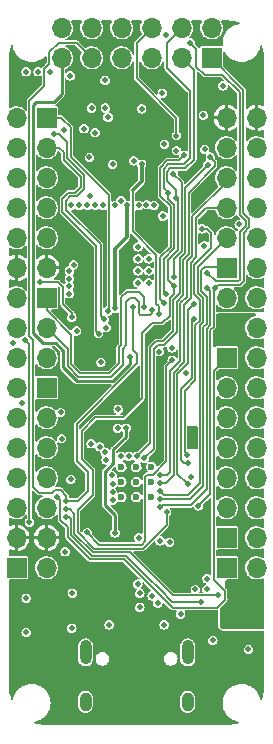
<source format=gbr>
G04 #@! TF.GenerationSoftware,KiCad,Pcbnew,(6.0.5)*
G04 #@! TF.CreationDate,2022-08-24T15:32:52-07:00*
G04 #@! TF.ProjectId,pico-ice,7069636f-2d69-4636-952e-6b696361645f,REV1*
G04 #@! TF.SameCoordinates,Original*
G04 #@! TF.FileFunction,Copper,L3,Inr*
G04 #@! TF.FilePolarity,Positive*
%FSLAX46Y46*%
G04 Gerber Fmt 4.6, Leading zero omitted, Abs format (unit mm)*
G04 Created by KiCad (PCBNEW (6.0.5)) date 2022-08-24 15:32:52*
%MOMM*%
%LPD*%
G01*
G04 APERTURE LIST*
G04 #@! TA.AperFunction,ComponentPad*
%ADD10R,1.700000X1.700000*%
G04 #@! TD*
G04 #@! TA.AperFunction,ComponentPad*
%ADD11O,1.700000X1.700000*%
G04 #@! TD*
G04 #@! TA.AperFunction,ComponentPad*
%ADD12O,1.000000X2.100000*%
G04 #@! TD*
G04 #@! TA.AperFunction,ComponentPad*
%ADD13O,1.000000X1.600000*%
G04 #@! TD*
G04 #@! TA.AperFunction,ComponentPad*
%ADD14C,0.600000*%
G04 #@! TD*
G04 #@! TA.AperFunction,ViaPad*
%ADD15C,0.508000*%
G04 #@! TD*
G04 #@! TA.AperFunction,Conductor*
%ADD16C,0.254000*%
G04 #@! TD*
G04 #@! TA.AperFunction,Conductor*
%ADD17C,0.203200*%
G04 #@! TD*
G04 #@! TA.AperFunction,Conductor*
%ADD18C,0.304800*%
G04 #@! TD*
G04 #@! TA.AperFunction,Conductor*
%ADD19C,0.152400*%
G04 #@! TD*
G04 APERTURE END LIST*
D10*
X62230000Y-120650000D03*
D11*
X64770000Y-120650000D03*
D10*
X80010000Y-102870000D03*
D11*
X82550000Y-102870000D03*
X80010000Y-100330000D03*
X82550000Y-100330000D03*
X80010000Y-97790000D03*
X82550000Y-97790000D03*
D10*
X64770000Y-82550000D03*
D11*
X64770000Y-85090000D03*
X64770000Y-87630000D03*
X64770000Y-90170000D03*
X64770000Y-92710000D03*
X64770000Y-95250000D03*
X62230000Y-82550000D03*
X62230000Y-85090000D03*
X62230000Y-87630000D03*
X62230000Y-90170000D03*
X62230000Y-92710000D03*
X62230000Y-95250000D03*
D10*
X80010000Y-120650000D03*
D11*
X82550000Y-120650000D03*
D12*
X76710000Y-127807000D03*
D13*
X68070000Y-131987000D03*
X76710000Y-131987000D03*
D12*
X68070000Y-127807000D03*
D10*
X80010000Y-118110000D03*
D11*
X80010000Y-115570000D03*
X80010000Y-113030000D03*
X80010000Y-110490000D03*
X80010000Y-107950000D03*
X80010000Y-105410000D03*
X82550000Y-118110000D03*
X82550000Y-115570000D03*
X82550000Y-113030000D03*
X82550000Y-110490000D03*
X82550000Y-107950000D03*
X82550000Y-105410000D03*
D10*
X78740000Y-77470000D03*
D11*
X76200000Y-77470000D03*
X73660000Y-77470000D03*
X71120000Y-77470000D03*
X68580000Y-77470000D03*
X66040000Y-77470000D03*
X78740000Y-74930000D03*
X76200000Y-74930000D03*
X73660000Y-74930000D03*
X71120000Y-74930000D03*
X68580000Y-74930000D03*
X66040000Y-74930000D03*
D10*
X80010000Y-95250000D03*
D11*
X80010000Y-92710000D03*
X80010000Y-90170000D03*
X80010000Y-87630000D03*
X80010000Y-85090000D03*
X80010000Y-82550000D03*
X82550000Y-95250000D03*
X82550000Y-92710000D03*
X82550000Y-90170000D03*
X82550000Y-87630000D03*
X82550000Y-85090000D03*
X82550000Y-82550000D03*
D10*
X64770000Y-105410000D03*
D11*
X64770000Y-107950000D03*
X64770000Y-110490000D03*
X64770000Y-113030000D03*
X64770000Y-115570000D03*
X64770000Y-118110000D03*
X62230000Y-105410000D03*
X62230000Y-107950000D03*
X62230000Y-110490000D03*
X62230000Y-113030000D03*
X62230000Y-115570000D03*
X62230000Y-118110000D03*
D14*
X72364600Y-113385600D03*
X73639600Y-114660600D03*
X71089600Y-112110600D03*
X72364600Y-114660600D03*
X71089600Y-114660600D03*
X71089600Y-113385600D03*
X73639600Y-113385600D03*
X72364600Y-112110600D03*
X73639600Y-112110600D03*
D10*
X64770000Y-97790000D03*
D11*
X62230000Y-97790000D03*
X64770000Y-100330000D03*
X62230000Y-100330000D03*
X64770000Y-102870000D03*
X62230000Y-102870000D03*
D15*
X69723000Y-79375000D03*
X78130400Y-93370400D03*
X72517000Y-93472000D03*
X67945000Y-83464400D03*
X79705200Y-79832200D03*
X66954400Y-122783600D03*
X72517000Y-95504000D03*
X72517000Y-94488000D03*
X75184000Y-118465600D03*
X66217800Y-83566000D03*
X73406000Y-95504000D03*
X63042800Y-126111000D03*
X78841600Y-126796800D03*
X66832836Y-113162436D03*
X78054200Y-82321400D03*
X63042800Y-123215400D03*
X67310000Y-100584000D03*
X81864200Y-127558800D03*
X66344800Y-119278400D03*
X73406000Y-94488000D03*
X72517000Y-96520000D03*
X70840600Y-107213400D03*
X68453000Y-89204800D03*
X76123800Y-124561600D03*
X72136000Y-86182200D03*
X77012800Y-112979200D03*
X73406000Y-96520000D03*
X78155800Y-85217000D03*
X69977000Y-82499200D03*
X80772000Y-125425200D03*
X77292200Y-109397800D03*
X76913791Y-110136991D03*
X79806800Y-125425200D03*
X76581000Y-104165400D03*
X79476600Y-104190800D03*
X80772000Y-124460000D03*
X79936652Y-109211979D03*
X80568800Y-109220000D03*
X79806800Y-124460000D03*
X80594200Y-104190800D03*
X68656200Y-105384600D03*
X68097900Y-116182200D03*
X80010000Y-81102200D03*
X67640200Y-113131600D03*
X72694800Y-80416400D03*
X73914000Y-89306400D03*
X71069200Y-88874600D03*
X72364600Y-108813600D03*
X77698600Y-116255800D03*
X71907400Y-117729000D03*
X72821800Y-82804000D03*
X67132200Y-88163400D03*
X68656200Y-103276400D03*
X74091800Y-100634800D03*
X78308200Y-88900000D03*
X76835000Y-119126000D03*
X78130400Y-92633800D03*
X67081400Y-120116600D03*
X66520379Y-80905586D03*
X70561200Y-117678200D03*
X72567800Y-118084600D03*
X71501000Y-108813600D03*
X71069200Y-111201200D03*
X71729600Y-111201200D03*
X78359000Y-121564400D03*
X74723700Y-125476000D03*
X70078600Y-125476000D03*
X72491600Y-122021600D03*
X72669400Y-122809000D03*
X72669400Y-123977400D03*
X77368400Y-122478800D03*
X78333600Y-122478800D03*
X72821800Y-86461600D03*
X74269600Y-99187000D03*
X70586600Y-98679000D03*
X71565700Y-89966800D03*
X74752200Y-84785200D03*
X75768200Y-85318600D03*
X75768200Y-84048600D03*
X74574400Y-80467200D03*
X63042800Y-78638400D03*
X68224400Y-117652800D03*
X62966600Y-101346500D03*
X75413100Y-103073200D03*
X63322200Y-116763800D03*
X70789800Y-108813600D03*
X66903600Y-125755400D03*
X70332600Y-112826800D03*
X66903600Y-99415600D03*
X68905797Y-89966800D03*
X64236600Y-96469200D03*
X66040000Y-109702600D03*
X66446400Y-114960400D03*
X72059800Y-98526600D03*
X77622400Y-115392200D03*
X66763053Y-78993500D03*
X79044800Y-96977200D03*
X70358000Y-86461600D03*
X75565000Y-95991500D03*
X64058800Y-78638400D03*
X68402200Y-85902800D03*
X75514200Y-87299800D03*
X68580000Y-81711800D03*
X76403200Y-85725000D03*
X74727300Y-98211094D03*
X69748400Y-81711800D03*
X75082400Y-88874600D03*
X74879200Y-97459800D03*
X65074800Y-78638400D03*
X72821800Y-81788000D03*
X68884800Y-83794600D03*
X65963800Y-107492800D03*
X67538600Y-89966800D03*
X70358000Y-113538000D03*
X74371200Y-118364000D03*
X73710800Y-123012200D03*
X70358000Y-114261204D03*
X70358000Y-114935000D03*
X74193400Y-123647200D03*
X73050400Y-98602800D03*
X78359000Y-96977200D03*
X74371200Y-115519200D03*
X62712600Y-106680000D03*
X71856600Y-102819200D03*
X74930000Y-115951000D03*
X75565000Y-96748600D03*
X75717400Y-89357200D03*
X76708000Y-113588800D03*
X76936600Y-76200000D03*
X74904600Y-75539600D03*
X77216000Y-98348800D03*
X78391664Y-95649136D03*
X73232080Y-89893185D03*
X74380977Y-114856965D03*
X74625200Y-90855800D03*
X74371200Y-114122200D03*
X74371200Y-113461800D03*
X81076800Y-91567000D03*
X74371200Y-112801400D03*
X76733400Y-111785400D03*
X77216000Y-99568000D03*
X73863200Y-89966800D03*
X77927200Y-91948000D03*
X76703300Y-111099600D03*
X73025000Y-111379000D03*
X78638400Y-85877400D03*
X72390000Y-111201200D03*
X78409800Y-86563200D03*
X69824600Y-111506000D03*
X69743492Y-110872776D03*
X69265800Y-110388400D03*
X68554600Y-110134400D03*
X79298800Y-122986800D03*
X66446400Y-115671600D03*
X66446400Y-116332000D03*
X77825600Y-123520200D03*
X69176017Y-100806081D03*
X65379600Y-83896200D03*
X69646800Y-99593400D03*
X69968216Y-98903062D03*
X69824600Y-100304600D03*
X69367400Y-103251000D03*
X74320400Y-102336600D03*
X75392636Y-102026364D03*
X73693307Y-98799116D03*
X72580700Y-89966800D03*
X71073200Y-89566755D03*
X70580700Y-89966800D03*
X69540300Y-89966800D03*
X68224400Y-89966800D03*
X66878200Y-89966800D03*
X61899800Y-101650800D03*
X67056000Y-94991500D03*
X66699420Y-95516326D03*
X66699420Y-96150829D03*
X66699420Y-96785332D03*
X66699420Y-97434400D03*
X65684400Y-114655600D03*
D16*
X71501000Y-109550200D02*
X71501000Y-108813600D01*
X70434200Y-111785400D02*
X70434200Y-110617000D01*
X70561200Y-117678200D02*
X70561200Y-116154200D01*
X69723000Y-112496600D02*
X70434200Y-111785400D01*
X70434200Y-110617000D02*
X71501000Y-109550200D01*
X70561200Y-116154200D02*
X69723000Y-115316000D01*
X69723000Y-115316000D02*
X69723000Y-112496600D01*
D17*
X74269600Y-98475800D02*
X74269600Y-99187000D01*
D18*
X72821800Y-86461600D02*
X72821800Y-87930634D01*
D17*
X74066400Y-94157800D02*
X72070424Y-92161824D01*
X72070424Y-92161824D02*
X72070424Y-89723425D01*
X72070417Y-88682017D02*
X72070417Y-89723417D01*
D18*
X72821800Y-87930634D02*
X72070417Y-88682017D01*
D17*
X74066400Y-98272600D02*
X74269600Y-98475800D01*
X74066400Y-98272600D02*
X74066400Y-94157800D01*
D18*
X70586600Y-93649800D02*
X71565700Y-92670700D01*
X70586600Y-98679000D02*
X70586600Y-93649800D01*
X71565700Y-92670700D02*
X71565700Y-89966800D01*
D19*
X75768200Y-82575400D02*
X75768200Y-84048600D01*
X72390000Y-79197200D02*
X75768200Y-82575400D01*
X72390000Y-76200000D02*
X72390000Y-79197200D01*
X73660000Y-74930000D02*
X72390000Y-76200000D01*
X62966600Y-101346500D02*
X63322200Y-101702100D01*
X73279000Y-112750600D02*
X73114879Y-112914721D01*
X73114879Y-112914721D02*
X73114879Y-118401121D01*
X75413100Y-103073200D02*
X74904600Y-103581700D01*
X69253100Y-118681500D02*
X72834500Y-118681500D01*
X63322200Y-101702100D02*
X63322200Y-116763800D01*
X74904600Y-103581700D02*
X74904600Y-111587669D01*
X73114879Y-118401121D02*
X72834500Y-118681500D01*
X73741669Y-112750600D02*
X73279000Y-112750600D01*
X74904600Y-111587669D02*
X73741669Y-112750600D01*
X68224400Y-117652800D02*
X69253100Y-118681500D01*
X66903600Y-99060000D02*
X66141600Y-98298000D01*
X66903600Y-99415600D02*
X66903600Y-99060000D01*
X65760600Y-96469200D02*
X64236600Y-96469200D01*
X66141600Y-96850200D02*
X65760600Y-96469200D01*
X66141600Y-98298000D02*
X66141600Y-96850200D01*
X63627000Y-101320600D02*
X63627000Y-113792000D01*
X68580000Y-77470000D02*
X67310000Y-76200000D01*
X67310000Y-111595652D02*
X67310000Y-108458000D01*
X64135000Y-114300000D02*
X65252600Y-114300000D01*
X72440800Y-102565200D02*
X72059800Y-102184200D01*
X63297280Y-100990880D02*
X63297280Y-81127120D01*
X64566800Y-79857600D02*
X63297280Y-81127120D01*
X65786000Y-76200000D02*
X64973200Y-77012800D01*
X65252600Y-114300000D02*
X65506600Y-114046000D01*
X68249800Y-114147600D02*
X68249800Y-112535452D01*
X67437000Y-114960400D02*
X68249800Y-114147600D01*
X67310000Y-108458000D02*
X72440800Y-103327200D01*
X63297280Y-100990880D02*
X63627000Y-101320600D01*
X72440800Y-103327200D02*
X72440800Y-102565200D01*
X64973200Y-78003400D02*
X64566800Y-78409800D01*
X72059800Y-102184200D02*
X72059800Y-98526600D01*
X65963800Y-114046000D02*
X66446400Y-114528600D01*
X68249800Y-112535452D02*
X67310000Y-111595652D01*
X64973200Y-77012800D02*
X64973200Y-78003400D01*
X64566800Y-78409800D02*
X64566800Y-79857600D01*
X65506600Y-114046000D02*
X65963800Y-114046000D01*
X66446400Y-114960400D02*
X67437000Y-114960400D01*
X63627000Y-113792000D02*
X64135000Y-114300000D01*
X67310000Y-76200000D02*
X65786000Y-76200000D01*
X66446400Y-114528600D02*
X66446400Y-114960400D01*
X78917800Y-97104200D02*
X79044800Y-96977200D01*
X81432400Y-80162400D02*
X78740000Y-77470000D01*
X81457800Y-96367600D02*
X81457800Y-92266252D01*
X78651100Y-100495100D02*
X78917800Y-100228400D01*
X77622400Y-115392200D02*
X78651100Y-114363500D01*
X81940400Y-91135200D02*
X81432400Y-90627200D01*
X81432400Y-90627200D02*
X81432400Y-80162400D01*
X79044800Y-96977200D02*
X79324200Y-96697800D01*
X79324200Y-96697800D02*
X81127600Y-96697800D01*
X81457800Y-92266252D02*
X81940400Y-91783652D01*
X78651100Y-114363500D02*
X78651100Y-100495100D01*
X81940400Y-91783652D02*
X81940400Y-91135200D01*
X78917800Y-100228400D02*
X78917800Y-97104200D01*
X81127600Y-96697800D02*
X81457800Y-96367600D01*
X76200000Y-93853000D02*
X76200000Y-87985600D01*
X75565000Y-94488000D02*
X76200000Y-93853000D01*
X76200000Y-87985600D02*
X75514200Y-87299800D01*
X75565000Y-95991500D02*
X75565000Y-94488000D01*
X74370711Y-86766889D02*
X74980800Y-86156800D01*
X75285600Y-90043000D02*
X74370711Y-89128111D01*
X75971400Y-86156800D02*
X76403200Y-85725000D01*
X74396600Y-94361000D02*
X75285600Y-93472000D01*
X75285600Y-93472000D02*
X75285600Y-90043000D01*
X74396600Y-97880394D02*
X74396600Y-94361000D01*
X74370711Y-89128111D02*
X74370711Y-86766889D01*
X74727300Y-98211094D02*
X74396600Y-97880394D01*
X74980800Y-86156800D02*
X75971400Y-86156800D01*
X74701400Y-88493600D02*
X74701400Y-86868000D01*
X75590400Y-89916000D02*
X75082400Y-89408000D01*
X74701400Y-86868000D02*
X75082400Y-86487000D01*
X74879200Y-97459800D02*
X74726800Y-97307400D01*
X74726800Y-97307400D02*
X74726800Y-94462600D01*
X74930000Y-76200000D02*
X76200000Y-74930000D01*
X75082400Y-89408000D02*
X75082400Y-88874600D01*
X76911200Y-85953600D02*
X76911200Y-80289400D01*
X74930000Y-78308200D02*
X74930000Y-76200000D01*
X74726800Y-94462600D02*
X75590400Y-93599000D01*
X75082400Y-86487000D02*
X76377800Y-86487000D01*
X75082400Y-88874600D02*
X74701400Y-88493600D01*
X76911200Y-80289400D02*
X74930000Y-78308200D01*
X75590400Y-93599000D02*
X75590400Y-89916000D01*
X76377800Y-86487000D02*
X76911200Y-85953600D01*
X66878200Y-100900600D02*
X66878200Y-103428800D01*
X70891400Y-101955600D02*
X71094600Y-101752400D01*
X71094600Y-97739200D02*
X71577200Y-97256600D01*
X72618600Y-97256600D02*
X73050400Y-97688400D01*
X71094600Y-101752400D02*
X71094600Y-97739200D01*
X64770000Y-98792400D02*
X66878200Y-100900600D01*
X70891400Y-103327200D02*
X70891400Y-101955600D01*
X73050400Y-97688400D02*
X73050400Y-98602800D01*
X67614800Y-104165400D02*
X70053200Y-104165400D01*
X71577200Y-97256600D02*
X72618600Y-97256600D01*
X70053200Y-104165400D02*
X70891400Y-103327200D01*
X66878200Y-103428800D02*
X67614800Y-104165400D01*
X64770000Y-97790000D02*
X64770000Y-98792400D01*
X76987400Y-115341400D02*
X78332640Y-113996160D01*
X78332640Y-100395212D02*
X78612520Y-100115332D01*
X74549000Y-115341400D02*
X76987400Y-115341400D01*
X78332640Y-113996160D02*
X78332640Y-100395212D01*
X78612520Y-97230720D02*
X78359000Y-96977200D01*
X74371200Y-115519200D02*
X74549000Y-115341400D01*
X78612520Y-100115332D02*
X78612520Y-97230720D01*
D16*
X66167000Y-103682800D02*
X67310000Y-104825800D01*
X67310000Y-104825800D02*
X70408800Y-104825800D01*
X71856600Y-103378000D02*
X71856600Y-102819200D01*
X65379600Y-81203800D02*
X63881000Y-81203800D01*
X70408800Y-104825800D02*
X71856600Y-103378000D01*
X66040000Y-77470000D02*
X66040000Y-80543400D01*
X64472299Y-101625400D02*
X65532000Y-101625400D01*
X63627000Y-81457800D02*
X63627000Y-100780101D01*
X65532000Y-101625400D02*
X66167000Y-102260400D01*
X63881000Y-81203800D02*
X63627000Y-81457800D01*
X66040000Y-80543400D02*
X65379600Y-81203800D01*
X66167000Y-102260400D02*
X66167000Y-103682800D01*
X63627000Y-100780101D02*
X64472299Y-101625400D01*
D19*
X75717400Y-89357200D02*
X75717400Y-88646000D01*
X75184000Y-99314000D02*
X74574400Y-99923600D01*
X75895200Y-89535000D02*
X75717400Y-89357200D01*
X68884800Y-107899200D02*
X67741800Y-109042200D01*
X75717400Y-88646000D02*
X74980800Y-87909400D01*
X74930000Y-117017800D02*
X74930000Y-115951000D01*
X75565000Y-96748600D02*
X75565000Y-97459800D01*
X73736200Y-99923600D02*
X72872600Y-100787200D01*
X68808600Y-119024400D02*
X72923400Y-119024400D01*
X75565000Y-96748600D02*
X75057000Y-96240600D01*
X68681600Y-112369600D02*
X68681600Y-114477800D01*
X72872600Y-106299000D02*
X71272400Y-107899200D01*
X75260200Y-86817200D02*
X76530200Y-86817200D01*
X72872600Y-100787200D02*
X72872600Y-106299000D01*
X76530200Y-86817200D02*
X77266800Y-86080600D01*
X71272400Y-107899200D02*
X68884800Y-107899200D01*
X72923400Y-119024400D02*
X72986900Y-118960900D01*
X77266800Y-78536800D02*
X76200000Y-77470000D01*
X75184000Y-97840800D02*
X75184000Y-99314000D01*
X67741800Y-111429800D02*
X68681600Y-112369600D01*
X67411600Y-117627400D02*
X68808600Y-119024400D01*
X75057000Y-96240600D02*
X75057000Y-94564200D01*
X72986900Y-118960900D02*
X74930000Y-117017800D01*
X77266800Y-86080600D02*
X77266800Y-78536800D01*
X67411600Y-115747800D02*
X67411600Y-116941600D01*
X75895200Y-93726000D02*
X75895200Y-89535000D01*
X68681600Y-114477800D02*
X67411600Y-115747800D01*
X75057000Y-94564200D02*
X75895200Y-93726000D01*
X74980800Y-87096600D02*
X75260200Y-86817200D01*
X67411600Y-116941600D02*
X67411600Y-117627400D01*
X67741800Y-109042200D02*
X67741800Y-111429800D01*
X75565000Y-97459800D02*
X75184000Y-97840800D01*
X74980800Y-87909400D02*
X74980800Y-87096600D01*
X74574400Y-99923600D02*
X73736200Y-99923600D01*
X77216000Y-98348800D02*
X76708000Y-98856800D01*
X75844400Y-104204252D02*
X75844400Y-112725200D01*
X77444600Y-78206600D02*
X78155800Y-78917800D01*
X76936600Y-76200000D02*
X77444600Y-76708000D01*
X76708000Y-98856800D02*
X76708000Y-103340652D01*
X75844400Y-112725200D02*
X76708000Y-113588800D01*
X81127600Y-90754200D02*
X81635600Y-91262200D01*
X81127600Y-96240600D02*
X80969226Y-96398974D01*
X79654400Y-78917800D02*
X81127600Y-80391000D01*
X80969226Y-96398974D02*
X79141502Y-96398974D01*
X81127600Y-80391000D02*
X81127600Y-90754200D01*
X76708000Y-103340652D02*
X75844400Y-104204252D01*
X78155800Y-78917800D02*
X79654400Y-78917800D01*
X81635600Y-91694000D02*
X81127600Y-92202000D01*
X81127600Y-92202000D02*
X81127600Y-96240600D01*
X81635600Y-91262200D02*
X81635600Y-91694000D01*
X77444600Y-76708000D02*
X77444600Y-78206600D01*
X79141502Y-96398974D02*
X78391664Y-95649136D01*
X77876400Y-95427800D02*
X78155800Y-95148400D01*
X74380977Y-114856965D02*
X76913035Y-114856965D01*
X78333600Y-97688400D02*
X77876400Y-97231200D01*
X79908400Y-95148400D02*
X80010000Y-95250000D01*
X78155800Y-95148400D02*
X79908400Y-95148400D01*
X78333600Y-99999800D02*
X78333600Y-97688400D01*
X78053720Y-100279680D02*
X78333600Y-99999800D01*
X78053720Y-113716280D02*
X78053720Y-100279680D01*
X76913035Y-114856965D02*
X78053720Y-113716280D01*
X77876400Y-97231200D02*
X77876400Y-95427800D01*
X77571600Y-97358200D02*
X78028800Y-97815400D01*
X78028800Y-99872800D02*
X77774800Y-100126800D01*
X74726800Y-114477800D02*
X74371200Y-114122200D01*
X77774800Y-113461800D02*
X76758800Y-114477800D01*
X77774800Y-100126800D02*
X77774800Y-113461800D01*
X76758800Y-114477800D02*
X74726800Y-114477800D01*
X80010000Y-92710000D02*
X77571600Y-95148400D01*
X78028800Y-97815400D02*
X78028800Y-99872800D01*
X77571600Y-95148400D02*
X77571600Y-97358200D01*
X76962000Y-97815400D02*
X76403200Y-98374200D01*
X75539600Y-104114600D02*
X75539600Y-112801400D01*
X75539600Y-112801400D02*
X74879200Y-113461800D01*
X76403200Y-98374200D02*
X76403200Y-103251000D01*
X77419200Y-91008200D02*
X77419200Y-94361000D01*
X76403200Y-103251000D02*
X75539600Y-104114600D01*
X78257400Y-90170000D02*
X77419200Y-91008200D01*
X74879200Y-113461800D02*
X74371200Y-113461800D01*
X80010000Y-90170000D02*
X78257400Y-90170000D01*
X76962000Y-94818200D02*
X76962000Y-97815400D01*
X77419200Y-94361000D02*
X76962000Y-94818200D01*
X77114400Y-94234000D02*
X76657200Y-94691200D01*
X76657200Y-94691200D02*
X76657200Y-97688400D01*
X76657200Y-97688400D02*
X76098400Y-98247200D01*
X80010000Y-87630000D02*
X80010000Y-87985600D01*
X77114400Y-90881200D02*
X77114400Y-94234000D01*
X80010000Y-87985600D02*
X77114400Y-90881200D01*
X74980800Y-112801400D02*
X74371200Y-112801400D01*
X75234800Y-112547400D02*
X74980800Y-112801400D01*
X75234800Y-103987600D02*
X75234800Y-112547400D01*
X76098400Y-98247200D02*
X76098400Y-103124000D01*
X76098400Y-103124000D02*
X75234800Y-103987600D01*
X76149200Y-105486200D02*
X76149200Y-111531400D01*
X77216000Y-99568000D02*
X77063600Y-99720400D01*
X77063600Y-99720400D02*
X77063600Y-104571800D01*
X77063600Y-104571800D02*
X76149200Y-105486200D01*
X76403200Y-111785400D02*
X76733400Y-111785400D01*
X76149200Y-111531400D02*
X76403200Y-111785400D01*
X77724000Y-97942400D02*
X77724000Y-99745800D01*
X77927200Y-91948000D02*
X78384400Y-91948000D01*
X78714600Y-92278200D02*
X78714600Y-93548200D01*
X77266800Y-94996000D02*
X77266800Y-97485200D01*
X76453520Y-105639080D02*
X76453520Y-110849820D01*
X77266800Y-97485200D02*
X77724000Y-97942400D01*
X77724000Y-99745800D02*
X77368400Y-100101400D01*
X77368400Y-100101400D02*
X77368400Y-104724200D01*
X77368400Y-104724200D02*
X76453520Y-105639080D01*
X78714600Y-93548200D02*
X77266800Y-94996000D01*
X76453520Y-110849820D02*
X76703300Y-111099600D01*
X78384400Y-91948000D02*
X78714600Y-92278200D01*
X75793600Y-100711000D02*
X75793600Y-98120200D01*
X76352400Y-97561400D02*
X76352400Y-94564200D01*
X75793600Y-98120200D02*
X76352400Y-97561400D01*
X79019400Y-86258400D02*
X78638400Y-85877400D01*
X74726800Y-101777800D02*
X75793600Y-100711000D01*
X73837800Y-110566200D02*
X73837800Y-102133400D01*
X79019400Y-86664800D02*
X79019400Y-86258400D01*
X74193400Y-101777800D02*
X74726800Y-101777800D01*
X76352400Y-94564200D02*
X76809600Y-94107000D01*
X76809600Y-88874600D02*
X79019400Y-86664800D01*
X76809600Y-94107000D02*
X76809600Y-88874600D01*
X73837800Y-102133400D02*
X74193400Y-101777800D01*
X73025000Y-111379000D02*
X73837800Y-110566200D01*
X76504800Y-93980000D02*
X76504800Y-88468200D01*
X72390000Y-111201200D02*
X73533000Y-110058200D01*
X76047600Y-97409000D02*
X76047600Y-94437200D01*
X75488800Y-100584000D02*
X75488800Y-97967800D01*
X74041000Y-101473000D02*
X74599800Y-101473000D01*
X76047600Y-94437200D02*
X76504800Y-93980000D01*
X75488800Y-97967800D02*
X76047600Y-97409000D01*
X74599800Y-101473000D02*
X75488800Y-100584000D01*
X76504800Y-88468200D02*
X78409800Y-86563200D01*
X73533000Y-110058200D02*
X73533000Y-101981000D01*
X73533000Y-101981000D02*
X74041000Y-101473000D01*
X68693068Y-119303320D02*
X71805320Y-119303320D01*
X66751200Y-115671600D02*
X67132200Y-116052600D01*
X67132200Y-116052600D02*
X67132200Y-117742452D01*
X71805320Y-119303320D02*
X73685400Y-121183400D01*
X75488800Y-122986800D02*
X79298800Y-122986800D01*
X73914000Y-121412000D02*
X75488800Y-122986800D01*
X66446400Y-115671600D02*
X66751200Y-115671600D01*
X67132200Y-117742452D02*
X68693068Y-119303320D01*
X73685400Y-121183400D02*
X73914000Y-121412000D01*
X66446400Y-116332000D02*
X66649600Y-116332000D01*
X66853280Y-117881880D02*
X68580000Y-119608600D01*
X71501000Y-119608600D02*
X73380600Y-121488200D01*
X68580000Y-119608600D02*
X71501000Y-119608600D01*
X73380600Y-121488200D02*
X74345800Y-122453400D01*
X75412600Y-123520200D02*
X77825600Y-123520200D01*
X74345800Y-122453400D02*
X75412600Y-123520200D01*
X66853280Y-116535680D02*
X66853280Y-117881880D01*
X66649600Y-116332000D02*
X66853280Y-116535680D01*
X66624200Y-88874600D02*
X66116200Y-89382600D01*
X64770000Y-85090000D02*
X65862200Y-85090000D01*
X66217800Y-85445600D02*
X66217800Y-86080600D01*
X67665600Y-87528400D02*
X67665600Y-88417400D01*
X65862200Y-85090000D02*
X66217800Y-85445600D01*
X66116200Y-90551000D02*
X68961000Y-93395800D01*
X68961000Y-100591064D02*
X69176017Y-100806081D01*
X67665600Y-88417400D02*
X67208400Y-88874600D01*
X67208400Y-88874600D02*
X66624200Y-88874600D01*
X66116200Y-89382600D02*
X66116200Y-90551000D01*
X68961000Y-93395800D02*
X68961000Y-100591064D01*
X66217800Y-86080600D02*
X67665600Y-87528400D01*
X66522600Y-84607400D02*
X66522600Y-85953600D01*
X69342000Y-99288600D02*
X69646800Y-99593400D01*
X66776600Y-89179400D02*
X66395600Y-89560400D01*
X67335400Y-89179400D02*
X66776600Y-89179400D01*
X69342000Y-93268800D02*
X69342000Y-99288600D01*
X67970400Y-88544400D02*
X67335400Y-89179400D01*
X66395600Y-90322400D02*
X69342000Y-93268800D01*
X67970400Y-87401400D02*
X67970400Y-88544400D01*
X66395600Y-89560400D02*
X66395600Y-90322400D01*
X65811400Y-83896200D02*
X66522600Y-84607400D01*
X65379600Y-83896200D02*
X65811400Y-83896200D01*
X66522600Y-85953600D02*
X67970400Y-87401400D01*
X70053200Y-98818078D02*
X70053200Y-89052400D01*
X66014600Y-82550000D02*
X64770000Y-82550000D01*
X70053200Y-89052400D02*
X66827400Y-85826600D01*
X66827400Y-83362800D02*
X66014600Y-82550000D01*
X69968216Y-98903062D02*
X70053200Y-98818078D01*
X66827400Y-85826600D02*
X66827400Y-83362800D01*
X72567800Y-98120200D02*
X72237600Y-97790000D01*
X71221600Y-103454200D02*
X70205600Y-104470200D01*
X71856600Y-97790000D02*
X71526400Y-98120200D01*
X71526400Y-101777800D02*
X71221600Y-102082600D01*
X72720200Y-99212400D02*
X72567800Y-99060000D01*
X71221600Y-102082600D02*
X71221600Y-103454200D01*
X73693307Y-99077493D02*
X73558400Y-99212400D01*
X71526400Y-98120200D02*
X71526400Y-101777800D01*
X70205600Y-104470200D02*
X67462400Y-104470200D01*
X73558400Y-99212400D02*
X72720200Y-99212400D01*
X72237600Y-97790000D02*
X71856600Y-97790000D01*
X72567800Y-99060000D02*
X72567800Y-98120200D01*
X73693307Y-98799116D02*
X73693307Y-99077493D01*
X66548000Y-102108000D02*
X64770000Y-100330000D01*
X66548000Y-103555800D02*
X66548000Y-102108000D01*
X67462400Y-104470200D02*
X66548000Y-103555800D01*
X75438000Y-124028200D02*
X75895200Y-124028200D01*
X80010000Y-102870000D02*
X78930020Y-103949980D01*
X71323200Y-119913400D02*
X75438000Y-124028200D01*
X78930020Y-121678220D02*
X79883000Y-122631200D01*
X79197200Y-124028200D02*
X75895200Y-124028200D01*
X79883000Y-122631200D02*
X79883000Y-123342400D01*
X66548000Y-117221000D02*
X66548000Y-118008400D01*
X65913000Y-116332000D02*
X65913000Y-114884200D01*
X65913000Y-116586000D02*
X66548000Y-117221000D01*
X79883000Y-123342400D02*
X79197200Y-124028200D01*
X65913000Y-116332000D02*
X65913000Y-116586000D01*
X66548000Y-118008400D02*
X68453000Y-119913400D01*
X65913000Y-114884200D02*
X65684400Y-114655600D01*
X78930020Y-103949980D02*
X78930020Y-121678220D01*
X68453000Y-119913400D02*
X71323200Y-119913400D01*
G04 #@! TA.AperFunction,Conductor*
G36*
X82454372Y-99130802D02*
G01*
X82500865Y-99184458D01*
X82510969Y-99254732D01*
X82481475Y-99319312D01*
X82421749Y-99357696D01*
X82397671Y-99362281D01*
X82372087Y-99364609D01*
X82372084Y-99364610D01*
X82365948Y-99365168D01*
X82360042Y-99366906D01*
X82360038Y-99366907D01*
X82224622Y-99406762D01*
X82182050Y-99419292D01*
X82176590Y-99422146D01*
X82176591Y-99422146D01*
X82017627Y-99505250D01*
X82017623Y-99505253D01*
X82012167Y-99508105D01*
X81862770Y-99628223D01*
X81739549Y-99775072D01*
X81736585Y-99780464D01*
X81736582Y-99780468D01*
X81661110Y-99917752D01*
X81647198Y-99943058D01*
X81589234Y-100125783D01*
X81567866Y-100316286D01*
X81570411Y-100346596D01*
X81583262Y-100499625D01*
X81583907Y-100507311D01*
X81636746Y-100691583D01*
X81724370Y-100862082D01*
X81728193Y-100866906D01*
X81728196Y-100866910D01*
X81752819Y-100897976D01*
X81843443Y-101012314D01*
X81848137Y-101016308D01*
X81848137Y-101016309D01*
X81916856Y-101074793D01*
X81989428Y-101136557D01*
X82156765Y-101230079D01*
X82339081Y-101289317D01*
X82529430Y-101312015D01*
X82535565Y-101311543D01*
X82535567Y-101311543D01*
X82714420Y-101297781D01*
X82714424Y-101297780D01*
X82720562Y-101297308D01*
X82905199Y-101245756D01*
X83001690Y-101197015D01*
X83071511Y-101184155D01*
X83137202Y-101211084D01*
X83177906Y-101269254D01*
X83184500Y-101309481D01*
X83184500Y-101890418D01*
X83164498Y-101958539D01*
X83110842Y-102005032D01*
X83040568Y-102015136D01*
X82998571Y-102001254D01*
X82969242Y-101985396D01*
X82930629Y-101964518D01*
X82812910Y-101928078D01*
X82753392Y-101909654D01*
X82753389Y-101909653D01*
X82747505Y-101907832D01*
X82741380Y-101907188D01*
X82741379Y-101907188D01*
X82562985Y-101888438D01*
X82562984Y-101888438D01*
X82556857Y-101887794D01*
X82505147Y-101892500D01*
X82372087Y-101904609D01*
X82372084Y-101904610D01*
X82365948Y-101905168D01*
X82360042Y-101906906D01*
X82360038Y-101906907D01*
X82288106Y-101928078D01*
X82182050Y-101959292D01*
X82176590Y-101962146D01*
X82176591Y-101962146D01*
X82017627Y-102045250D01*
X82017623Y-102045253D01*
X82012167Y-102048105D01*
X81862770Y-102168223D01*
X81739549Y-102315072D01*
X81736585Y-102320464D01*
X81736582Y-102320468D01*
X81674790Y-102432869D01*
X81647198Y-102483058D01*
X81589234Y-102665783D01*
X81567866Y-102856286D01*
X81568382Y-102862430D01*
X81583262Y-103039625D01*
X81583907Y-103047311D01*
X81585606Y-103053236D01*
X81627351Y-103198817D01*
X81636746Y-103231583D01*
X81724370Y-103402082D01*
X81728193Y-103406906D01*
X81728196Y-103406910D01*
X81809318Y-103509259D01*
X81843443Y-103552314D01*
X81848137Y-103556308D01*
X81848137Y-103556309D01*
X81916856Y-103614793D01*
X81989428Y-103676557D01*
X82156765Y-103770079D01*
X82339081Y-103829317D01*
X82529430Y-103852015D01*
X82535565Y-103851543D01*
X82535567Y-103851543D01*
X82714420Y-103837781D01*
X82714424Y-103837780D01*
X82720562Y-103837308D01*
X82905199Y-103785756D01*
X83001690Y-103737015D01*
X83071511Y-103724155D01*
X83137202Y-103751084D01*
X83177906Y-103809254D01*
X83184500Y-103849481D01*
X83184500Y-104430418D01*
X83164498Y-104498539D01*
X83110842Y-104545032D01*
X83040568Y-104555136D01*
X82998571Y-104541254D01*
X82930629Y-104504518D01*
X82839067Y-104476175D01*
X82753392Y-104449654D01*
X82753389Y-104449653D01*
X82747505Y-104447832D01*
X82741380Y-104447188D01*
X82741379Y-104447188D01*
X82562985Y-104428438D01*
X82562984Y-104428438D01*
X82556857Y-104427794D01*
X82476779Y-104435082D01*
X82372087Y-104444609D01*
X82372084Y-104444610D01*
X82365948Y-104445168D01*
X82360042Y-104446906D01*
X82360038Y-104446907D01*
X82224622Y-104486762D01*
X82182050Y-104499292D01*
X82176590Y-104502146D01*
X82176591Y-104502146D01*
X82017627Y-104585250D01*
X82017623Y-104585253D01*
X82012167Y-104588105D01*
X82007367Y-104591965D01*
X82007366Y-104591965D01*
X82002728Y-104595694D01*
X81862770Y-104708223D01*
X81739549Y-104855072D01*
X81736585Y-104860464D01*
X81736582Y-104860468D01*
X81721602Y-104887717D01*
X81647198Y-105023058D01*
X81589234Y-105205783D01*
X81567866Y-105396286D01*
X81583907Y-105587311D01*
X81585606Y-105593236D01*
X81593709Y-105621493D01*
X81636746Y-105771583D01*
X81724370Y-105942082D01*
X81728193Y-105946906D01*
X81728196Y-105946910D01*
X81835904Y-106082802D01*
X81843443Y-106092314D01*
X81848137Y-106096308D01*
X81848137Y-106096309D01*
X81916856Y-106154793D01*
X81989428Y-106216557D01*
X82156765Y-106310079D01*
X82339081Y-106369317D01*
X82529430Y-106392015D01*
X82535565Y-106391543D01*
X82535567Y-106391543D01*
X82714420Y-106377781D01*
X82714424Y-106377780D01*
X82720562Y-106377308D01*
X82905199Y-106325756D01*
X83001690Y-106277015D01*
X83071511Y-106264155D01*
X83137202Y-106291084D01*
X83177906Y-106349254D01*
X83184500Y-106389481D01*
X83184500Y-106970418D01*
X83164498Y-107038539D01*
X83110842Y-107085032D01*
X83040568Y-107095136D01*
X82998571Y-107081254D01*
X82930629Y-107044518D01*
X82839067Y-107016175D01*
X82753392Y-106989654D01*
X82753389Y-106989653D01*
X82747505Y-106987832D01*
X82741380Y-106987188D01*
X82741379Y-106987188D01*
X82562985Y-106968438D01*
X82562984Y-106968438D01*
X82556857Y-106967794D01*
X82476779Y-106975082D01*
X82372087Y-106984609D01*
X82372084Y-106984610D01*
X82365948Y-106985168D01*
X82360042Y-106986906D01*
X82360038Y-106986907D01*
X82224622Y-107026762D01*
X82182050Y-107039292D01*
X82176590Y-107042146D01*
X82176591Y-107042146D01*
X82017627Y-107125250D01*
X82017623Y-107125253D01*
X82012167Y-107128105D01*
X82007367Y-107131965D01*
X82007366Y-107131965D01*
X82002728Y-107135694D01*
X81862770Y-107248223D01*
X81739549Y-107395072D01*
X81736585Y-107400464D01*
X81736582Y-107400468D01*
X81673720Y-107514815D01*
X81647198Y-107563058D01*
X81589234Y-107745783D01*
X81567866Y-107936286D01*
X81583907Y-108127311D01*
X81585606Y-108133236D01*
X81593709Y-108161493D01*
X81636746Y-108311583D01*
X81724370Y-108482082D01*
X81728193Y-108486906D01*
X81728196Y-108486910D01*
X81826074Y-108610400D01*
X81843443Y-108632314D01*
X81848137Y-108636308D01*
X81848137Y-108636309D01*
X81965744Y-108736400D01*
X81989428Y-108756557D01*
X82156765Y-108850079D01*
X82339081Y-108909317D01*
X82529430Y-108932015D01*
X82535565Y-108931543D01*
X82535567Y-108931543D01*
X82714420Y-108917781D01*
X82714424Y-108917780D01*
X82720562Y-108917308D01*
X82905199Y-108865756D01*
X83001690Y-108817015D01*
X83071511Y-108804155D01*
X83137202Y-108831084D01*
X83177906Y-108889254D01*
X83184500Y-108929481D01*
X83184500Y-109510418D01*
X83164498Y-109578539D01*
X83110842Y-109625032D01*
X83040568Y-109635136D01*
X82998571Y-109621254D01*
X82930629Y-109584518D01*
X82839067Y-109556175D01*
X82753392Y-109529654D01*
X82753389Y-109529653D01*
X82747505Y-109527832D01*
X82741380Y-109527188D01*
X82741379Y-109527188D01*
X82562985Y-109508438D01*
X82562984Y-109508438D01*
X82556857Y-109507794D01*
X82476779Y-109515082D01*
X82372087Y-109524609D01*
X82372084Y-109524610D01*
X82365948Y-109525168D01*
X82360042Y-109526906D01*
X82360038Y-109526907D01*
X82224622Y-109566762D01*
X82182050Y-109579292D01*
X82176590Y-109582146D01*
X82176591Y-109582146D01*
X82017627Y-109665250D01*
X82017623Y-109665253D01*
X82012167Y-109668105D01*
X82007367Y-109671965D01*
X82007366Y-109671965D01*
X82002728Y-109675694D01*
X81862770Y-109788223D01*
X81739549Y-109935072D01*
X81736585Y-109940464D01*
X81736582Y-109940468D01*
X81673720Y-110054815D01*
X81647198Y-110103058D01*
X81589234Y-110285783D01*
X81567866Y-110476286D01*
X81583907Y-110667311D01*
X81585606Y-110673236D01*
X81593709Y-110701493D01*
X81636746Y-110851583D01*
X81639561Y-110857060D01*
X81639562Y-110857063D01*
X81721555Y-111016605D01*
X81724370Y-111022082D01*
X81728193Y-111026906D01*
X81728196Y-111026910D01*
X81785810Y-111099600D01*
X81843443Y-111172314D01*
X81848137Y-111176308D01*
X81848137Y-111176309D01*
X81916856Y-111234793D01*
X81989428Y-111296557D01*
X82156765Y-111390079D01*
X82339081Y-111449317D01*
X82529430Y-111472015D01*
X82535565Y-111471543D01*
X82535567Y-111471543D01*
X82714420Y-111457781D01*
X82714424Y-111457780D01*
X82720562Y-111457308D01*
X82905199Y-111405756D01*
X83001690Y-111357015D01*
X83071511Y-111344155D01*
X83137202Y-111371084D01*
X83177906Y-111429254D01*
X83184500Y-111469481D01*
X83184500Y-112050418D01*
X83164498Y-112118539D01*
X83110842Y-112165032D01*
X83040568Y-112175136D01*
X82998571Y-112161254D01*
X82930629Y-112124518D01*
X82839067Y-112096175D01*
X82753392Y-112069654D01*
X82753389Y-112069653D01*
X82747505Y-112067832D01*
X82741380Y-112067188D01*
X82741379Y-112067188D01*
X82562985Y-112048438D01*
X82562984Y-112048438D01*
X82556857Y-112047794D01*
X82476779Y-112055082D01*
X82372087Y-112064609D01*
X82372084Y-112064610D01*
X82365948Y-112065168D01*
X82360042Y-112066906D01*
X82360038Y-112066907D01*
X82224622Y-112106762D01*
X82182050Y-112119292D01*
X82176590Y-112122146D01*
X82176591Y-112122146D01*
X82017627Y-112205250D01*
X82017623Y-112205253D01*
X82012167Y-112208105D01*
X82007367Y-112211965D01*
X82007366Y-112211965D01*
X82002728Y-112215694D01*
X81862770Y-112328223D01*
X81739549Y-112475072D01*
X81736585Y-112480464D01*
X81736582Y-112480468D01*
X81685880Y-112572695D01*
X81647198Y-112643058D01*
X81589234Y-112825783D01*
X81567866Y-113016286D01*
X81583907Y-113207311D01*
X81585606Y-113213236D01*
X81633282Y-113379501D01*
X81636746Y-113391583D01*
X81639561Y-113397060D01*
X81639562Y-113397063D01*
X81721555Y-113556605D01*
X81724370Y-113562082D01*
X81728193Y-113566906D01*
X81728196Y-113566910D01*
X81772024Y-113622206D01*
X81843443Y-113712314D01*
X81848137Y-113716308D01*
X81848137Y-113716309D01*
X81979066Y-113827738D01*
X81989428Y-113836557D01*
X82156765Y-113930079D01*
X82339081Y-113989317D01*
X82529430Y-114012015D01*
X82535565Y-114011543D01*
X82535567Y-114011543D01*
X82714420Y-113997781D01*
X82714424Y-113997780D01*
X82720562Y-113997308D01*
X82905199Y-113945756D01*
X83001690Y-113897015D01*
X83071511Y-113884155D01*
X83137202Y-113911084D01*
X83177906Y-113969254D01*
X83184500Y-114009481D01*
X83184500Y-114590418D01*
X83164498Y-114658539D01*
X83110842Y-114705032D01*
X83040568Y-114715136D01*
X82998571Y-114701254D01*
X82930629Y-114664518D01*
X82839067Y-114636175D01*
X82753392Y-114609654D01*
X82753389Y-114609653D01*
X82747505Y-114607832D01*
X82741380Y-114607188D01*
X82741379Y-114607188D01*
X82562985Y-114588438D01*
X82562984Y-114588438D01*
X82556857Y-114587794D01*
X82476779Y-114595082D01*
X82372087Y-114604609D01*
X82372084Y-114604610D01*
X82365948Y-114605168D01*
X82360042Y-114606906D01*
X82360038Y-114606907D01*
X82224622Y-114646762D01*
X82182050Y-114659292D01*
X82176590Y-114662146D01*
X82176591Y-114662146D01*
X82017627Y-114745250D01*
X82017623Y-114745253D01*
X82012167Y-114748105D01*
X82007367Y-114751965D01*
X82007366Y-114751965D01*
X82002728Y-114755694D01*
X81862770Y-114868223D01*
X81858812Y-114872940D01*
X81858810Y-114872942D01*
X81778701Y-114968413D01*
X81739549Y-115015072D01*
X81736585Y-115020464D01*
X81736582Y-115020468D01*
X81717993Y-115054282D01*
X81647198Y-115183058D01*
X81589234Y-115365783D01*
X81567866Y-115556286D01*
X81583907Y-115747311D01*
X81585606Y-115753236D01*
X81593709Y-115781493D01*
X81636746Y-115931583D01*
X81724370Y-116102082D01*
X81728193Y-116106906D01*
X81728196Y-116106910D01*
X81835904Y-116242802D01*
X81843443Y-116252314D01*
X81848137Y-116256308D01*
X81848137Y-116256309D01*
X81916856Y-116314793D01*
X81989428Y-116376557D01*
X82156765Y-116470079D01*
X82339081Y-116529317D01*
X82529430Y-116552015D01*
X82535565Y-116551543D01*
X82535567Y-116551543D01*
X82714420Y-116537781D01*
X82714424Y-116537780D01*
X82720562Y-116537308D01*
X82905199Y-116485756D01*
X83001690Y-116437015D01*
X83071511Y-116424155D01*
X83137202Y-116451084D01*
X83177906Y-116509254D01*
X83184500Y-116549481D01*
X83184500Y-117130418D01*
X83164498Y-117198539D01*
X83110842Y-117245032D01*
X83040568Y-117255136D01*
X82998571Y-117241254D01*
X82930629Y-117204518D01*
X82790642Y-117161185D01*
X82753392Y-117149654D01*
X82753389Y-117149653D01*
X82747505Y-117147832D01*
X82741380Y-117147188D01*
X82741379Y-117147188D01*
X82562985Y-117128438D01*
X82562984Y-117128438D01*
X82556857Y-117127794D01*
X82505147Y-117132500D01*
X82372087Y-117144609D01*
X82372084Y-117144610D01*
X82365948Y-117145168D01*
X82360042Y-117146906D01*
X82360038Y-117146907D01*
X82288106Y-117168078D01*
X82182050Y-117199292D01*
X82176590Y-117202146D01*
X82176591Y-117202146D01*
X82017627Y-117285250D01*
X82017623Y-117285253D01*
X82012167Y-117288105D01*
X81862770Y-117408223D01*
X81739549Y-117555072D01*
X81736585Y-117560464D01*
X81736582Y-117560468D01*
X81661110Y-117697752D01*
X81647198Y-117723058D01*
X81589234Y-117905783D01*
X81567866Y-118096286D01*
X81583907Y-118287311D01*
X81636746Y-118471583D01*
X81724370Y-118642082D01*
X81728193Y-118646906D01*
X81728196Y-118646910D01*
X81835904Y-118782802D01*
X81843443Y-118792314D01*
X81848137Y-118796308D01*
X81848137Y-118796309D01*
X81916856Y-118854793D01*
X81989428Y-118916557D01*
X82156765Y-119010079D01*
X82339081Y-119069317D01*
X82529430Y-119092015D01*
X82535565Y-119091543D01*
X82535567Y-119091543D01*
X82714420Y-119077781D01*
X82714424Y-119077780D01*
X82720562Y-119077308D01*
X82905199Y-119025756D01*
X83001690Y-118977015D01*
X83071511Y-118964155D01*
X83137202Y-118991084D01*
X83177906Y-119049254D01*
X83184500Y-119089481D01*
X83184500Y-119670418D01*
X83164498Y-119738539D01*
X83110842Y-119785032D01*
X83040568Y-119795136D01*
X82998571Y-119781254D01*
X82930629Y-119744518D01*
X82790642Y-119701185D01*
X82753392Y-119689654D01*
X82753389Y-119689653D01*
X82747505Y-119687832D01*
X82741380Y-119687188D01*
X82741379Y-119687188D01*
X82562985Y-119668438D01*
X82562984Y-119668438D01*
X82556857Y-119667794D01*
X82505147Y-119672500D01*
X82372087Y-119684609D01*
X82372084Y-119684610D01*
X82365948Y-119685168D01*
X82360042Y-119686906D01*
X82360038Y-119686907D01*
X82288106Y-119708078D01*
X82182050Y-119739292D01*
X82176590Y-119742146D01*
X82176591Y-119742146D01*
X82017627Y-119825250D01*
X82017623Y-119825253D01*
X82012167Y-119828105D01*
X81862770Y-119948223D01*
X81739549Y-120095072D01*
X81736585Y-120100464D01*
X81736582Y-120100468D01*
X81661110Y-120237752D01*
X81647198Y-120263058D01*
X81589234Y-120445783D01*
X81567866Y-120636286D01*
X81583907Y-120827311D01*
X81636746Y-121011583D01*
X81639561Y-121017060D01*
X81639562Y-121017063D01*
X81721555Y-121176605D01*
X81724370Y-121182082D01*
X81728193Y-121186906D01*
X81728196Y-121186910D01*
X81766733Y-121235531D01*
X81843443Y-121332314D01*
X81848137Y-121336308D01*
X81848137Y-121336309D01*
X81968544Y-121438783D01*
X81989428Y-121456557D01*
X82156765Y-121550079D01*
X82339081Y-121609317D01*
X82529430Y-121632015D01*
X82535565Y-121631543D01*
X82535567Y-121631543D01*
X82714420Y-121617781D01*
X82714424Y-121617780D01*
X82720562Y-121617308D01*
X82905199Y-121565756D01*
X83001690Y-121517015D01*
X83071511Y-121504155D01*
X83137202Y-121531084D01*
X83177906Y-121589254D01*
X83184500Y-121629481D01*
X83184500Y-125705600D01*
X83164498Y-125773721D01*
X83110842Y-125820214D01*
X83058500Y-125831600D01*
X79706590Y-125831600D01*
X79638469Y-125811598D01*
X79617495Y-125794695D01*
X79462705Y-125639905D01*
X79428679Y-125577593D01*
X79425800Y-125550810D01*
X79425800Y-124139867D01*
X79445802Y-124071746D01*
X79462704Y-124050772D01*
X80000782Y-123512693D01*
X80002908Y-123510796D01*
X80013068Y-123505917D01*
X80030710Y-123483857D01*
X80036781Y-123477074D01*
X80038279Y-123475196D01*
X80043278Y-123470197D01*
X80047041Y-123464211D01*
X80048872Y-123461915D01*
X80053777Y-123455014D01*
X80062253Y-123444415D01*
X80071112Y-123433337D01*
X80073805Y-123421628D01*
X80080197Y-123411457D01*
X80081790Y-123397360D01*
X80081792Y-123397356D01*
X80083315Y-123383884D01*
X80084787Y-123375271D01*
X80085102Y-123372496D01*
X80086700Y-123365548D01*
X80086700Y-123358420D01*
X80086993Y-123355839D01*
X80087498Y-123346876D01*
X80089043Y-123333212D01*
X80089043Y-123333211D01*
X80090637Y-123319110D01*
X80086870Y-123308323D01*
X80086700Y-123305279D01*
X80086700Y-122668324D01*
X80086861Y-122665487D01*
X80090596Y-122654852D01*
X80087473Y-122626789D01*
X80086968Y-122617678D01*
X80086700Y-122615298D01*
X80086700Y-122608233D01*
X80085128Y-122601343D01*
X80084798Y-122598411D01*
X80083386Y-122590065D01*
X80081886Y-122576588D01*
X80080317Y-122562487D01*
X80073942Y-122552304D01*
X80071270Y-122540592D01*
X80053983Y-122518899D01*
X80048923Y-122511752D01*
X80047192Y-122509577D01*
X80043406Y-122503530D01*
X80038361Y-122498485D01*
X80036748Y-122496459D01*
X80030774Y-122489772D01*
X80013353Y-122467910D01*
X80003064Y-122462947D01*
X80000791Y-122460915D01*
X79945305Y-122405429D01*
X79911279Y-122343117D01*
X79908400Y-122316334D01*
X79908400Y-121753500D01*
X79928402Y-121685379D01*
X79982058Y-121638886D01*
X80034400Y-121627500D01*
X80872558Y-121627500D01*
X80878618Y-121626294D01*
X80878623Y-121626294D01*
X80897578Y-121622523D01*
X80909748Y-121620102D01*
X80928739Y-121607413D01*
X80941606Y-121598815D01*
X80951922Y-121591922D01*
X80970312Y-121564400D01*
X80973208Y-121560066D01*
X80973209Y-121560065D01*
X80980102Y-121549748D01*
X80987500Y-121512558D01*
X80987500Y-119787442D01*
X80986270Y-119781254D01*
X80982523Y-119762422D01*
X80980102Y-119750252D01*
X80951922Y-119708078D01*
X80921622Y-119687832D01*
X80920066Y-119686792D01*
X80920065Y-119686791D01*
X80909748Y-119679898D01*
X80897578Y-119677477D01*
X80878623Y-119673706D01*
X80878618Y-119673706D01*
X80872558Y-119672500D01*
X79259720Y-119672500D01*
X79191599Y-119652498D01*
X79145106Y-119598842D01*
X79133720Y-119546500D01*
X79133720Y-119213500D01*
X79153722Y-119145379D01*
X79207378Y-119098886D01*
X79259720Y-119087500D01*
X80872558Y-119087500D01*
X80878618Y-119086294D01*
X80878623Y-119086294D01*
X80897578Y-119082523D01*
X80909748Y-119080102D01*
X80928739Y-119067413D01*
X80941606Y-119058815D01*
X80951922Y-119051922D01*
X80969406Y-119025756D01*
X80973208Y-119020066D01*
X80973209Y-119020065D01*
X80980102Y-119009748D01*
X80987500Y-118972558D01*
X80987500Y-117247442D01*
X80986270Y-117241254D01*
X80982523Y-117222422D01*
X80980102Y-117210252D01*
X80951922Y-117168078D01*
X80921622Y-117147832D01*
X80920066Y-117146792D01*
X80920065Y-117146791D01*
X80909748Y-117139898D01*
X80897578Y-117137477D01*
X80878623Y-117133706D01*
X80878618Y-117133706D01*
X80872558Y-117132500D01*
X79259720Y-117132500D01*
X79191599Y-117112498D01*
X79145106Y-117058842D01*
X79133720Y-117006500D01*
X79133720Y-116380557D01*
X79153722Y-116312436D01*
X79207378Y-116265943D01*
X79277652Y-116255839D01*
X79341382Y-116284602D01*
X79449428Y-116376557D01*
X79616765Y-116470079D01*
X79799081Y-116529317D01*
X79989430Y-116552015D01*
X79995565Y-116551543D01*
X79995567Y-116551543D01*
X80174420Y-116537781D01*
X80174424Y-116537780D01*
X80180562Y-116537308D01*
X80365199Y-116485756D01*
X80536305Y-116399324D01*
X80561600Y-116379562D01*
X80682509Y-116285097D01*
X80687365Y-116281303D01*
X80691391Y-116276639D01*
X80808595Y-116140857D01*
X80808596Y-116140855D01*
X80812624Y-116136189D01*
X80907312Y-115969509D01*
X80967821Y-115787612D01*
X80991847Y-115597425D01*
X80992230Y-115570000D01*
X80973524Y-115379217D01*
X80918117Y-115195701D01*
X80908526Y-115177663D01*
X80831014Y-115031884D01*
X80831012Y-115031881D01*
X80828120Y-115026442D01*
X80706962Y-114877887D01*
X80625286Y-114810319D01*
X80564006Y-114759623D01*
X80564002Y-114759621D01*
X80559256Y-114755694D01*
X80390629Y-114664518D01*
X80299067Y-114636175D01*
X80213392Y-114609654D01*
X80213389Y-114609653D01*
X80207505Y-114607832D01*
X80201380Y-114607188D01*
X80201379Y-114607188D01*
X80022985Y-114588438D01*
X80022984Y-114588438D01*
X80016857Y-114587794D01*
X79936779Y-114595082D01*
X79832087Y-114604609D01*
X79832084Y-114604610D01*
X79825948Y-114605168D01*
X79820042Y-114606906D01*
X79820038Y-114606907D01*
X79684622Y-114646762D01*
X79642050Y-114659292D01*
X79636590Y-114662146D01*
X79636591Y-114662146D01*
X79477627Y-114745250D01*
X79477623Y-114745253D01*
X79472167Y-114748105D01*
X79467367Y-114751965D01*
X79467366Y-114751965D01*
X79338672Y-114855437D01*
X79273049Y-114882533D01*
X79203195Y-114869849D01*
X79151287Y-114821413D01*
X79133720Y-114757240D01*
X79133720Y-113840557D01*
X79153722Y-113772436D01*
X79207378Y-113725943D01*
X79277652Y-113715839D01*
X79341382Y-113744602D01*
X79449428Y-113836557D01*
X79616765Y-113930079D01*
X79799081Y-113989317D01*
X79989430Y-114012015D01*
X79995565Y-114011543D01*
X79995567Y-114011543D01*
X80174420Y-113997781D01*
X80174424Y-113997780D01*
X80180562Y-113997308D01*
X80365199Y-113945756D01*
X80536305Y-113859324D01*
X80561600Y-113839562D01*
X80682509Y-113745097D01*
X80687365Y-113741303D01*
X80691391Y-113736639D01*
X80808595Y-113600857D01*
X80808596Y-113600855D01*
X80812624Y-113596189D01*
X80907312Y-113429509D01*
X80967821Y-113247612D01*
X80991847Y-113057425D01*
X80992230Y-113030000D01*
X80973524Y-112839217D01*
X80918117Y-112655701D01*
X80828120Y-112486442D01*
X80706962Y-112337887D01*
X80638697Y-112281413D01*
X80564006Y-112219623D01*
X80564002Y-112219621D01*
X80559256Y-112215694D01*
X80390629Y-112124518D01*
X80299067Y-112096175D01*
X80213392Y-112069654D01*
X80213389Y-112069653D01*
X80207505Y-112067832D01*
X80201380Y-112067188D01*
X80201379Y-112067188D01*
X80022985Y-112048438D01*
X80022984Y-112048438D01*
X80016857Y-112047794D01*
X79936779Y-112055082D01*
X79832087Y-112064609D01*
X79832084Y-112064610D01*
X79825948Y-112065168D01*
X79820042Y-112066906D01*
X79820038Y-112066907D01*
X79684622Y-112106762D01*
X79642050Y-112119292D01*
X79636590Y-112122146D01*
X79636591Y-112122146D01*
X79477627Y-112205250D01*
X79477623Y-112205253D01*
X79472167Y-112208105D01*
X79467367Y-112211965D01*
X79467366Y-112211965D01*
X79338672Y-112315437D01*
X79273049Y-112342533D01*
X79203195Y-112329849D01*
X79151287Y-112281413D01*
X79133720Y-112217240D01*
X79133720Y-111300557D01*
X79153722Y-111232436D01*
X79207378Y-111185943D01*
X79277652Y-111175839D01*
X79341382Y-111204602D01*
X79449428Y-111296557D01*
X79616765Y-111390079D01*
X79799081Y-111449317D01*
X79989430Y-111472015D01*
X79995565Y-111471543D01*
X79995567Y-111471543D01*
X80174420Y-111457781D01*
X80174424Y-111457780D01*
X80180562Y-111457308D01*
X80365199Y-111405756D01*
X80536305Y-111319324D01*
X80561600Y-111299562D01*
X80682509Y-111205097D01*
X80687365Y-111201303D01*
X80691391Y-111196639D01*
X80808595Y-111060857D01*
X80808596Y-111060855D01*
X80812624Y-111056189D01*
X80907312Y-110889509D01*
X80967821Y-110707612D01*
X80991847Y-110517425D01*
X80992230Y-110490000D01*
X80973524Y-110299217D01*
X80918117Y-110115701D01*
X80828120Y-109946442D01*
X80706962Y-109797887D01*
X80638697Y-109741413D01*
X80564006Y-109679623D01*
X80564002Y-109679621D01*
X80559256Y-109675694D01*
X80390629Y-109584518D01*
X80299067Y-109556175D01*
X80213392Y-109529654D01*
X80213389Y-109529653D01*
X80207505Y-109527832D01*
X80201380Y-109527188D01*
X80201379Y-109527188D01*
X80022985Y-109508438D01*
X80022984Y-109508438D01*
X80016857Y-109507794D01*
X79936779Y-109515082D01*
X79832087Y-109524609D01*
X79832084Y-109524610D01*
X79825948Y-109525168D01*
X79820042Y-109526906D01*
X79820038Y-109526907D01*
X79684622Y-109566762D01*
X79642050Y-109579292D01*
X79636590Y-109582146D01*
X79636591Y-109582146D01*
X79477627Y-109665250D01*
X79477623Y-109665253D01*
X79472167Y-109668105D01*
X79467367Y-109671965D01*
X79467366Y-109671965D01*
X79338672Y-109775437D01*
X79273049Y-109802533D01*
X79203195Y-109789849D01*
X79151287Y-109741413D01*
X79133720Y-109677240D01*
X79133720Y-108760557D01*
X79153722Y-108692436D01*
X79207378Y-108645943D01*
X79277652Y-108635839D01*
X79341382Y-108664602D01*
X79449428Y-108756557D01*
X79616765Y-108850079D01*
X79799081Y-108909317D01*
X79989430Y-108932015D01*
X79995565Y-108931543D01*
X79995567Y-108931543D01*
X80174420Y-108917781D01*
X80174424Y-108917780D01*
X80180562Y-108917308D01*
X80365199Y-108865756D01*
X80536305Y-108779324D01*
X80561600Y-108759562D01*
X80682509Y-108665097D01*
X80687365Y-108661303D01*
X80691391Y-108656639D01*
X80808595Y-108520857D01*
X80808596Y-108520855D01*
X80812624Y-108516189D01*
X80907312Y-108349509D01*
X80967821Y-108167612D01*
X80991847Y-107977425D01*
X80992230Y-107950000D01*
X80973524Y-107759217D01*
X80918117Y-107575701D01*
X80828120Y-107406442D01*
X80706962Y-107257887D01*
X80638697Y-107201413D01*
X80564006Y-107139623D01*
X80564002Y-107139621D01*
X80559256Y-107135694D01*
X80390629Y-107044518D01*
X80299067Y-107016175D01*
X80213392Y-106989654D01*
X80213389Y-106989653D01*
X80207505Y-106987832D01*
X80201380Y-106987188D01*
X80201379Y-106987188D01*
X80022985Y-106968438D01*
X80022984Y-106968438D01*
X80016857Y-106967794D01*
X79936779Y-106975082D01*
X79832087Y-106984609D01*
X79832084Y-106984610D01*
X79825948Y-106985168D01*
X79820042Y-106986906D01*
X79820038Y-106986907D01*
X79684622Y-107026762D01*
X79642050Y-107039292D01*
X79636590Y-107042146D01*
X79636591Y-107042146D01*
X79477627Y-107125250D01*
X79477623Y-107125253D01*
X79472167Y-107128105D01*
X79467367Y-107131965D01*
X79467366Y-107131965D01*
X79338672Y-107235437D01*
X79273049Y-107262533D01*
X79203195Y-107249849D01*
X79151287Y-107201413D01*
X79133720Y-107137240D01*
X79133720Y-106220557D01*
X79153722Y-106152436D01*
X79207378Y-106105943D01*
X79277652Y-106095839D01*
X79341382Y-106124602D01*
X79449428Y-106216557D01*
X79616765Y-106310079D01*
X79799081Y-106369317D01*
X79989430Y-106392015D01*
X79995565Y-106391543D01*
X79995567Y-106391543D01*
X80174420Y-106377781D01*
X80174424Y-106377780D01*
X80180562Y-106377308D01*
X80365199Y-106325756D01*
X80536305Y-106239324D01*
X80561600Y-106219562D01*
X80682509Y-106125097D01*
X80687365Y-106121303D01*
X80691391Y-106116639D01*
X80808595Y-105980857D01*
X80808596Y-105980855D01*
X80812624Y-105976189D01*
X80907312Y-105809509D01*
X80967821Y-105627612D01*
X80991847Y-105437425D01*
X80992230Y-105410000D01*
X80973524Y-105219217D01*
X80918117Y-105035701D01*
X80842139Y-104892807D01*
X80831014Y-104871884D01*
X80831012Y-104871881D01*
X80828120Y-104866442D01*
X80768432Y-104793257D01*
X80710856Y-104722661D01*
X80710854Y-104722659D01*
X80706962Y-104717887D01*
X80638697Y-104661413D01*
X80564006Y-104599623D01*
X80564002Y-104599621D01*
X80559256Y-104595694D01*
X80390629Y-104504518D01*
X80299067Y-104476175D01*
X80213392Y-104449654D01*
X80213389Y-104449653D01*
X80207505Y-104447832D01*
X80201380Y-104447188D01*
X80201379Y-104447188D01*
X80022985Y-104428438D01*
X80022984Y-104428438D01*
X80016857Y-104427794D01*
X79936779Y-104435082D01*
X79832087Y-104444609D01*
X79832084Y-104444610D01*
X79825948Y-104445168D01*
X79820042Y-104446906D01*
X79820038Y-104446907D01*
X79684622Y-104486762D01*
X79642050Y-104499292D01*
X79636590Y-104502146D01*
X79636591Y-104502146D01*
X79477627Y-104585250D01*
X79477623Y-104585253D01*
X79472167Y-104588105D01*
X79467367Y-104591965D01*
X79467366Y-104591965D01*
X79338672Y-104695437D01*
X79273049Y-104722533D01*
X79203195Y-104709849D01*
X79151287Y-104661413D01*
X79133720Y-104597240D01*
X79133720Y-104086546D01*
X79153722Y-104018425D01*
X79170625Y-103997451D01*
X79283671Y-103884405D01*
X79345983Y-103850379D01*
X79372766Y-103847500D01*
X80872558Y-103847500D01*
X80878618Y-103846294D01*
X80878623Y-103846294D01*
X80897578Y-103842523D01*
X80909748Y-103840102D01*
X80928739Y-103827413D01*
X80941606Y-103818815D01*
X80951922Y-103811922D01*
X80969406Y-103785756D01*
X80973208Y-103780066D01*
X80973209Y-103780065D01*
X80980102Y-103769748D01*
X80987500Y-103732558D01*
X80987500Y-102007442D01*
X80986270Y-102001254D01*
X80982523Y-101982422D01*
X80980102Y-101970252D01*
X80951922Y-101928078D01*
X80921622Y-101907832D01*
X80920066Y-101906792D01*
X80920065Y-101906791D01*
X80909748Y-101899898D01*
X80897578Y-101897477D01*
X80878623Y-101893706D01*
X80878618Y-101893706D01*
X80872558Y-101892500D01*
X79147442Y-101892500D01*
X79141382Y-101893706D01*
X79141377Y-101893706D01*
X79122422Y-101897477D01*
X79110252Y-101899898D01*
X79099935Y-101906791D01*
X79099934Y-101906792D01*
X79098378Y-101907832D01*
X79068078Y-101928078D01*
X79066639Y-101925924D01*
X79019783Y-101951510D01*
X78948968Y-101946445D01*
X78892132Y-101903898D01*
X78867321Y-101837378D01*
X78867000Y-101828389D01*
X78867000Y-100619467D01*
X78887002Y-100551346D01*
X78903904Y-100530372D01*
X79035582Y-100398693D01*
X79037708Y-100396796D01*
X79047868Y-100391917D01*
X79065510Y-100369857D01*
X79071581Y-100363074D01*
X79073079Y-100361196D01*
X79078078Y-100356197D01*
X79081841Y-100350211D01*
X79083672Y-100347915D01*
X79088577Y-100341014D01*
X79097053Y-100330415D01*
X79105912Y-100319337D01*
X79108605Y-100307628D01*
X79114997Y-100297457D01*
X79116590Y-100283360D01*
X79116592Y-100283356D01*
X79118115Y-100269884D01*
X79119587Y-100261271D01*
X79119902Y-100258496D01*
X79121500Y-100251548D01*
X79121500Y-100244420D01*
X79121793Y-100241839D01*
X79122298Y-100232876D01*
X79123843Y-100219212D01*
X79123843Y-100219211D01*
X79125437Y-100205110D01*
X79121670Y-100194323D01*
X79121500Y-100191279D01*
X79121500Y-99236800D01*
X79141502Y-99168679D01*
X79195158Y-99122186D01*
X79247500Y-99110800D01*
X82386251Y-99110800D01*
X82454372Y-99130802D01*
G37*
G04 #@! TD.AperFunction*
G04 #@! TA.AperFunction,Conductor*
G36*
X77513221Y-108630402D02*
G01*
X77559714Y-108684058D01*
X77571100Y-108736400D01*
X77571100Y-110465600D01*
X77551098Y-110533721D01*
X77497442Y-110580214D01*
X77445100Y-110591600D01*
X76783220Y-110591600D01*
X76715099Y-110571598D01*
X76668606Y-110517942D01*
X76657220Y-110465600D01*
X76657220Y-108736400D01*
X76677222Y-108668279D01*
X76730878Y-108621786D01*
X76783220Y-108610400D01*
X77445100Y-108610400D01*
X77513221Y-108630402D01*
G37*
G04 #@! TD.AperFunction*
G04 #@! TA.AperFunction,Conductor*
G36*
X63638700Y-114095399D02*
G01*
X63654271Y-114107347D01*
X63958804Y-114411879D01*
X63964473Y-114418231D01*
X63967818Y-114422436D01*
X63971483Y-114430068D01*
X63987949Y-114443236D01*
X63995739Y-114449466D01*
X64001946Y-114455021D01*
X64007202Y-114460277D01*
X64013194Y-114464043D01*
X64020130Y-114468972D01*
X64025270Y-114473083D01*
X64037451Y-114482825D01*
X64037453Y-114482826D01*
X64044063Y-114488112D01*
X64052313Y-114490009D01*
X64055467Y-114491534D01*
X64058777Y-114492693D01*
X64065942Y-114497196D01*
X64096373Y-114500636D01*
X64104770Y-114502071D01*
X64111852Y-114503700D01*
X64119230Y-114503700D01*
X64127678Y-114504176D01*
X64149878Y-114506686D01*
X64158290Y-114507637D01*
X64166282Y-114504846D01*
X64172319Y-114504169D01*
X64180701Y-114503700D01*
X64408856Y-114503700D01*
X64457194Y-114521293D01*
X64482914Y-114565842D01*
X64473981Y-114616500D01*
X64430088Y-114651040D01*
X64405579Y-114658253D01*
X64405576Y-114658254D01*
X64402050Y-114659292D01*
X64398792Y-114660995D01*
X64398790Y-114660996D01*
X64235430Y-114746399D01*
X64232167Y-114748105D01*
X64229299Y-114750411D01*
X64147086Y-114816512D01*
X64082770Y-114868223D01*
X63959549Y-115015072D01*
X63957778Y-115018294D01*
X63957777Y-115018295D01*
X63878136Y-115163161D01*
X63867198Y-115183058D01*
X63866085Y-115186567D01*
X63816547Y-115342731D01*
X63809234Y-115365783D01*
X63787866Y-115556286D01*
X63788174Y-115559954D01*
X63788174Y-115559957D01*
X63801390Y-115717339D01*
X63803907Y-115747311D01*
X63824782Y-115820110D01*
X63855061Y-115925705D01*
X63856746Y-115931583D01*
X63858428Y-115934855D01*
X63858428Y-115934856D01*
X63864742Y-115947142D01*
X63944370Y-116102082D01*
X64063443Y-116252314D01*
X64066237Y-116254691D01*
X64066238Y-116254693D01*
X64146292Y-116322824D01*
X64209428Y-116376557D01*
X64212630Y-116378346D01*
X64212632Y-116378348D01*
X64373554Y-116468285D01*
X64373559Y-116468287D01*
X64376765Y-116470079D01*
X64559081Y-116529317D01*
X64628460Y-116537590D01*
X64745772Y-116551579D01*
X64745774Y-116551579D01*
X64749430Y-116552015D01*
X64940562Y-116537308D01*
X65075953Y-116499506D01*
X65121654Y-116486746D01*
X65121656Y-116486745D01*
X65125199Y-116485756D01*
X65261360Y-116416976D01*
X65293021Y-116400983D01*
X65293022Y-116400982D01*
X65296305Y-116399324D01*
X65323153Y-116378348D01*
X65444467Y-116283568D01*
X65444472Y-116283563D01*
X65447365Y-116281303D01*
X65572624Y-116136189D01*
X65573227Y-116135128D01*
X65614891Y-116106171D01*
X65666119Y-116110833D01*
X65702365Y-116147333D01*
X65709300Y-116178876D01*
X65709300Y-116540520D01*
X65708816Y-116549034D01*
X65708209Y-116554361D01*
X65705404Y-116562348D01*
X65706340Y-116570760D01*
X65706340Y-116570761D01*
X65708839Y-116593215D01*
X65709300Y-116601532D01*
X65709300Y-116608967D01*
X65710238Y-116613081D01*
X65710239Y-116613086D01*
X65710874Y-116615871D01*
X65712294Y-116624272D01*
X65714745Y-116646293D01*
X65714746Y-116646297D01*
X65715683Y-116654713D01*
X65720176Y-116661890D01*
X65721326Y-116665192D01*
X65722846Y-116668351D01*
X65724730Y-116676608D01*
X65730007Y-116683230D01*
X65743813Y-116700555D01*
X65748739Y-116707512D01*
X65752594Y-116713670D01*
X65757813Y-116718889D01*
X65763450Y-116725199D01*
X65782647Y-116749290D01*
X65790273Y-116752968D01*
X65795020Y-116756758D01*
X65801277Y-116762353D01*
X66068257Y-117029332D01*
X66322274Y-117283349D01*
X66344014Y-117329969D01*
X66344300Y-117336523D01*
X66344300Y-117962920D01*
X66343816Y-117971434D01*
X66343209Y-117976761D01*
X66340404Y-117984748D01*
X66341340Y-117993160D01*
X66341340Y-117993161D01*
X66343839Y-118015615D01*
X66344300Y-118023932D01*
X66344300Y-118031367D01*
X66345238Y-118035481D01*
X66345239Y-118035486D01*
X66345874Y-118038271D01*
X66347294Y-118046672D01*
X66349745Y-118068693D01*
X66349746Y-118068697D01*
X66350683Y-118077113D01*
X66355176Y-118084290D01*
X66356326Y-118087592D01*
X66357846Y-118090751D01*
X66359730Y-118099008D01*
X66365007Y-118105630D01*
X66378813Y-118122955D01*
X66383739Y-118129912D01*
X66387594Y-118136070D01*
X66392813Y-118141289D01*
X66398450Y-118147599D01*
X66417647Y-118171690D01*
X66425273Y-118175368D01*
X66430020Y-118179158D01*
X66436277Y-118184753D01*
X68276796Y-120025271D01*
X68282473Y-120031631D01*
X68285818Y-120035836D01*
X68289483Y-120043468D01*
X68313739Y-120062866D01*
X68319946Y-120068421D01*
X68325203Y-120073678D01*
X68328773Y-120075922D01*
X68328778Y-120075926D01*
X68331195Y-120077445D01*
X68338140Y-120082381D01*
X68362063Y-120101512D01*
X68370316Y-120103410D01*
X68373464Y-120104932D01*
X68376772Y-120106091D01*
X68383943Y-120110597D01*
X68392356Y-120111548D01*
X68414373Y-120114037D01*
X68422779Y-120115474D01*
X68425704Y-120116147D01*
X68425713Y-120116148D01*
X68429852Y-120117100D01*
X68437227Y-120117100D01*
X68445674Y-120117576D01*
X68467877Y-120120086D01*
X68476290Y-120121037D01*
X68484282Y-120118246D01*
X68490319Y-120117569D01*
X68498701Y-120117100D01*
X71207676Y-120117100D01*
X71256014Y-120134693D01*
X71260850Y-120139126D01*
X72619314Y-121497590D01*
X72641054Y-121544210D01*
X72627740Y-121593897D01*
X72585603Y-121623402D01*
X72554377Y-121625038D01*
X72491600Y-121615095D01*
X72365983Y-121634991D01*
X72317750Y-121659567D01*
X72257989Y-121690017D01*
X72252662Y-121692731D01*
X72162731Y-121782662D01*
X72160043Y-121787938D01*
X72160042Y-121787939D01*
X72155875Y-121796117D01*
X72104991Y-121895983D01*
X72085095Y-122021600D01*
X72104991Y-122147217D01*
X72162731Y-122260538D01*
X72252662Y-122350469D01*
X72257938Y-122353157D01*
X72257939Y-122353158D01*
X72269464Y-122359030D01*
X72364121Y-122407261D01*
X72399203Y-122444881D01*
X72401895Y-122496250D01*
X72383155Y-122527438D01*
X72340531Y-122570062D01*
X72337843Y-122575338D01*
X72337842Y-122575339D01*
X72313654Y-122622811D01*
X72282791Y-122683383D01*
X72262895Y-122809000D01*
X72282791Y-122934617D01*
X72285478Y-122939890D01*
X72322322Y-123012200D01*
X72340531Y-123047938D01*
X72430462Y-123137869D01*
X72435738Y-123140557D01*
X72435739Y-123140558D01*
X72460380Y-123153113D01*
X72543783Y-123195609D01*
X72669400Y-123215505D01*
X72795017Y-123195609D01*
X72878420Y-123153113D01*
X72903061Y-123140558D01*
X72903062Y-123140557D01*
X72908338Y-123137869D01*
X72998269Y-123047938D01*
X73016479Y-123012200D01*
X73053322Y-122939890D01*
X73056009Y-122934617D01*
X73075905Y-122809000D01*
X73056009Y-122683383D01*
X73025146Y-122622811D01*
X73000958Y-122575339D01*
X73000957Y-122575338D01*
X72998269Y-122570062D01*
X72908338Y-122480131D01*
X72894253Y-122472954D01*
X72806231Y-122428105D01*
X72796879Y-122423339D01*
X72761797Y-122385719D01*
X72759105Y-122334350D01*
X72777845Y-122303162D01*
X72820469Y-122260538D01*
X72878209Y-122147217D01*
X72898105Y-122021600D01*
X72888162Y-121958824D01*
X72897977Y-121908329D01*
X72937953Y-121875957D01*
X72989385Y-121876855D01*
X73015610Y-121893886D01*
X73621516Y-122499792D01*
X73643256Y-122546412D01*
X73629942Y-122596099D01*
X73591581Y-122624485D01*
X73591025Y-122624666D01*
X73585183Y-122625591D01*
X73579916Y-122628275D01*
X73579912Y-122628276D01*
X73477139Y-122680642D01*
X73471862Y-122683331D01*
X73381931Y-122773262D01*
X73379243Y-122778538D01*
X73379242Y-122778539D01*
X73363303Y-122809821D01*
X73324191Y-122886583D01*
X73304295Y-123012200D01*
X73324191Y-123137817D01*
X73343092Y-123174912D01*
X73363722Y-123215400D01*
X73381931Y-123251138D01*
X73471862Y-123341069D01*
X73477138Y-123343757D01*
X73477139Y-123343758D01*
X73508590Y-123359783D01*
X73585183Y-123398809D01*
X73710800Y-123418705D01*
X73727061Y-123416129D01*
X73777554Y-123425943D01*
X73809927Y-123465918D01*
X73810345Y-123513639D01*
X73809476Y-123516313D01*
X73806791Y-123521583D01*
X73805866Y-123527425D01*
X73805865Y-123527427D01*
X73798834Y-123571821D01*
X73786895Y-123647200D01*
X73806791Y-123772817D01*
X73809478Y-123778090D01*
X73844340Y-123846510D01*
X73864531Y-123886138D01*
X73954462Y-123976069D01*
X73959738Y-123978757D01*
X73959739Y-123978758D01*
X74007211Y-124002946D01*
X74067783Y-124033809D01*
X74193400Y-124053705D01*
X74319017Y-124033809D01*
X74379589Y-124002946D01*
X74427061Y-123978758D01*
X74427062Y-123978757D01*
X74432338Y-123976069D01*
X74522269Y-123886138D01*
X74542461Y-123846510D01*
X74577322Y-123778090D01*
X74580009Y-123772817D01*
X74599905Y-123647200D01*
X74603022Y-123647694D01*
X74616572Y-123610465D01*
X74661121Y-123584745D01*
X74711779Y-123593678D01*
X74727353Y-123605629D01*
X75261800Y-124140076D01*
X75267477Y-124146436D01*
X75270818Y-124150636D01*
X75274483Y-124158268D01*
X75298734Y-124177662D01*
X75304941Y-124183217D01*
X75310202Y-124188478D01*
X75313777Y-124190725D01*
X75316189Y-124192241D01*
X75323134Y-124197177D01*
X75340448Y-124211023D01*
X75340451Y-124211025D01*
X75347063Y-124216312D01*
X75355314Y-124218209D01*
X75358465Y-124219732D01*
X75361774Y-124220891D01*
X75368943Y-124225397D01*
X75385702Y-124227291D01*
X75399373Y-124228837D01*
X75407779Y-124230274D01*
X75410704Y-124230947D01*
X75410713Y-124230948D01*
X75414852Y-124231900D01*
X75422227Y-124231900D01*
X75430674Y-124232376D01*
X75452877Y-124234886D01*
X75461290Y-124235837D01*
X75469282Y-124233046D01*
X75475319Y-124232369D01*
X75483701Y-124231900D01*
X75718461Y-124231900D01*
X75766799Y-124249493D01*
X75792519Y-124294042D01*
X75785465Y-124341240D01*
X75737191Y-124435983D01*
X75717295Y-124561600D01*
X75737191Y-124687217D01*
X75794931Y-124800538D01*
X75884862Y-124890469D01*
X75998183Y-124948209D01*
X76123800Y-124968105D01*
X76249417Y-124948209D01*
X76362738Y-124890469D01*
X76452669Y-124800538D01*
X76510409Y-124687217D01*
X76530305Y-124561600D01*
X76510409Y-124435983D01*
X76462135Y-124341240D01*
X76455866Y-124290184D01*
X76483882Y-124247043D01*
X76529139Y-124231900D01*
X79151720Y-124231900D01*
X79160234Y-124232384D01*
X79165561Y-124232991D01*
X79173548Y-124235796D01*
X79181960Y-124234860D01*
X79181961Y-124234860D01*
X79204415Y-124232361D01*
X79212732Y-124231900D01*
X79218100Y-124231900D01*
X79266438Y-124249493D01*
X79292158Y-124294042D01*
X79293300Y-124307100D01*
X79293300Y-125550810D01*
X79294059Y-125564971D01*
X79296938Y-125591754D01*
X79312387Y-125641095D01*
X79314157Y-125644337D01*
X79314159Y-125644341D01*
X79345127Y-125701053D01*
X79345131Y-125701059D01*
X79346413Y-125703407D01*
X79369013Y-125733597D01*
X79523803Y-125888387D01*
X79534352Y-125897862D01*
X79535118Y-125898479D01*
X79535127Y-125898487D01*
X79552419Y-125912422D01*
X79555326Y-125914765D01*
X79558600Y-125916478D01*
X79558602Y-125916479D01*
X79578550Y-125926914D01*
X79601140Y-125938731D01*
X79669261Y-125958733D01*
X79671909Y-125959114D01*
X79671915Y-125959115D01*
X79703930Y-125963718D01*
X79703936Y-125963718D01*
X79706590Y-125964100D01*
X83058500Y-125964100D01*
X83060499Y-125963885D01*
X83060501Y-125963885D01*
X83084657Y-125961288D01*
X83084661Y-125961287D01*
X83086664Y-125961072D01*
X83088625Y-125960645D01*
X83088640Y-125960643D01*
X83093313Y-125959626D01*
X83144286Y-125966541D01*
X83178889Y-126004603D01*
X83184500Y-126033107D01*
X83184500Y-130753244D01*
X83183555Y-130765126D01*
X83180304Y-130785422D01*
X83180676Y-130789946D01*
X83180676Y-130789947D01*
X83182355Y-130810370D01*
X83182377Y-130822424D01*
X83159059Y-131119129D01*
X83158084Y-131126650D01*
X83111717Y-131382297D01*
X83100247Y-131445535D01*
X83098519Y-131452917D01*
X83060326Y-131585530D01*
X83008823Y-131764353D01*
X83006359Y-131771527D01*
X83000158Y-131786988D01*
X82965837Y-131825303D01*
X82914916Y-131832593D01*
X82871223Y-131805446D01*
X82857240Y-131776551D01*
X82811380Y-131585530D01*
X82811379Y-131585526D01*
X82810688Y-131582649D01*
X82790703Y-131534399D01*
X82729522Y-131386698D01*
X82714040Y-131349320D01*
X82693152Y-131315233D01*
X82583627Y-131136506D01*
X82582081Y-131133983D01*
X82418061Y-130941939D01*
X82226017Y-130777919D01*
X82174059Y-130746079D01*
X82013205Y-130647507D01*
X82013202Y-130647505D01*
X82010680Y-130645960D01*
X81934895Y-130614569D01*
X81780085Y-130550444D01*
X81780080Y-130550442D01*
X81777351Y-130549312D01*
X81774474Y-130548621D01*
X81774470Y-130548620D01*
X81534649Y-130491044D01*
X81531775Y-130490354D01*
X81528831Y-130490122D01*
X81528829Y-130490122D01*
X81344514Y-130475616D01*
X81344506Y-130475616D01*
X81343036Y-130475500D01*
X81216964Y-130475500D01*
X81215494Y-130475616D01*
X81215486Y-130475616D01*
X81031171Y-130490122D01*
X81031169Y-130490122D01*
X81028225Y-130490354D01*
X81025351Y-130491044D01*
X80785530Y-130548620D01*
X80785526Y-130548621D01*
X80782649Y-130549312D01*
X80779920Y-130550442D01*
X80779915Y-130550444D01*
X80625105Y-130614569D01*
X80549320Y-130645960D01*
X80546798Y-130647505D01*
X80546795Y-130647507D01*
X80385941Y-130746079D01*
X80333983Y-130777919D01*
X80141939Y-130941939D01*
X79977919Y-131133983D01*
X79976373Y-131136506D01*
X79866849Y-131315233D01*
X79845960Y-131349320D01*
X79830478Y-131386698D01*
X79769298Y-131534399D01*
X79749312Y-131582649D01*
X79690354Y-131828225D01*
X79670539Y-132080000D01*
X79690354Y-132331775D01*
X79691044Y-132334649D01*
X79697500Y-132361538D01*
X79749312Y-132577351D01*
X79750442Y-132580080D01*
X79750444Y-132580085D01*
X79784465Y-132662219D01*
X79845960Y-132810680D01*
X79847505Y-132813202D01*
X79847507Y-132813205D01*
X79875749Y-132859291D01*
X79977919Y-133026017D01*
X80141939Y-133218061D01*
X80333983Y-133382081D01*
X80336506Y-133383627D01*
X80546795Y-133512493D01*
X80546798Y-133512495D01*
X80549320Y-133514040D01*
X80625105Y-133545431D01*
X80779915Y-133609556D01*
X80779920Y-133609558D01*
X80782649Y-133610688D01*
X80785526Y-133611379D01*
X80785530Y-133611380D01*
X80976551Y-133657240D01*
X81019446Y-133685631D01*
X81034056Y-133734953D01*
X81013544Y-133782126D01*
X80986989Y-133800158D01*
X80971526Y-133806359D01*
X80964353Y-133808823D01*
X80868587Y-133836405D01*
X80652917Y-133898519D01*
X80645544Y-133900245D01*
X80326650Y-133958084D01*
X80319135Y-133959058D01*
X80029294Y-133981837D01*
X80015672Y-133981670D01*
X80003329Y-133980394D01*
X80003325Y-133980394D01*
X79998825Y-133979929D01*
X79973495Y-133983444D01*
X79971030Y-133983786D01*
X79960694Y-133984500D01*
X64826756Y-133984500D01*
X64814874Y-133983555D01*
X64794578Y-133980304D01*
X64790054Y-133980676D01*
X64790053Y-133980676D01*
X64769630Y-133982355D01*
X64757576Y-133982377D01*
X64601411Y-133970104D01*
X64460865Y-133959058D01*
X64453350Y-133958084D01*
X64134456Y-133900245D01*
X64127083Y-133898519D01*
X63911413Y-133836405D01*
X63815647Y-133808823D01*
X63808474Y-133806359D01*
X63793012Y-133800158D01*
X63754697Y-133765837D01*
X63747407Y-133714916D01*
X63774554Y-133671223D01*
X63803449Y-133657240D01*
X63994470Y-133611380D01*
X63994474Y-133611379D01*
X63997351Y-133610688D01*
X64000080Y-133609558D01*
X64000085Y-133609556D01*
X64154895Y-133545431D01*
X64230680Y-133514040D01*
X64233202Y-133512495D01*
X64233205Y-133512493D01*
X64443494Y-133383627D01*
X64446017Y-133382081D01*
X64638061Y-133218061D01*
X64802081Y-133026017D01*
X64904251Y-132859291D01*
X64932493Y-132813205D01*
X64932495Y-132813202D01*
X64934040Y-132810680D01*
X64995535Y-132662219D01*
X65029556Y-132580085D01*
X65029558Y-132580080D01*
X65030688Y-132577351D01*
X65082501Y-132361538D01*
X65088956Y-132334649D01*
X65089646Y-132331775D01*
X65090063Y-132326476D01*
X67442500Y-132326476D01*
X67442797Y-132328827D01*
X67443533Y-132334649D01*
X67457384Y-132444293D01*
X67515747Y-132591703D01*
X67608937Y-132719967D01*
X67612584Y-132722984D01*
X67715290Y-132807949D01*
X67731097Y-132821026D01*
X67874551Y-132888531D01*
X67879199Y-132889418D01*
X67879200Y-132889418D01*
X67978100Y-132908284D01*
X68030286Y-132918239D01*
X68035008Y-132917942D01*
X68035009Y-132917942D01*
X68183799Y-132908581D01*
X68183801Y-132908581D01*
X68188516Y-132908284D01*
X68339300Y-132859291D01*
X68343290Y-132856759D01*
X68343292Y-132856758D01*
X68469169Y-132776874D01*
X68473162Y-132774340D01*
X68581693Y-132658767D01*
X68658072Y-132519834D01*
X68697500Y-132366272D01*
X68697500Y-132326476D01*
X76082500Y-132326476D01*
X76082797Y-132328827D01*
X76083533Y-132334649D01*
X76097384Y-132444293D01*
X76155747Y-132591703D01*
X76248937Y-132719967D01*
X76252584Y-132722984D01*
X76355290Y-132807949D01*
X76371097Y-132821026D01*
X76514551Y-132888531D01*
X76519199Y-132889418D01*
X76519200Y-132889418D01*
X76618100Y-132908284D01*
X76670286Y-132918239D01*
X76675008Y-132917942D01*
X76675009Y-132917942D01*
X76823799Y-132908581D01*
X76823801Y-132908581D01*
X76828516Y-132908284D01*
X76979300Y-132859291D01*
X76983290Y-132856759D01*
X76983292Y-132856758D01*
X77109169Y-132776874D01*
X77113162Y-132774340D01*
X77221693Y-132658767D01*
X77298072Y-132519834D01*
X77337500Y-132366272D01*
X77337500Y-131647524D01*
X77322616Y-131529707D01*
X77264253Y-131382297D01*
X77171063Y-131254033D01*
X77048903Y-131152974D01*
X76905449Y-131085469D01*
X76900801Y-131084582D01*
X76900800Y-131084582D01*
X76754364Y-131056648D01*
X76749714Y-131055761D01*
X76744992Y-131056058D01*
X76744991Y-131056058D01*
X76596201Y-131065419D01*
X76596199Y-131065419D01*
X76591484Y-131065716D01*
X76440700Y-131114709D01*
X76436710Y-131117241D01*
X76436708Y-131117242D01*
X76317780Y-131192716D01*
X76306838Y-131199660D01*
X76198307Y-131315233D01*
X76121928Y-131454166D01*
X76082500Y-131607728D01*
X76082500Y-132326476D01*
X68697500Y-132326476D01*
X68697500Y-131647524D01*
X68682616Y-131529707D01*
X68624253Y-131382297D01*
X68531063Y-131254033D01*
X68408903Y-131152974D01*
X68265449Y-131085469D01*
X68260801Y-131084582D01*
X68260800Y-131084582D01*
X68114364Y-131056648D01*
X68109714Y-131055761D01*
X68104992Y-131056058D01*
X68104991Y-131056058D01*
X67956201Y-131065419D01*
X67956199Y-131065419D01*
X67951484Y-131065716D01*
X67800700Y-131114709D01*
X67796710Y-131117241D01*
X67796708Y-131117242D01*
X67677780Y-131192716D01*
X67666838Y-131199660D01*
X67558307Y-131315233D01*
X67481928Y-131454166D01*
X67442500Y-131607728D01*
X67442500Y-132326476D01*
X65090063Y-132326476D01*
X65109461Y-132080000D01*
X65089646Y-131828225D01*
X65030688Y-131582649D01*
X65010703Y-131534399D01*
X64949522Y-131386698D01*
X64934040Y-131349320D01*
X64913152Y-131315233D01*
X64803627Y-131136506D01*
X64802081Y-131133983D01*
X64638061Y-130941939D01*
X64446017Y-130777919D01*
X64394059Y-130746079D01*
X64233205Y-130647507D01*
X64233202Y-130647505D01*
X64230680Y-130645960D01*
X64154895Y-130614569D01*
X64000085Y-130550444D01*
X64000080Y-130550442D01*
X63997351Y-130549312D01*
X63994474Y-130548621D01*
X63994470Y-130548620D01*
X63754649Y-130491044D01*
X63751775Y-130490354D01*
X63748831Y-130490122D01*
X63748829Y-130490122D01*
X63564514Y-130475616D01*
X63564506Y-130475616D01*
X63563036Y-130475500D01*
X63436964Y-130475500D01*
X63435494Y-130475616D01*
X63435486Y-130475616D01*
X63251171Y-130490122D01*
X63251169Y-130490122D01*
X63248225Y-130490354D01*
X63245351Y-130491044D01*
X63005530Y-130548620D01*
X63005526Y-130548621D01*
X63002649Y-130549312D01*
X62999920Y-130550442D01*
X62999915Y-130550444D01*
X62845105Y-130614569D01*
X62769320Y-130645960D01*
X62766798Y-130647505D01*
X62766795Y-130647507D01*
X62605941Y-130746079D01*
X62553983Y-130777919D01*
X62361939Y-130941939D01*
X62197919Y-131133983D01*
X62196373Y-131136506D01*
X62086849Y-131315233D01*
X62065960Y-131349320D01*
X62050478Y-131386698D01*
X61989298Y-131534399D01*
X61969312Y-131582649D01*
X61968621Y-131585526D01*
X61968620Y-131585530D01*
X61922760Y-131776551D01*
X61894369Y-131819446D01*
X61845047Y-131834056D01*
X61797874Y-131813544D01*
X61779842Y-131786989D01*
X61773641Y-131771527D01*
X61771177Y-131764353D01*
X61719674Y-131585530D01*
X61681481Y-131452917D01*
X61679753Y-131445535D01*
X61668284Y-131382297D01*
X61621916Y-131126650D01*
X61620941Y-131119129D01*
X61616744Y-131065716D01*
X61598163Y-130829294D01*
X61598330Y-130815672D01*
X61599606Y-130803329D01*
X61599606Y-130803325D01*
X61600071Y-130798825D01*
X61596214Y-130771030D01*
X61595500Y-130760694D01*
X61595500Y-128396476D01*
X67442500Y-128396476D01*
X67457384Y-128514293D01*
X67515747Y-128661703D01*
X67608937Y-128789967D01*
X67731097Y-128891026D01*
X67874551Y-128958531D01*
X67879199Y-128959418D01*
X67879200Y-128959418D01*
X67978100Y-128978284D01*
X68030286Y-128988239D01*
X68035008Y-128987942D01*
X68035009Y-128987942D01*
X68183799Y-128978581D01*
X68183801Y-128978581D01*
X68188516Y-128978284D01*
X68339300Y-128929291D01*
X68343290Y-128926759D01*
X68343292Y-128926758D01*
X68469169Y-128846874D01*
X68473162Y-128844340D01*
X68477056Y-128840194D01*
X68578451Y-128732219D01*
X68581693Y-128728767D01*
X68658072Y-128589834D01*
X68697500Y-128436272D01*
X68697500Y-128337000D01*
X68915500Y-128337000D01*
X68935416Y-128488280D01*
X68937301Y-128492832D01*
X68937302Y-128492834D01*
X68967815Y-128566497D01*
X68993808Y-128629250D01*
X69086696Y-128750304D01*
X69207750Y-128843192D01*
X69270503Y-128869185D01*
X69344166Y-128899698D01*
X69344168Y-128899699D01*
X69348720Y-128901584D01*
X69462020Y-128916500D01*
X69537980Y-128916500D01*
X69651280Y-128901584D01*
X69655832Y-128899699D01*
X69655834Y-128899698D01*
X69729497Y-128869185D01*
X69792250Y-128843192D01*
X69913304Y-128750304D01*
X70006192Y-128629250D01*
X70032185Y-128566497D01*
X70062698Y-128492834D01*
X70062699Y-128492832D01*
X70064584Y-128488280D01*
X70084500Y-128337000D01*
X74695500Y-128337000D01*
X74715416Y-128488280D01*
X74717301Y-128492832D01*
X74717302Y-128492834D01*
X74747815Y-128566497D01*
X74773808Y-128629250D01*
X74866696Y-128750304D01*
X74987750Y-128843192D01*
X75050503Y-128869185D01*
X75124166Y-128899698D01*
X75124168Y-128899699D01*
X75128720Y-128901584D01*
X75242020Y-128916500D01*
X75317980Y-128916500D01*
X75431280Y-128901584D01*
X75435832Y-128899699D01*
X75435834Y-128899698D01*
X75509497Y-128869185D01*
X75572250Y-128843192D01*
X75693304Y-128750304D01*
X75786192Y-128629250D01*
X75812185Y-128566497D01*
X75842698Y-128492834D01*
X75842699Y-128492832D01*
X75844584Y-128488280D01*
X75856670Y-128396476D01*
X76082500Y-128396476D01*
X76097384Y-128514293D01*
X76155747Y-128661703D01*
X76248937Y-128789967D01*
X76371097Y-128891026D01*
X76514551Y-128958531D01*
X76519199Y-128959418D01*
X76519200Y-128959418D01*
X76618100Y-128978284D01*
X76670286Y-128988239D01*
X76675008Y-128987942D01*
X76675009Y-128987942D01*
X76823799Y-128978581D01*
X76823801Y-128978581D01*
X76828516Y-128978284D01*
X76979300Y-128929291D01*
X76983290Y-128926759D01*
X76983292Y-128926758D01*
X77109169Y-128846874D01*
X77113162Y-128844340D01*
X77117056Y-128840194D01*
X77218451Y-128732219D01*
X77221693Y-128728767D01*
X77298072Y-128589834D01*
X77337500Y-128436272D01*
X77337500Y-127558800D01*
X81457695Y-127558800D01*
X81477591Y-127684417D01*
X81535331Y-127797738D01*
X81625262Y-127887669D01*
X81738583Y-127945409D01*
X81864200Y-127965305D01*
X81989817Y-127945409D01*
X82103138Y-127887669D01*
X82193069Y-127797738D01*
X82250809Y-127684417D01*
X82270705Y-127558800D01*
X82250809Y-127433183D01*
X82193069Y-127319862D01*
X82103138Y-127229931D01*
X82083440Y-127219894D01*
X82013651Y-127184335D01*
X81989817Y-127172191D01*
X81864200Y-127152295D01*
X81738583Y-127172191D01*
X81714749Y-127184335D01*
X81644961Y-127219894D01*
X81625262Y-127229931D01*
X81535331Y-127319862D01*
X81477591Y-127433183D01*
X81457695Y-127558800D01*
X77337500Y-127558800D01*
X77337500Y-127217524D01*
X77332473Y-127177728D01*
X77323209Y-127104399D01*
X77323209Y-127104397D01*
X77322616Y-127099707D01*
X77264253Y-126952297D01*
X77171063Y-126824033D01*
X77138144Y-126796800D01*
X78435095Y-126796800D01*
X78454991Y-126922417D01*
X78512731Y-127035738D01*
X78602662Y-127125669D01*
X78715983Y-127183409D01*
X78841600Y-127203305D01*
X78967217Y-127183409D01*
X79080538Y-127125669D01*
X79170469Y-127035738D01*
X79228209Y-126922417D01*
X79248105Y-126796800D01*
X79228209Y-126671183D01*
X79170469Y-126557862D01*
X79080538Y-126467931D01*
X78967217Y-126410191D01*
X78841600Y-126390295D01*
X78715983Y-126410191D01*
X78602662Y-126467931D01*
X78512731Y-126557862D01*
X78454991Y-126671183D01*
X78435095Y-126796800D01*
X77138144Y-126796800D01*
X77048903Y-126722974D01*
X76905449Y-126655469D01*
X76900801Y-126654582D01*
X76900800Y-126654582D01*
X76754364Y-126626648D01*
X76749714Y-126625761D01*
X76744992Y-126626058D01*
X76744991Y-126626058D01*
X76596201Y-126635419D01*
X76596199Y-126635419D01*
X76591484Y-126635716D01*
X76440700Y-126684709D01*
X76436710Y-126687241D01*
X76436708Y-126687242D01*
X76317780Y-126762716D01*
X76306838Y-126769660D01*
X76198307Y-126885233D01*
X76121928Y-127024166D01*
X76120751Y-127028751D01*
X76120750Y-127028753D01*
X76118957Y-127035738D01*
X76082500Y-127177728D01*
X76082500Y-128396476D01*
X75856670Y-128396476D01*
X75864500Y-128337000D01*
X75844584Y-128185720D01*
X75786192Y-128044750D01*
X75693304Y-127923696D01*
X75572250Y-127830808D01*
X75502528Y-127801928D01*
X75435834Y-127774302D01*
X75435832Y-127774301D01*
X75431280Y-127772416D01*
X75317980Y-127757500D01*
X75242020Y-127757500D01*
X75128720Y-127772416D01*
X75124168Y-127774301D01*
X75124166Y-127774302D01*
X75057472Y-127801928D01*
X74987750Y-127830808D01*
X74866696Y-127923696D01*
X74773808Y-128044750D01*
X74715416Y-128185720D01*
X74695500Y-128337000D01*
X70084500Y-128337000D01*
X70064584Y-128185720D01*
X70006192Y-128044750D01*
X69913304Y-127923696D01*
X69792250Y-127830808D01*
X69722528Y-127801928D01*
X69655834Y-127774302D01*
X69655832Y-127774301D01*
X69651280Y-127772416D01*
X69537980Y-127757500D01*
X69462020Y-127757500D01*
X69348720Y-127772416D01*
X69344168Y-127774301D01*
X69344166Y-127774302D01*
X69277472Y-127801928D01*
X69207750Y-127830808D01*
X69086696Y-127923696D01*
X68993808Y-128044750D01*
X68935416Y-128185720D01*
X68915500Y-128337000D01*
X68697500Y-128337000D01*
X68697500Y-127217524D01*
X68692473Y-127177728D01*
X68683209Y-127104399D01*
X68683209Y-127104397D01*
X68682616Y-127099707D01*
X68624253Y-126952297D01*
X68531063Y-126824033D01*
X68408903Y-126722974D01*
X68265449Y-126655469D01*
X68260801Y-126654582D01*
X68260800Y-126654582D01*
X68114364Y-126626648D01*
X68109714Y-126625761D01*
X68104992Y-126626058D01*
X68104991Y-126626058D01*
X67956201Y-126635419D01*
X67956199Y-126635419D01*
X67951484Y-126635716D01*
X67800700Y-126684709D01*
X67796710Y-126687241D01*
X67796708Y-126687242D01*
X67677780Y-126762716D01*
X67666838Y-126769660D01*
X67558307Y-126885233D01*
X67481928Y-127024166D01*
X67480751Y-127028751D01*
X67480750Y-127028753D01*
X67478957Y-127035738D01*
X67442500Y-127177728D01*
X67442500Y-128396476D01*
X61595500Y-128396476D01*
X61595500Y-126111000D01*
X62636295Y-126111000D01*
X62656191Y-126236617D01*
X62713931Y-126349938D01*
X62803862Y-126439869D01*
X62917183Y-126497609D01*
X63042800Y-126517505D01*
X63168417Y-126497609D01*
X63281738Y-126439869D01*
X63371669Y-126349938D01*
X63429409Y-126236617D01*
X63449305Y-126111000D01*
X63429409Y-125985383D01*
X63384815Y-125897862D01*
X63374358Y-125877339D01*
X63374357Y-125877338D01*
X63371669Y-125872062D01*
X63281738Y-125782131D01*
X63229276Y-125755400D01*
X66497095Y-125755400D01*
X66516991Y-125881017D01*
X66535060Y-125916479D01*
X66557563Y-125960643D01*
X66574731Y-125994338D01*
X66664662Y-126084269D01*
X66777983Y-126142009D01*
X66903600Y-126161905D01*
X67029217Y-126142009D01*
X67142538Y-126084269D01*
X67232469Y-125994338D01*
X67249638Y-125960643D01*
X67272140Y-125916479D01*
X67290209Y-125881017D01*
X67310105Y-125755400D01*
X67290209Y-125629783D01*
X67232469Y-125516462D01*
X67192007Y-125476000D01*
X69672095Y-125476000D01*
X69691991Y-125601617D01*
X69694678Y-125606890D01*
X69743856Y-125703407D01*
X69749731Y-125714938D01*
X69839662Y-125804869D01*
X69952983Y-125862609D01*
X70078600Y-125882505D01*
X70204217Y-125862609D01*
X70317538Y-125804869D01*
X70407469Y-125714938D01*
X70413345Y-125703407D01*
X70462522Y-125606890D01*
X70465209Y-125601617D01*
X70485105Y-125476000D01*
X74317195Y-125476000D01*
X74337091Y-125601617D01*
X74339778Y-125606890D01*
X74388956Y-125703407D01*
X74394831Y-125714938D01*
X74484762Y-125804869D01*
X74598083Y-125862609D01*
X74723700Y-125882505D01*
X74849317Y-125862609D01*
X74962638Y-125804869D01*
X75052569Y-125714938D01*
X75058445Y-125703407D01*
X75107622Y-125606890D01*
X75110309Y-125601617D01*
X75130205Y-125476000D01*
X75110309Y-125350383D01*
X75052569Y-125237062D01*
X74962638Y-125147131D01*
X74849317Y-125089391D01*
X74723700Y-125069495D01*
X74598083Y-125089391D01*
X74484762Y-125147131D01*
X74394831Y-125237062D01*
X74337091Y-125350383D01*
X74317195Y-125476000D01*
X70485105Y-125476000D01*
X70465209Y-125350383D01*
X70407469Y-125237062D01*
X70317538Y-125147131D01*
X70204217Y-125089391D01*
X70078600Y-125069495D01*
X69952983Y-125089391D01*
X69839662Y-125147131D01*
X69749731Y-125237062D01*
X69691991Y-125350383D01*
X69672095Y-125476000D01*
X67192007Y-125476000D01*
X67142538Y-125426531D01*
X67029217Y-125368791D01*
X66903600Y-125348895D01*
X66777983Y-125368791D01*
X66664662Y-125426531D01*
X66574731Y-125516462D01*
X66516991Y-125629783D01*
X66497095Y-125755400D01*
X63229276Y-125755400D01*
X63168417Y-125724391D01*
X63042800Y-125704495D01*
X62917183Y-125724391D01*
X62803862Y-125782131D01*
X62713931Y-125872062D01*
X62711243Y-125877338D01*
X62711242Y-125877339D01*
X62700785Y-125897862D01*
X62656191Y-125985383D01*
X62636295Y-126111000D01*
X61595500Y-126111000D01*
X61595500Y-123977400D01*
X72262895Y-123977400D01*
X72282791Y-124103017D01*
X72285478Y-124108290D01*
X72329412Y-124194515D01*
X72340531Y-124216338D01*
X72430462Y-124306269D01*
X72543783Y-124364009D01*
X72669400Y-124383905D01*
X72795017Y-124364009D01*
X72908338Y-124306269D01*
X72998269Y-124216338D01*
X73009389Y-124194515D01*
X73053322Y-124108290D01*
X73056009Y-124103017D01*
X73075905Y-123977400D01*
X73056009Y-123851783D01*
X73025146Y-123791211D01*
X73000958Y-123743739D01*
X73000957Y-123743738D01*
X72998269Y-123738462D01*
X72908338Y-123648531D01*
X72903012Y-123645817D01*
X72818851Y-123602935D01*
X72795017Y-123590791D01*
X72669400Y-123570895D01*
X72543783Y-123590791D01*
X72519949Y-123602935D01*
X72435789Y-123645817D01*
X72430462Y-123648531D01*
X72340531Y-123738462D01*
X72337843Y-123743738D01*
X72337842Y-123743739D01*
X72313654Y-123791211D01*
X72282791Y-123851783D01*
X72262895Y-123977400D01*
X61595500Y-123977400D01*
X61595500Y-123215400D01*
X62636295Y-123215400D01*
X62656191Y-123341017D01*
X62677767Y-123383362D01*
X62694463Y-123416129D01*
X62713931Y-123454338D01*
X62803862Y-123544269D01*
X62917183Y-123602009D01*
X63042800Y-123621905D01*
X63168417Y-123602009D01*
X63281738Y-123544269D01*
X63371669Y-123454338D01*
X63391138Y-123416129D01*
X63407833Y-123383362D01*
X63429409Y-123341017D01*
X63449305Y-123215400D01*
X63429409Y-123089783D01*
X63392457Y-123017261D01*
X63374358Y-122981739D01*
X63374357Y-122981738D01*
X63371669Y-122976462D01*
X63281738Y-122886531D01*
X63271492Y-122881310D01*
X63208458Y-122849193D01*
X63168417Y-122828791D01*
X63042800Y-122808895D01*
X62917183Y-122828791D01*
X62877142Y-122849193D01*
X62814109Y-122881310D01*
X62803862Y-122886531D01*
X62713931Y-122976462D01*
X62711243Y-122981738D01*
X62711242Y-122981739D01*
X62693143Y-123017261D01*
X62656191Y-123089783D01*
X62636295Y-123215400D01*
X61595500Y-123215400D01*
X61595500Y-122783600D01*
X66547895Y-122783600D01*
X66567791Y-122909217D01*
X66570478Y-122914490D01*
X66620264Y-123012200D01*
X66625531Y-123022538D01*
X66715462Y-123112469D01*
X66720738Y-123115157D01*
X66720739Y-123115158D01*
X66753735Y-123131970D01*
X66828783Y-123170209D01*
X66954400Y-123190105D01*
X67080017Y-123170209D01*
X67155065Y-123131970D01*
X67188061Y-123115158D01*
X67188062Y-123115157D01*
X67193338Y-123112469D01*
X67283269Y-123022538D01*
X67288537Y-123012200D01*
X67338322Y-122914490D01*
X67341009Y-122909217D01*
X67360905Y-122783600D01*
X67341009Y-122657983D01*
X67283269Y-122544662D01*
X67193338Y-122454731D01*
X67174007Y-122444881D01*
X67129867Y-122422391D01*
X67080017Y-122396991D01*
X66954400Y-122377095D01*
X66828783Y-122396991D01*
X66778933Y-122422391D01*
X66734794Y-122444881D01*
X66715462Y-122454731D01*
X66625531Y-122544662D01*
X66567791Y-122657983D01*
X66547895Y-122783600D01*
X61595500Y-122783600D01*
X61595500Y-121702700D01*
X61613093Y-121654362D01*
X61657642Y-121628642D01*
X61670700Y-121627500D01*
X63092558Y-121627500D01*
X63129748Y-121620102D01*
X63171922Y-121591922D01*
X63200102Y-121549748D01*
X63207500Y-121512558D01*
X63207500Y-120636286D01*
X63787866Y-120636286D01*
X63788174Y-120639954D01*
X63788174Y-120639957D01*
X63791496Y-120679515D01*
X63803907Y-120827311D01*
X63856746Y-121011583D01*
X63944370Y-121182082D01*
X64063443Y-121332314D01*
X64066237Y-121334691D01*
X64066238Y-121334693D01*
X64144062Y-121400926D01*
X64209428Y-121456557D01*
X64212630Y-121458346D01*
X64212632Y-121458348D01*
X64373554Y-121548285D01*
X64373559Y-121548287D01*
X64376765Y-121550079D01*
X64559081Y-121609317D01*
X64628460Y-121617590D01*
X64745772Y-121631579D01*
X64745774Y-121631579D01*
X64749430Y-121632015D01*
X64940562Y-121617308D01*
X65109118Y-121570246D01*
X65121654Y-121566746D01*
X65121656Y-121566745D01*
X65125199Y-121565756D01*
X65296305Y-121479324D01*
X65323153Y-121458348D01*
X65444467Y-121363568D01*
X65444472Y-121363563D01*
X65447365Y-121361303D01*
X65572624Y-121216189D01*
X65667312Y-121049509D01*
X65727821Y-120867612D01*
X65751847Y-120677425D01*
X65752230Y-120650000D01*
X65752025Y-120647907D01*
X65733884Y-120462884D01*
X65733883Y-120462879D01*
X65733524Y-120459217D01*
X65678117Y-120275701D01*
X65588120Y-120106442D01*
X65581476Y-120098295D01*
X65469287Y-119960738D01*
X65466962Y-119957887D01*
X65455281Y-119948223D01*
X65322087Y-119838036D01*
X65319256Y-119835694D01*
X65150629Y-119744518D01*
X65032910Y-119708078D01*
X64971018Y-119688919D01*
X64971014Y-119688918D01*
X64967505Y-119687832D01*
X64828491Y-119673221D01*
X64780512Y-119668178D01*
X64780510Y-119668178D01*
X64776857Y-119667794D01*
X64585948Y-119685168D01*
X64493999Y-119712230D01*
X64405579Y-119738253D01*
X64405576Y-119738254D01*
X64402050Y-119739292D01*
X64398792Y-119740995D01*
X64398790Y-119740996D01*
X64302880Y-119791137D01*
X64232167Y-119828105D01*
X64229299Y-119830411D01*
X64147086Y-119896512D01*
X64082770Y-119948223D01*
X63959549Y-120095072D01*
X63957778Y-120098294D01*
X63957777Y-120098295D01*
X63954866Y-120103591D01*
X63867198Y-120263058D01*
X63809234Y-120445783D01*
X63787866Y-120636286D01*
X63207500Y-120636286D01*
X63207500Y-119787442D01*
X63200102Y-119750252D01*
X63171922Y-119708078D01*
X63129748Y-119679898D01*
X63092558Y-119672500D01*
X61670700Y-119672500D01*
X61622362Y-119654907D01*
X61596642Y-119610358D01*
X61595500Y-119597300D01*
X61595500Y-119278400D01*
X65938295Y-119278400D01*
X65958191Y-119404017D01*
X66015931Y-119517338D01*
X66105862Y-119607269D01*
X66219183Y-119665009D01*
X66344800Y-119684905D01*
X66470417Y-119665009D01*
X66583738Y-119607269D01*
X66673669Y-119517338D01*
X66731409Y-119404017D01*
X66751305Y-119278400D01*
X66731409Y-119152783D01*
X66673669Y-119039462D01*
X66583738Y-118949531D01*
X66470417Y-118891791D01*
X66344800Y-118871895D01*
X66219183Y-118891791D01*
X66105862Y-118949531D01*
X66015931Y-119039462D01*
X65958191Y-119152783D01*
X65938295Y-119278400D01*
X61595500Y-119278400D01*
X61595500Y-119153152D01*
X61613093Y-119104814D01*
X61657642Y-119079094D01*
X61700248Y-119086027D01*
X61700960Y-119084371D01*
X61884216Y-119163104D01*
X61890745Y-119165226D01*
X62081922Y-119208485D01*
X62088726Y-119209380D01*
X62089749Y-119209420D01*
X62100045Y-119206125D01*
X62103000Y-119201441D01*
X62103000Y-119193951D01*
X62357000Y-119193951D01*
X62360697Y-119204108D01*
X62364249Y-119206159D01*
X62485413Y-119188591D01*
X62492098Y-119186986D01*
X62677698Y-119123983D01*
X62683966Y-119121192D01*
X62854983Y-119025418D01*
X62860643Y-119021528D01*
X63011347Y-118896190D01*
X63016190Y-118891347D01*
X63141528Y-118740643D01*
X63145418Y-118734983D01*
X63241192Y-118563966D01*
X63243983Y-118557698D01*
X63306986Y-118372098D01*
X63308591Y-118365413D01*
X63325307Y-118250123D01*
X63324272Y-118245145D01*
X63672410Y-118245145D01*
X63674695Y-118280005D01*
X63675769Y-118286785D01*
X63724016Y-118476759D01*
X63726310Y-118483236D01*
X63808369Y-118661235D01*
X63811799Y-118667176D01*
X63924927Y-118827250D01*
X63929382Y-118832467D01*
X64069784Y-118969239D01*
X64075123Y-118973562D01*
X64238092Y-119082455D01*
X64244127Y-119085732D01*
X64424216Y-119163104D01*
X64430745Y-119165226D01*
X64621922Y-119208485D01*
X64628726Y-119209380D01*
X64629749Y-119209420D01*
X64640045Y-119206125D01*
X64643000Y-119201441D01*
X64643000Y-119193951D01*
X64897000Y-119193951D01*
X64900697Y-119204108D01*
X64904249Y-119206159D01*
X65025413Y-119188591D01*
X65032098Y-119186986D01*
X65217698Y-119123983D01*
X65223966Y-119121192D01*
X65394983Y-119025418D01*
X65400643Y-119021528D01*
X65551347Y-118896190D01*
X65556190Y-118891347D01*
X65681528Y-118740643D01*
X65685418Y-118734983D01*
X65781192Y-118563966D01*
X65783983Y-118557698D01*
X65846986Y-118372098D01*
X65848591Y-118365413D01*
X65865307Y-118250123D01*
X65863106Y-118239540D01*
X65859884Y-118237000D01*
X64910259Y-118237000D01*
X64900102Y-118240697D01*
X64897000Y-118246069D01*
X64897000Y-119193951D01*
X64643000Y-119193951D01*
X64643000Y-118250259D01*
X64639303Y-118240102D01*
X64633931Y-118237000D01*
X63685135Y-118237000D01*
X63674978Y-118240697D01*
X63672410Y-118245145D01*
X63324272Y-118245145D01*
X63323106Y-118239540D01*
X63319884Y-118237000D01*
X62370259Y-118237000D01*
X62360102Y-118240697D01*
X62357000Y-118246069D01*
X62357000Y-119193951D01*
X62103000Y-119193951D01*
X62103000Y-117969741D01*
X62357000Y-117969741D01*
X62360697Y-117979898D01*
X62366069Y-117983000D01*
X63313801Y-117983000D01*
X63323958Y-117979303D01*
X63326341Y-117975176D01*
X63325850Y-117969833D01*
X63674804Y-117969833D01*
X63677282Y-117980353D01*
X63680826Y-117983000D01*
X64629741Y-117983000D01*
X64639898Y-117979303D01*
X64643000Y-117973931D01*
X64643000Y-117969741D01*
X64897000Y-117969741D01*
X64900697Y-117979898D01*
X64906069Y-117983000D01*
X65853801Y-117983000D01*
X65863958Y-117979303D01*
X65866341Y-117975176D01*
X65860479Y-117911383D01*
X65859228Y-117904631D01*
X65806024Y-117715983D01*
X65803565Y-117709576D01*
X65716873Y-117533783D01*
X65713283Y-117527925D01*
X65596011Y-117370879D01*
X65591415Y-117365775D01*
X65447481Y-117232723D01*
X65442041Y-117228548D01*
X65276264Y-117123950D01*
X65270158Y-117120839D01*
X65088093Y-117048204D01*
X65081517Y-117046256D01*
X64910005Y-117012140D01*
X64899321Y-117013784D01*
X64897028Y-117016400D01*
X64897000Y-117016548D01*
X64897000Y-117969741D01*
X64643000Y-117969741D01*
X64643000Y-117024822D01*
X64639303Y-117014665D01*
X64636011Y-117012764D01*
X64486432Y-117038466D01*
X64479810Y-117040241D01*
X64295913Y-117108084D01*
X64289715Y-117111041D01*
X64121270Y-117211255D01*
X64115712Y-117215293D01*
X63968351Y-117344525D01*
X63963620Y-117349511D01*
X63842273Y-117503437D01*
X63838536Y-117509192D01*
X63747271Y-117682658D01*
X63744645Y-117688999D01*
X63686522Y-117876185D01*
X63685093Y-117882906D01*
X63674804Y-117969833D01*
X63325850Y-117969833D01*
X63320479Y-117911383D01*
X63319228Y-117904631D01*
X63266024Y-117715983D01*
X63263565Y-117709576D01*
X63176873Y-117533783D01*
X63173283Y-117527925D01*
X63056011Y-117370879D01*
X63051415Y-117365775D01*
X62907481Y-117232723D01*
X62902041Y-117228548D01*
X62736264Y-117123950D01*
X62730158Y-117120839D01*
X62548093Y-117048204D01*
X62541517Y-117046256D01*
X62370005Y-117012140D01*
X62359321Y-117013784D01*
X62357028Y-117016400D01*
X62357000Y-117016548D01*
X62357000Y-117969741D01*
X62103000Y-117969741D01*
X62103000Y-117024822D01*
X62099303Y-117014665D01*
X62096011Y-117012764D01*
X61946432Y-117038466D01*
X61939810Y-117040241D01*
X61755913Y-117108084D01*
X61749720Y-117111038D01*
X61709150Y-117135175D01*
X61658613Y-117144770D01*
X61613731Y-117119636D01*
X61595500Y-117070548D01*
X61595500Y-116463416D01*
X61613093Y-116415078D01*
X61657642Y-116389358D01*
X61707387Y-116397772D01*
X61833554Y-116468285D01*
X61833559Y-116468287D01*
X61836765Y-116470079D01*
X62019081Y-116529317D01*
X62088460Y-116537590D01*
X62205772Y-116551579D01*
X62205774Y-116551579D01*
X62209430Y-116552015D01*
X62400562Y-116537308D01*
X62535953Y-116499506D01*
X62581654Y-116486746D01*
X62581656Y-116486745D01*
X62585199Y-116485756D01*
X62721360Y-116416976D01*
X62753021Y-116400983D01*
X62753022Y-116400982D01*
X62756305Y-116399324D01*
X62783153Y-116378348D01*
X62904467Y-116283568D01*
X62904472Y-116283563D01*
X62907365Y-116281303D01*
X62986374Y-116189770D01*
X63031277Y-116164674D01*
X63081806Y-116174313D01*
X63114317Y-116214176D01*
X63118500Y-116238907D01*
X63118500Y-116372157D01*
X63100907Y-116420495D01*
X63088032Y-116432500D01*
X63083262Y-116434931D01*
X62993331Y-116524862D01*
X62990643Y-116530138D01*
X62990642Y-116530139D01*
X62979718Y-116551579D01*
X62935591Y-116638183D01*
X62915695Y-116763800D01*
X62935591Y-116889417D01*
X62938278Y-116894690D01*
X62989139Y-116994510D01*
X62993331Y-117002738D01*
X63083262Y-117092669D01*
X63088538Y-117095357D01*
X63088539Y-117095358D01*
X63114797Y-117108737D01*
X63196583Y-117150409D01*
X63322200Y-117170305D01*
X63447817Y-117150409D01*
X63529603Y-117108737D01*
X63555861Y-117095358D01*
X63555862Y-117095357D01*
X63561138Y-117092669D01*
X63651069Y-117002738D01*
X63655262Y-116994510D01*
X63706122Y-116894690D01*
X63708809Y-116889417D01*
X63728705Y-116763800D01*
X63708809Y-116638183D01*
X63664682Y-116551579D01*
X63653758Y-116530139D01*
X63653757Y-116530138D01*
X63651069Y-116524862D01*
X63561138Y-116434931D01*
X63556666Y-116432653D01*
X63528133Y-116390346D01*
X63525900Y-116372157D01*
X63525900Y-114160524D01*
X63543493Y-114112186D01*
X63588042Y-114086466D01*
X63638700Y-114095399D01*
G37*
G04 #@! TD.AperFunction*
G04 #@! TA.AperFunction,Conductor*
G36*
X78694253Y-114696303D02*
G01*
X78723758Y-114738440D01*
X78726320Y-114757903D01*
X78726320Y-121182365D01*
X78708727Y-121230703D01*
X78664178Y-121256423D01*
X78613520Y-121247490D01*
X78607271Y-121242695D01*
X78606908Y-121243194D01*
X78602127Y-121239720D01*
X78597938Y-121235531D01*
X78484617Y-121177791D01*
X78359000Y-121157895D01*
X78233383Y-121177791D01*
X78120062Y-121235531D01*
X78030131Y-121325462D01*
X78027443Y-121330738D01*
X78027442Y-121330739D01*
X78013288Y-121358518D01*
X77972391Y-121438783D01*
X77952495Y-121564400D01*
X77972391Y-121690017D01*
X77982193Y-121709254D01*
X78026452Y-121796117D01*
X78030131Y-121803338D01*
X78120062Y-121893269D01*
X78125338Y-121895957D01*
X78125339Y-121895958D01*
X78136864Y-121901830D01*
X78232523Y-121950571D01*
X78267604Y-121988191D01*
X78270296Y-122039560D01*
X78239339Y-122080642D01*
X78219121Y-122088405D01*
X78219456Y-122089437D01*
X78213830Y-122091265D01*
X78207983Y-122092191D01*
X78177643Y-122107650D01*
X78099989Y-122147217D01*
X78094662Y-122149931D01*
X78004731Y-122239862D01*
X77946991Y-122353183D01*
X77927095Y-122478800D01*
X77946991Y-122604417D01*
X77949678Y-122609690D01*
X77982323Y-122673760D01*
X77988592Y-122724816D01*
X77960575Y-122767957D01*
X77915319Y-122783100D01*
X77786681Y-122783100D01*
X77738343Y-122765507D01*
X77712623Y-122720958D01*
X77719677Y-122673760D01*
X77752322Y-122609690D01*
X77755009Y-122604417D01*
X77774905Y-122478800D01*
X77755009Y-122353183D01*
X77697269Y-122239862D01*
X77607338Y-122149931D01*
X77602012Y-122147217D01*
X77524357Y-122107650D01*
X77494017Y-122092191D01*
X77368400Y-122072295D01*
X77242783Y-122092191D01*
X77212443Y-122107650D01*
X77134789Y-122147217D01*
X77129462Y-122149931D01*
X77039531Y-122239862D01*
X76981791Y-122353183D01*
X76961895Y-122478800D01*
X76981791Y-122604417D01*
X76984478Y-122609690D01*
X77017123Y-122673760D01*
X77023392Y-122724816D01*
X76995375Y-122767957D01*
X76950119Y-122783100D01*
X75604323Y-122783100D01*
X75555985Y-122765507D01*
X75551149Y-122761074D01*
X74805830Y-122015754D01*
X73813198Y-121023122D01*
X73813195Y-121023120D01*
X73049906Y-120259831D01*
X72146550Y-119356474D01*
X72124810Y-119309854D01*
X72138124Y-119260167D01*
X72180261Y-119230662D01*
X72199724Y-119228100D01*
X72877920Y-119228100D01*
X72886434Y-119228584D01*
X72891761Y-119229191D01*
X72899748Y-119231996D01*
X72908160Y-119231060D01*
X72908161Y-119231060D01*
X72930615Y-119228561D01*
X72938932Y-119228100D01*
X72946367Y-119228100D01*
X72950481Y-119227162D01*
X72950486Y-119227161D01*
X72953271Y-119226526D01*
X72961672Y-119225106D01*
X72983693Y-119222655D01*
X72983697Y-119222654D01*
X72992113Y-119221717D01*
X72999290Y-119217224D01*
X73002592Y-119216074D01*
X73005751Y-119214554D01*
X73014008Y-119212670D01*
X73037957Y-119193586D01*
X73044912Y-119188661D01*
X73051070Y-119184806D01*
X73056289Y-119179587D01*
X73062599Y-119173950D01*
X73086690Y-119154753D01*
X73090368Y-119147128D01*
X73094159Y-119142380D01*
X73099751Y-119136125D01*
X73114568Y-119121307D01*
X73114570Y-119121306D01*
X73847644Y-118388232D01*
X73894264Y-118366492D01*
X73943951Y-118379806D01*
X73973456Y-118421943D01*
X73975091Y-118429638D01*
X73984591Y-118489617D01*
X73987278Y-118494890D01*
X74039046Y-118596490D01*
X74042331Y-118602938D01*
X74132262Y-118692869D01*
X74137538Y-118695557D01*
X74137539Y-118695558D01*
X74163387Y-118708728D01*
X74245583Y-118750609D01*
X74371200Y-118770505D01*
X74496817Y-118750609D01*
X74579013Y-118708728D01*
X74604861Y-118695558D01*
X74604862Y-118695557D01*
X74610138Y-118692869D01*
X74695309Y-118607698D01*
X74741929Y-118585958D01*
X74791616Y-118599272D01*
X74815487Y-118626731D01*
X74855131Y-118704538D01*
X74945062Y-118794469D01*
X74950338Y-118797157D01*
X74950339Y-118797158D01*
X74996543Y-118820700D01*
X75058383Y-118852209D01*
X75184000Y-118872105D01*
X75309617Y-118852209D01*
X75371457Y-118820700D01*
X75417661Y-118797158D01*
X75417662Y-118797157D01*
X75422938Y-118794469D01*
X75512869Y-118704538D01*
X75570609Y-118591217D01*
X75590505Y-118465600D01*
X75570609Y-118339983D01*
X75524823Y-118250123D01*
X75515558Y-118231939D01*
X75515557Y-118231938D01*
X75512869Y-118226662D01*
X75422938Y-118136731D01*
X75400037Y-118125062D01*
X75361899Y-118105630D01*
X75309617Y-118078991D01*
X75184000Y-118059095D01*
X75058383Y-118078991D01*
X75006101Y-118105630D01*
X74967964Y-118125062D01*
X74945062Y-118136731D01*
X74859891Y-118221902D01*
X74813271Y-118243642D01*
X74763584Y-118230328D01*
X74739713Y-118202868D01*
X74702758Y-118130339D01*
X74702757Y-118130338D01*
X74700069Y-118125062D01*
X74610138Y-118035131D01*
X74496817Y-117977391D01*
X74436841Y-117967892D01*
X74391852Y-117942954D01*
X74373417Y-117894931D01*
X74390165Y-117846293D01*
X74395432Y-117840444D01*
X75041876Y-117194000D01*
X75048236Y-117188323D01*
X75052436Y-117184982D01*
X75060068Y-117181317D01*
X75079463Y-117157065D01*
X75085017Y-117150859D01*
X75090278Y-117145598D01*
X75094041Y-117139611D01*
X75098977Y-117132666D01*
X75112823Y-117115352D01*
X75112825Y-117115349D01*
X75118112Y-117108737D01*
X75120009Y-117100487D01*
X75121534Y-117097333D01*
X75122693Y-117094023D01*
X75127196Y-117086858D01*
X75130636Y-117056427D01*
X75132071Y-117048030D01*
X75133700Y-117040948D01*
X75133700Y-117033570D01*
X75134176Y-117025122D01*
X75136686Y-117002922D01*
X75137637Y-116994510D01*
X75134846Y-116986518D01*
X75134169Y-116980481D01*
X75133700Y-116972099D01*
X75133700Y-116342643D01*
X75151293Y-116294305D01*
X75164168Y-116282300D01*
X75168938Y-116279869D01*
X75258869Y-116189938D01*
X75264506Y-116178876D01*
X75313922Y-116081890D01*
X75316609Y-116076617D01*
X75336505Y-115951000D01*
X75316609Y-115825383D01*
X75279657Y-115752861D01*
X75261558Y-115717339D01*
X75261557Y-115717338D01*
X75258869Y-115712062D01*
X75220281Y-115673474D01*
X75198541Y-115626854D01*
X75211855Y-115577167D01*
X75253992Y-115547662D01*
X75273455Y-115545100D01*
X76941920Y-115545100D01*
X76950434Y-115545584D01*
X76955761Y-115546191D01*
X76963748Y-115548996D01*
X76972160Y-115548060D01*
X76972161Y-115548060D01*
X76994615Y-115545561D01*
X77002932Y-115545100D01*
X77010367Y-115545100D01*
X77014481Y-115544162D01*
X77014486Y-115544161D01*
X77017271Y-115543526D01*
X77025672Y-115542106D01*
X77047693Y-115539655D01*
X77047697Y-115539654D01*
X77056113Y-115538717D01*
X77063290Y-115534224D01*
X77066592Y-115533074D01*
X77069751Y-115531554D01*
X77078008Y-115529670D01*
X77101957Y-115510586D01*
X77108912Y-115505661D01*
X77115070Y-115501806D01*
X77118083Y-115498793D01*
X77121404Y-115496149D01*
X77122546Y-115497583D01*
X77163070Y-115478686D01*
X77212757Y-115492000D01*
X77236628Y-115519460D01*
X77288942Y-115622131D01*
X77293531Y-115631138D01*
X77383462Y-115721069D01*
X77496783Y-115778809D01*
X77622400Y-115798705D01*
X77748017Y-115778809D01*
X77861338Y-115721069D01*
X77951269Y-115631138D01*
X77955859Y-115622131D01*
X77985278Y-115564391D01*
X78009009Y-115517817D01*
X78028905Y-115392200D01*
X78018706Y-115327808D01*
X78028521Y-115277313D01*
X78039806Y-115262870D01*
X78315780Y-114986896D01*
X78597946Y-114704729D01*
X78644566Y-114682989D01*
X78694253Y-114696303D01*
G37*
G04 #@! TD.AperFunction*
G04 #@! TA.AperFunction,Conductor*
G36*
X75253033Y-99620923D02*
G01*
X75282538Y-99663060D01*
X75285100Y-99682523D01*
X75285100Y-100468477D01*
X75267507Y-100516815D01*
X75263074Y-100521651D01*
X74537450Y-101247274D01*
X74490830Y-101269014D01*
X74484276Y-101269300D01*
X74086480Y-101269300D01*
X74077966Y-101268816D01*
X74072639Y-101268209D01*
X74064652Y-101265404D01*
X74056240Y-101266340D01*
X74056239Y-101266340D01*
X74033785Y-101268839D01*
X74025468Y-101269300D01*
X74018033Y-101269300D01*
X74013919Y-101270238D01*
X74013914Y-101270239D01*
X74011129Y-101270874D01*
X74002728Y-101272294D01*
X73980707Y-101274745D01*
X73980703Y-101274746D01*
X73972287Y-101275683D01*
X73965110Y-101280176D01*
X73961808Y-101281326D01*
X73958649Y-101282846D01*
X73950392Y-101284730D01*
X73943770Y-101290007D01*
X73926439Y-101303818D01*
X73919485Y-101308742D01*
X73913330Y-101312595D01*
X73908116Y-101317809D01*
X73901806Y-101323446D01*
X73877710Y-101342647D01*
X73874032Y-101350273D01*
X73870238Y-101355025D01*
X73864643Y-101361282D01*
X73421124Y-101804800D01*
X73414764Y-101810477D01*
X73410564Y-101813818D01*
X73402932Y-101817483D01*
X73384338Y-101840734D01*
X73383538Y-101841734D01*
X73377983Y-101847941D01*
X73372722Y-101853202D01*
X73370475Y-101856777D01*
X73368959Y-101859189D01*
X73364023Y-101866134D01*
X73350177Y-101883448D01*
X73350175Y-101883451D01*
X73344888Y-101890063D01*
X73342991Y-101898314D01*
X73341468Y-101901465D01*
X73340309Y-101904774D01*
X73335803Y-101911943D01*
X73334852Y-101920357D01*
X73332363Y-101942373D01*
X73330926Y-101950779D01*
X73330253Y-101953704D01*
X73330252Y-101953713D01*
X73329300Y-101957852D01*
X73329300Y-101965227D01*
X73328824Y-101973674D01*
X73326443Y-101994736D01*
X73325363Y-102004290D01*
X73328154Y-102012282D01*
X73328831Y-102018319D01*
X73329300Y-102026701D01*
X73329300Y-109942676D01*
X73311707Y-109991014D01*
X73307274Y-109995850D01*
X72519330Y-110783794D01*
X72472710Y-110805534D01*
X72454392Y-110804894D01*
X72395846Y-110795621D01*
X72390000Y-110794695D01*
X72264383Y-110814591D01*
X72229539Y-110832345D01*
X72173964Y-110860662D01*
X72151062Y-110872331D01*
X72112974Y-110910419D01*
X72066354Y-110932159D01*
X72016667Y-110918845D01*
X72006626Y-110910419D01*
X71968538Y-110872331D01*
X71945637Y-110860662D01*
X71890061Y-110832345D01*
X71855217Y-110814591D01*
X71729600Y-110794695D01*
X71603983Y-110814591D01*
X71569139Y-110832345D01*
X71513564Y-110860662D01*
X71490662Y-110872331D01*
X71452574Y-110910419D01*
X71405954Y-110932159D01*
X71356267Y-110918845D01*
X71346226Y-110910419D01*
X71308138Y-110872331D01*
X71285237Y-110860662D01*
X71229661Y-110832345D01*
X71194817Y-110814591D01*
X71069200Y-110794695D01*
X70943583Y-110814591D01*
X70908739Y-110832345D01*
X70853164Y-110860662D01*
X70830262Y-110872331D01*
X70817074Y-110885519D01*
X70770454Y-110907259D01*
X70720767Y-110893945D01*
X70691262Y-110851808D01*
X70688700Y-110832345D01*
X70688700Y-110753566D01*
X70706293Y-110705228D01*
X70710726Y-110700392D01*
X71657999Y-109753119D01*
X71669394Y-109743767D01*
X71678327Y-109737798D01*
X71684484Y-109733684D01*
X71698681Y-109712437D01*
X71698684Y-109712434D01*
X71740734Y-109649501D01*
X71742554Y-109640355D01*
X71750932Y-109598234D01*
X71755500Y-109575267D01*
X71759041Y-109557465D01*
X71760486Y-109550200D01*
X71756945Y-109532396D01*
X71755500Y-109517728D01*
X71755500Y-109158055D01*
X71773093Y-109109717D01*
X71777526Y-109104881D01*
X71829869Y-109052538D01*
X71852654Y-109007821D01*
X71884922Y-108944490D01*
X71887609Y-108939217D01*
X71907505Y-108813600D01*
X71887609Y-108687983D01*
X71829869Y-108574662D01*
X71739938Y-108484731D01*
X71733317Y-108481357D01*
X71633904Y-108430704D01*
X71626617Y-108426991D01*
X71501000Y-108407095D01*
X71375383Y-108426991D01*
X71368096Y-108430704D01*
X71268684Y-108481357D01*
X71262062Y-108484731D01*
X71198574Y-108548219D01*
X71151954Y-108569959D01*
X71102267Y-108556645D01*
X71092226Y-108548219D01*
X71028738Y-108484731D01*
X71022117Y-108481357D01*
X70922704Y-108430704D01*
X70915417Y-108426991D01*
X70789800Y-108407095D01*
X70664183Y-108426991D01*
X70656896Y-108430704D01*
X70557484Y-108481357D01*
X70550862Y-108484731D01*
X70460931Y-108574662D01*
X70403191Y-108687983D01*
X70383295Y-108813600D01*
X70403191Y-108939217D01*
X70405878Y-108944490D01*
X70438147Y-109007821D01*
X70460931Y-109052538D01*
X70550862Y-109142469D01*
X70556138Y-109145157D01*
X70556139Y-109145158D01*
X70581451Y-109158055D01*
X70664183Y-109200209D01*
X70789800Y-109220105D01*
X70915417Y-109200209D01*
X70998149Y-109158055D01*
X71023461Y-109145158D01*
X71023462Y-109145157D01*
X71028738Y-109142469D01*
X71092226Y-109078981D01*
X71138846Y-109057241D01*
X71188533Y-109070555D01*
X71198574Y-109078981D01*
X71224474Y-109104881D01*
X71246214Y-109151501D01*
X71246500Y-109158055D01*
X71246500Y-109413634D01*
X71228907Y-109461972D01*
X71224474Y-109466808D01*
X70277201Y-110414081D01*
X70265806Y-110423433D01*
X70250716Y-110433516D01*
X70236519Y-110454763D01*
X70236516Y-110454766D01*
X70194466Y-110517699D01*
X70193021Y-110524962D01*
X70193021Y-110524963D01*
X70182386Y-110578430D01*
X70155701Y-110622407D01*
X70106991Y-110638942D01*
X70055457Y-110616934D01*
X69982430Y-110543907D01*
X69976539Y-110540905D01*
X69903816Y-110503851D01*
X69869109Y-110486167D01*
X69744454Y-110466423D01*
X69744453Y-110466423D01*
X69743492Y-110466271D01*
X69743522Y-110466084D01*
X69698241Y-110449604D01*
X69672521Y-110405055D01*
X69671506Y-110393446D01*
X69672305Y-110388400D01*
X69652409Y-110262783D01*
X69594669Y-110149462D01*
X69504738Y-110059531D01*
X69495483Y-110054815D01*
X69416615Y-110014630D01*
X69391417Y-110001791D01*
X69265800Y-109981895D01*
X69140183Y-110001791D01*
X69045138Y-110050219D01*
X68994082Y-110056488D01*
X68950941Y-110028472D01*
X68941435Y-110010211D01*
X68941209Y-110008783D01*
X68938522Y-110003510D01*
X68886158Y-109900739D01*
X68886157Y-109900738D01*
X68883469Y-109895462D01*
X68793538Y-109805531D01*
X68784122Y-109800733D01*
X68740789Y-109778654D01*
X68680217Y-109747791D01*
X68554600Y-109727895D01*
X68428983Y-109747791D01*
X68368411Y-109778654D01*
X68325079Y-109800733D01*
X68315662Y-109805531D01*
X68225731Y-109895462D01*
X68223043Y-109900738D01*
X68223042Y-109900739D01*
X68213118Y-109920217D01*
X68167991Y-110008783D01*
X68148095Y-110134400D01*
X68167991Y-110260017D01*
X68225731Y-110373338D01*
X68315662Y-110463269D01*
X68320938Y-110465957D01*
X68320939Y-110465958D01*
X68348184Y-110479840D01*
X68428983Y-110521009D01*
X68554600Y-110540905D01*
X68680217Y-110521009D01*
X68775262Y-110472581D01*
X68826318Y-110466312D01*
X68869459Y-110494328D01*
X68878965Y-110512589D01*
X68879191Y-110514017D01*
X68881877Y-110519288D01*
X68881877Y-110519289D01*
X68931664Y-110617000D01*
X68936931Y-110627338D01*
X69026862Y-110717269D01*
X69032138Y-110719957D01*
X69032139Y-110719958D01*
X69061282Y-110734807D01*
X69140183Y-110775009D01*
X69180130Y-110781336D01*
X69259954Y-110793979D01*
X69264838Y-110794753D01*
X69264839Y-110794753D01*
X69265800Y-110794905D01*
X69265770Y-110795092D01*
X69311051Y-110811572D01*
X69336771Y-110856121D01*
X69337786Y-110867730D01*
X69336987Y-110872776D01*
X69356883Y-110998393D01*
X69359570Y-111003666D01*
X69408451Y-111099600D01*
X69414623Y-111111714D01*
X69482219Y-111179310D01*
X69503959Y-111225930D01*
X69492952Y-111265646D01*
X69495731Y-111267062D01*
X69437991Y-111380383D01*
X69418095Y-111506000D01*
X69437991Y-111631617D01*
X69460665Y-111676118D01*
X69475675Y-111705575D01*
X69495731Y-111744938D01*
X69585662Y-111834869D01*
X69590938Y-111837557D01*
X69590939Y-111837558D01*
X69618471Y-111851586D01*
X69698983Y-111892609D01*
X69784648Y-111906177D01*
X69829638Y-111931115D01*
X69848073Y-111979139D01*
X69831325Y-112027776D01*
X69826070Y-112033612D01*
X69565995Y-112293687D01*
X69554606Y-112303033D01*
X69539516Y-112313116D01*
X69525319Y-112334363D01*
X69525316Y-112334366D01*
X69500062Y-112372162D01*
X69483266Y-112397299D01*
X69481821Y-112404562D01*
X69481821Y-112404563D01*
X69474735Y-112440191D01*
X69470904Y-112459450D01*
X69463514Y-112496600D01*
X69464959Y-112503864D01*
X69467055Y-112514401D01*
X69468500Y-112529072D01*
X69468500Y-115283528D01*
X69467055Y-115298196D01*
X69463514Y-115316000D01*
X69468500Y-115341067D01*
X69477774Y-115387690D01*
X69483266Y-115415301D01*
X69525316Y-115478234D01*
X69525319Y-115478237D01*
X69539516Y-115499484D01*
X69545673Y-115503598D01*
X69554606Y-115509567D01*
X69566001Y-115518919D01*
X70284674Y-116237591D01*
X70306414Y-116284211D01*
X70306700Y-116290765D01*
X70306700Y-117333745D01*
X70289107Y-117382083D01*
X70284674Y-117386919D01*
X70232331Y-117439262D01*
X70174591Y-117552583D01*
X70154695Y-117678200D01*
X70174591Y-117803817D01*
X70193777Y-117841472D01*
X70229399Y-117911383D01*
X70232331Y-117917138D01*
X70322262Y-118007069D01*
X70327538Y-118009757D01*
X70327539Y-118009758D01*
X70355357Y-118023932D01*
X70435583Y-118064809D01*
X70561200Y-118084705D01*
X70686817Y-118064809D01*
X70767043Y-118023932D01*
X70794861Y-118009758D01*
X70794862Y-118009757D01*
X70800138Y-118007069D01*
X70890069Y-117917138D01*
X70893002Y-117911383D01*
X70928623Y-117841472D01*
X70947809Y-117803817D01*
X70967705Y-117678200D01*
X70947809Y-117552583D01*
X70890069Y-117439262D01*
X70837726Y-117386919D01*
X70815986Y-117340299D01*
X70815700Y-117333745D01*
X70815700Y-116186672D01*
X70817145Y-116172001D01*
X70818603Y-116164674D01*
X70820686Y-116154200D01*
X70817260Y-116136976D01*
X70802379Y-116062162D01*
X70802378Y-116062161D01*
X70800934Y-116054899D01*
X70758884Y-115991967D01*
X70758883Y-115991966D01*
X70744684Y-115970716D01*
X70729591Y-115960631D01*
X70718196Y-115951279D01*
X70225108Y-115458190D01*
X70203368Y-115411570D01*
X70216682Y-115361883D01*
X70258819Y-115332378D01*
X70290046Y-115330742D01*
X70358000Y-115341505D01*
X70483617Y-115321609D01*
X70570553Y-115277313D01*
X70591661Y-115266558D01*
X70591662Y-115266557D01*
X70596938Y-115263869D01*
X70686869Y-115173938D01*
X70692684Y-115162526D01*
X70740250Y-115069173D01*
X70777871Y-115034091D01*
X70829241Y-115031399D01*
X70850007Y-115041448D01*
X70889614Y-115068823D01*
X71018488Y-115109580D01*
X71023111Y-115109944D01*
X71023617Y-115109984D01*
X71023625Y-115109984D01*
X71025095Y-115110100D01*
X71123370Y-115110100D01*
X71223264Y-115095082D01*
X71300191Y-115058142D01*
X71340044Y-115039005D01*
X71340046Y-115039004D01*
X71345110Y-115036572D01*
X71444366Y-114944821D01*
X71512255Y-114827941D01*
X71516146Y-114811157D01*
X71533873Y-114734674D01*
X71542776Y-114696266D01*
X71533229Y-114561437D01*
X71512564Y-114508020D01*
X71486488Y-114440617D01*
X71486487Y-114440615D01*
X71484460Y-114435376D01*
X71400779Y-114329228D01*
X71396152Y-114326030D01*
X71396151Y-114326029D01*
X71302357Y-114261204D01*
X71289586Y-114252377D01*
X71160712Y-114211620D01*
X71156089Y-114211256D01*
X71155583Y-114211216D01*
X71155575Y-114211216D01*
X71154105Y-114211100D01*
X71055830Y-114211100D01*
X70955936Y-114226118D01*
X70913797Y-114246353D01*
X70863900Y-114270313D01*
X70812710Y-114275378D01*
X70770241Y-114246353D01*
X70757074Y-114214288D01*
X70756652Y-114211620D01*
X70744609Y-114135587D01*
X70686869Y-114022266D01*
X70617379Y-113952776D01*
X70595639Y-113906156D01*
X70608953Y-113856469D01*
X70617379Y-113846428D01*
X70686869Y-113776938D01*
X70694277Y-113762399D01*
X70731898Y-113727317D01*
X70783267Y-113724625D01*
X70804035Y-113734675D01*
X70889614Y-113793823D01*
X71018488Y-113834580D01*
X71023111Y-113834944D01*
X71023617Y-113834984D01*
X71023625Y-113834984D01*
X71025095Y-113835100D01*
X71123370Y-113835100D01*
X71223264Y-113820082D01*
X71295393Y-113785446D01*
X71340044Y-113764005D01*
X71340046Y-113764004D01*
X71345110Y-113761572D01*
X71444366Y-113669821D01*
X71512255Y-113552941D01*
X71526843Y-113490007D01*
X71541507Y-113426740D01*
X71542776Y-113421266D01*
X71533229Y-113286437D01*
X71508427Y-113222328D01*
X71486488Y-113165617D01*
X71486487Y-113165615D01*
X71484460Y-113160376D01*
X71400779Y-113054228D01*
X71396152Y-113051030D01*
X71396151Y-113051029D01*
X71294213Y-112980575D01*
X71289586Y-112977377D01*
X71160712Y-112936620D01*
X71156089Y-112936256D01*
X71155583Y-112936216D01*
X71155575Y-112936216D01*
X71154105Y-112936100D01*
X71055830Y-112936100D01*
X70955936Y-112951118D01*
X70897456Y-112979200D01*
X70839158Y-113007194D01*
X70839156Y-113007195D01*
X70838379Y-113007569D01*
X70838377Y-113007569D01*
X70834090Y-113009628D01*
X70833673Y-113008759D01*
X70788873Y-113020093D01*
X70742562Y-112997702D01*
X70721479Y-112950781D01*
X70722203Y-112933514D01*
X70730625Y-112880342D01*
X70739105Y-112826800D01*
X70719209Y-112701183D01*
X70668189Y-112601050D01*
X70664158Y-112593139D01*
X70664157Y-112593138D01*
X70661469Y-112587862D01*
X70571538Y-112497931D01*
X70555363Y-112489689D01*
X70490331Y-112456554D01*
X70458217Y-112440191D01*
X70332600Y-112420295D01*
X70332856Y-112418677D01*
X70291507Y-112403628D01*
X70265787Y-112359079D01*
X70274720Y-112308421D01*
X70286668Y-112292849D01*
X70511162Y-112068355D01*
X70557781Y-112046616D01*
X70607468Y-112059930D01*
X70636973Y-112102067D01*
X70639347Y-112116218D01*
X70639858Y-112123431D01*
X70645971Y-112209763D01*
X70660797Y-112248086D01*
X70684481Y-112309305D01*
X70694740Y-112335824D01*
X70778421Y-112441972D01*
X70783048Y-112445170D01*
X70783049Y-112445171D01*
X70824755Y-112473996D01*
X70889614Y-112518823D01*
X71018488Y-112559580D01*
X71023111Y-112559944D01*
X71023617Y-112559984D01*
X71023625Y-112559984D01*
X71025095Y-112560100D01*
X71123370Y-112560100D01*
X71223264Y-112545082D01*
X71309100Y-112503864D01*
X71340044Y-112489005D01*
X71340046Y-112489004D01*
X71345110Y-112486572D01*
X71444366Y-112394821D01*
X71512255Y-112277941D01*
X71513547Y-112272370D01*
X71541507Y-112151740D01*
X71542776Y-112146266D01*
X71533229Y-112011437D01*
X71511154Y-111954377D01*
X71486488Y-111890617D01*
X71486487Y-111890615D01*
X71484460Y-111885376D01*
X71400779Y-111779228D01*
X71396152Y-111776030D01*
X71396151Y-111776029D01*
X71294213Y-111705575D01*
X71289586Y-111702377D01*
X71267414Y-111695365D01*
X71226631Y-111664015D01*
X71215541Y-111613785D01*
X71239333Y-111568178D01*
X71255949Y-111556662D01*
X71302856Y-111532761D01*
X71302859Y-111532759D01*
X71308138Y-111530069D01*
X71346226Y-111491981D01*
X71392846Y-111470241D01*
X71442533Y-111483555D01*
X71452574Y-111491981D01*
X71490662Y-111530069D01*
X71495938Y-111532757D01*
X71495939Y-111532758D01*
X71522835Y-111546462D01*
X71603983Y-111587809D01*
X71729600Y-111607705D01*
X71855217Y-111587809D01*
X71936365Y-111546462D01*
X71963261Y-111532758D01*
X71963262Y-111532757D01*
X71968538Y-111530069D01*
X72006626Y-111491981D01*
X72053246Y-111470241D01*
X72102933Y-111483555D01*
X72112974Y-111491981D01*
X72151062Y-111530069D01*
X72201960Y-111556003D01*
X72237041Y-111593623D01*
X72239733Y-111644992D01*
X72208776Y-111686074D01*
X72200371Y-111690795D01*
X72114156Y-111732195D01*
X72114154Y-111732196D01*
X72109090Y-111734628D01*
X72009834Y-111826379D01*
X71941945Y-111943259D01*
X71940676Y-111948735D01*
X71940675Y-111948737D01*
X71924375Y-112019061D01*
X71911424Y-112074934D01*
X71920971Y-112209763D01*
X71935797Y-112248086D01*
X71959481Y-112309305D01*
X71969740Y-112335824D01*
X72053421Y-112441972D01*
X72058048Y-112445170D01*
X72058049Y-112445171D01*
X72099755Y-112473996D01*
X72164614Y-112518823D01*
X72293488Y-112559580D01*
X72298111Y-112559944D01*
X72298617Y-112559984D01*
X72298625Y-112559984D01*
X72300095Y-112560100D01*
X72398370Y-112560100D01*
X72498264Y-112545082D01*
X72584100Y-112503864D01*
X72615044Y-112489005D01*
X72615046Y-112489004D01*
X72620110Y-112486572D01*
X72719366Y-112394821D01*
X72787255Y-112277941D01*
X72788547Y-112272370D01*
X72816507Y-112151740D01*
X72817776Y-112146266D01*
X72808229Y-112011437D01*
X72786154Y-111954377D01*
X72761488Y-111890617D01*
X72761487Y-111890615D01*
X72759460Y-111885376D01*
X72742226Y-111863515D01*
X72719912Y-111835209D01*
X72703803Y-111786356D01*
X72722865Y-111738578D01*
X72768178Y-111714231D01*
X72813109Y-111721650D01*
X72894107Y-111762921D01*
X72894108Y-111762921D01*
X72899383Y-111765609D01*
X73025000Y-111785505D01*
X73150617Y-111765609D01*
X73155891Y-111762922D01*
X73164099Y-111758740D01*
X73215155Y-111752473D01*
X73258295Y-111780490D01*
X73273334Y-111829682D01*
X73263263Y-111863515D01*
X73219771Y-111938392D01*
X73219769Y-111938397D01*
X73216945Y-111943259D01*
X73215676Y-111948735D01*
X73215675Y-111948737D01*
X73199375Y-112019061D01*
X73186424Y-112074934D01*
X73195971Y-112209763D01*
X73210797Y-112248086D01*
X73234481Y-112309305D01*
X73244740Y-112335824D01*
X73302490Y-112409079D01*
X73315155Y-112425144D01*
X73331264Y-112473996D01*
X73312203Y-112521774D01*
X73266890Y-112546122D01*
X73264432Y-112546299D01*
X73264446Y-112546428D01*
X73260254Y-112546900D01*
X73256033Y-112546900D01*
X73251919Y-112547838D01*
X73251914Y-112547839D01*
X73249129Y-112548474D01*
X73240728Y-112549894D01*
X73218707Y-112552345D01*
X73218703Y-112552346D01*
X73210287Y-112553283D01*
X73203110Y-112557776D01*
X73199808Y-112558926D01*
X73196649Y-112560446D01*
X73188392Y-112562330D01*
X73178519Y-112570198D01*
X73164445Y-112581413D01*
X73157488Y-112586339D01*
X73151330Y-112590194D01*
X73146111Y-112595413D01*
X73139801Y-112601050D01*
X73115710Y-112620247D01*
X73112032Y-112627873D01*
X73108242Y-112632620D01*
X73102647Y-112638877D01*
X73003003Y-112738521D01*
X72996643Y-112744198D01*
X72992443Y-112747539D01*
X72984811Y-112751204D01*
X72979285Y-112758114D01*
X72965417Y-112775455D01*
X72959862Y-112781662D01*
X72954601Y-112786923D01*
X72952354Y-112790498D01*
X72950838Y-112792910D01*
X72945902Y-112799855D01*
X72932056Y-112817169D01*
X72932054Y-112817172D01*
X72926767Y-112823784D01*
X72924870Y-112832035D01*
X72923347Y-112835186D01*
X72922188Y-112838495D01*
X72917682Y-112845664D01*
X72916731Y-112854078D01*
X72914242Y-112876094D01*
X72912805Y-112884500D01*
X72912132Y-112887425D01*
X72912131Y-112887434D01*
X72911179Y-112891573D01*
X72911179Y-112898948D01*
X72910703Y-112907395D01*
X72907242Y-112938011D01*
X72910033Y-112946003D01*
X72910710Y-112952040D01*
X72911179Y-112960422D01*
X72911179Y-113149745D01*
X72893586Y-113198083D01*
X72849037Y-113223803D01*
X72798379Y-113214870D01*
X72765844Y-113176877D01*
X72761489Y-113165619D01*
X72761487Y-113165615D01*
X72759460Y-113160376D01*
X72675779Y-113054228D01*
X72671152Y-113051030D01*
X72671151Y-113051029D01*
X72569213Y-112980575D01*
X72564586Y-112977377D01*
X72435712Y-112936620D01*
X72431089Y-112936256D01*
X72430583Y-112936216D01*
X72430575Y-112936216D01*
X72429105Y-112936100D01*
X72330830Y-112936100D01*
X72230936Y-112951118D01*
X72172456Y-112979200D01*
X72114156Y-113007195D01*
X72114154Y-113007196D01*
X72109090Y-113009628D01*
X72009834Y-113101379D01*
X71941945Y-113218259D01*
X71940676Y-113223735D01*
X71940675Y-113223737D01*
X71927123Y-113282206D01*
X71911424Y-113349934D01*
X71920971Y-113484763D01*
X71936308Y-113524407D01*
X71963538Y-113594792D01*
X71969740Y-113610824D01*
X72053421Y-113716972D01*
X72058048Y-113720170D01*
X72058049Y-113720171D01*
X72135410Y-113773639D01*
X72164614Y-113793823D01*
X72293488Y-113834580D01*
X72298111Y-113834944D01*
X72298617Y-113834984D01*
X72298625Y-113834984D01*
X72300095Y-113835100D01*
X72398370Y-113835100D01*
X72498264Y-113820082D01*
X72570393Y-113785446D01*
X72615044Y-113764005D01*
X72615046Y-113764004D01*
X72620110Y-113761572D01*
X72719366Y-113669821D01*
X72722188Y-113664963D01*
X72722191Y-113664959D01*
X72770953Y-113581009D01*
X72810444Y-113548047D01*
X72861884Y-113548182D01*
X72901202Y-113581350D01*
X72911179Y-113618779D01*
X72911179Y-114424745D01*
X72893586Y-114473083D01*
X72849037Y-114498803D01*
X72798379Y-114489870D01*
X72765844Y-114451877D01*
X72761489Y-114440619D01*
X72761487Y-114440615D01*
X72759460Y-114435376D01*
X72675779Y-114329228D01*
X72671152Y-114326030D01*
X72671151Y-114326029D01*
X72577357Y-114261204D01*
X72564586Y-114252377D01*
X72435712Y-114211620D01*
X72431089Y-114211256D01*
X72430583Y-114211216D01*
X72430575Y-114211216D01*
X72429105Y-114211100D01*
X72330830Y-114211100D01*
X72230936Y-114226118D01*
X72161388Y-114259515D01*
X72114156Y-114282195D01*
X72114154Y-114282196D01*
X72109090Y-114284628D01*
X72009834Y-114376379D01*
X71941945Y-114493259D01*
X71940676Y-114498735D01*
X71940675Y-114498737D01*
X71925121Y-114565842D01*
X71911424Y-114624934D01*
X71920971Y-114759763D01*
X71935529Y-114797393D01*
X71965763Y-114875543D01*
X71969740Y-114885824D01*
X72053421Y-114991972D01*
X72058048Y-114995170D01*
X72058049Y-114995171D01*
X72112433Y-115032758D01*
X72164614Y-115068823D01*
X72293488Y-115109580D01*
X72298111Y-115109944D01*
X72298617Y-115109984D01*
X72298625Y-115109984D01*
X72300095Y-115110100D01*
X72398370Y-115110100D01*
X72498264Y-115095082D01*
X72575191Y-115058142D01*
X72615044Y-115039005D01*
X72615046Y-115039004D01*
X72620110Y-115036572D01*
X72719366Y-114944821D01*
X72722188Y-114939963D01*
X72722191Y-114939959D01*
X72770953Y-114856009D01*
X72810444Y-114823047D01*
X72861884Y-114823182D01*
X72901202Y-114856350D01*
X72911179Y-114893779D01*
X72911179Y-117686231D01*
X72893586Y-117734569D01*
X72849037Y-117760289D01*
X72801839Y-117753235D01*
X72693417Y-117697991D01*
X72567800Y-117678095D01*
X72442183Y-117697991D01*
X72328862Y-117755731D01*
X72238931Y-117845662D01*
X72181191Y-117958983D01*
X72161295Y-118084600D01*
X72181191Y-118210217D01*
X72238931Y-118323538D01*
X72264819Y-118349426D01*
X72286559Y-118396046D01*
X72273245Y-118445733D01*
X72231108Y-118475238D01*
X72211645Y-118477800D01*
X69368623Y-118477800D01*
X69320285Y-118460207D01*
X69315449Y-118455774D01*
X68641806Y-117782130D01*
X68620066Y-117735510D01*
X68620706Y-117717192D01*
X68630905Y-117652800D01*
X68611009Y-117527183D01*
X68553269Y-117413862D01*
X68463338Y-117323931D01*
X68350017Y-117266191D01*
X68224400Y-117246295D01*
X68098783Y-117266191D01*
X67985462Y-117323931D01*
X67895531Y-117413862D01*
X67837791Y-117527183D01*
X67831794Y-117565050D01*
X67828292Y-117587158D01*
X67803354Y-117632148D01*
X67755331Y-117650583D01*
X67706693Y-117633835D01*
X67700844Y-117628568D01*
X67637326Y-117565050D01*
X67615586Y-117518430D01*
X67615300Y-117511876D01*
X67615300Y-115863324D01*
X67632893Y-115814986D01*
X67637326Y-115810150D01*
X68793476Y-114654000D01*
X68799836Y-114648323D01*
X68804036Y-114644982D01*
X68811668Y-114641317D01*
X68831063Y-114617065D01*
X68836617Y-114610859D01*
X68841878Y-114605598D01*
X68845641Y-114599611D01*
X68850577Y-114592666D01*
X68864423Y-114575352D01*
X68864425Y-114575349D01*
X68869712Y-114568737D01*
X68871609Y-114560487D01*
X68873134Y-114557333D01*
X68874293Y-114554023D01*
X68878796Y-114546858D01*
X68882236Y-114516427D01*
X68883671Y-114508030D01*
X68885300Y-114500948D01*
X68885300Y-114493570D01*
X68885776Y-114485122D01*
X68888286Y-114462922D01*
X68889237Y-114454510D01*
X68886446Y-114446518D01*
X68885769Y-114440481D01*
X68885300Y-114432099D01*
X68885300Y-112415080D01*
X68885784Y-112406566D01*
X68886391Y-112401239D01*
X68889196Y-112393252D01*
X68885761Y-112362383D01*
X68885300Y-112354066D01*
X68885300Y-112346633D01*
X68883729Y-112339747D01*
X68882306Y-112331336D01*
X68879855Y-112309305D01*
X68879854Y-112309303D01*
X68878918Y-112300887D01*
X68874424Y-112293709D01*
X68873273Y-112290405D01*
X68871753Y-112287246D01*
X68869870Y-112278992D01*
X68850783Y-112255038D01*
X68845860Y-112248086D01*
X68844263Y-112245536D01*
X68842006Y-112241931D01*
X68836791Y-112236716D01*
X68831154Y-112230406D01*
X68821297Y-112218036D01*
X68811953Y-112206310D01*
X68804327Y-112202632D01*
X68799575Y-112198838D01*
X68793318Y-112193243D01*
X67967526Y-111367450D01*
X67945786Y-111320830D01*
X67945500Y-111314276D01*
X67945500Y-109157724D01*
X67963093Y-109109386D01*
X67967526Y-109104550D01*
X68947150Y-108124926D01*
X68993770Y-108103186D01*
X69000324Y-108102900D01*
X71226920Y-108102900D01*
X71235434Y-108103384D01*
X71240761Y-108103991D01*
X71248748Y-108106796D01*
X71257160Y-108105860D01*
X71257161Y-108105860D01*
X71279615Y-108103361D01*
X71287932Y-108102900D01*
X71295367Y-108102900D01*
X71299481Y-108101962D01*
X71299486Y-108101961D01*
X71302271Y-108101326D01*
X71310672Y-108099906D01*
X71332693Y-108097455D01*
X71332697Y-108097454D01*
X71341113Y-108096517D01*
X71348290Y-108092024D01*
X71351592Y-108090874D01*
X71354751Y-108089354D01*
X71363008Y-108087470D01*
X71386957Y-108068386D01*
X71393912Y-108063461D01*
X71400070Y-108059606D01*
X71405289Y-108054387D01*
X71411599Y-108048750D01*
X71435690Y-108029553D01*
X71439368Y-108021927D01*
X71443158Y-108017180D01*
X71448753Y-108010923D01*
X72984471Y-106475204D01*
X72990831Y-106469527D01*
X72995036Y-106466182D01*
X73002668Y-106462517D01*
X73022067Y-106438260D01*
X73027621Y-106432054D01*
X73032878Y-106426797D01*
X73035122Y-106423227D01*
X73035126Y-106423222D01*
X73036645Y-106420805D01*
X73041581Y-106413860D01*
X73055424Y-106396549D01*
X73060712Y-106389937D01*
X73062610Y-106381684D01*
X73064132Y-106378536D01*
X73065291Y-106375228D01*
X73069797Y-106368057D01*
X73073237Y-106337627D01*
X73074674Y-106329221D01*
X73075347Y-106326296D01*
X73075348Y-106326287D01*
X73076300Y-106322148D01*
X73076300Y-106314773D01*
X73076776Y-106306326D01*
X73079286Y-106284123D01*
X73080237Y-106275710D01*
X73077446Y-106267718D01*
X73076769Y-106261681D01*
X73076300Y-106253299D01*
X73076300Y-100902724D01*
X73093893Y-100854386D01*
X73098326Y-100849550D01*
X73798549Y-100149326D01*
X73845169Y-100127586D01*
X73851723Y-100127300D01*
X74528920Y-100127300D01*
X74537434Y-100127784D01*
X74542761Y-100128391D01*
X74550748Y-100131196D01*
X74559160Y-100130260D01*
X74559161Y-100130260D01*
X74581615Y-100127761D01*
X74589932Y-100127300D01*
X74597367Y-100127300D01*
X74601481Y-100126362D01*
X74601486Y-100126361D01*
X74604271Y-100125726D01*
X74612672Y-100124306D01*
X74634693Y-100121855D01*
X74634697Y-100121854D01*
X74643113Y-100120917D01*
X74650290Y-100116424D01*
X74653592Y-100115274D01*
X74656751Y-100113754D01*
X74665008Y-100111870D01*
X74688957Y-100092786D01*
X74695912Y-100087861D01*
X74702070Y-100084006D01*
X74707289Y-100078787D01*
X74713599Y-100073150D01*
X74722996Y-100065662D01*
X74737690Y-100053953D01*
X74741368Y-100046327D01*
X74745158Y-100041580D01*
X74750753Y-100035323D01*
X74953738Y-99832338D01*
X75156726Y-99629349D01*
X75203346Y-99607609D01*
X75253033Y-99620923D01*
G37*
G04 #@! TD.AperFunction*
G04 #@! TA.AperFunction,Conductor*
G36*
X65443772Y-101897493D02*
G01*
X65448608Y-101901926D01*
X65890474Y-102343791D01*
X65912214Y-102390411D01*
X65912500Y-102396965D01*
X65912500Y-103650328D01*
X65911055Y-103664996D01*
X65907514Y-103682800D01*
X65912500Y-103707867D01*
X65919311Y-103742106D01*
X65927266Y-103782101D01*
X65969316Y-103845034D01*
X65969319Y-103845037D01*
X65983516Y-103866284D01*
X65989673Y-103870398D01*
X65998606Y-103876367D01*
X66010001Y-103885719D01*
X67107081Y-104982799D01*
X67116433Y-104994194D01*
X67126516Y-105009284D01*
X67147763Y-105023481D01*
X67147766Y-105023484D01*
X67210699Y-105065534D01*
X67217961Y-105066978D01*
X67217962Y-105066979D01*
X67284926Y-105080299D01*
X67284931Y-105080300D01*
X67284934Y-105080300D01*
X67284942Y-105080301D01*
X67310000Y-105085285D01*
X67317265Y-105083840D01*
X67327798Y-105081745D01*
X67342468Y-105080300D01*
X70218076Y-105080300D01*
X70266414Y-105097893D01*
X70292134Y-105142442D01*
X70283201Y-105193100D01*
X70271250Y-105208674D01*
X67198124Y-108281800D01*
X67191764Y-108287477D01*
X67187564Y-108290818D01*
X67179932Y-108294483D01*
X67166257Y-108311583D01*
X67160538Y-108318734D01*
X67154983Y-108324941D01*
X67149722Y-108330202D01*
X67147475Y-108333777D01*
X67145959Y-108336189D01*
X67141023Y-108343134D01*
X67127177Y-108360448D01*
X67127175Y-108360451D01*
X67121888Y-108367063D01*
X67119991Y-108375314D01*
X67118468Y-108378465D01*
X67117309Y-108381774D01*
X67112803Y-108388943D01*
X67111852Y-108397357D01*
X67109363Y-108419373D01*
X67107926Y-108427779D01*
X67107253Y-108430704D01*
X67107252Y-108430713D01*
X67106300Y-108434852D01*
X67106300Y-108442227D01*
X67105824Y-108450674D01*
X67102363Y-108481290D01*
X67105154Y-108489282D01*
X67105831Y-108495319D01*
X67106300Y-108503701D01*
X67106300Y-111550172D01*
X67105816Y-111558686D01*
X67105209Y-111564013D01*
X67102404Y-111572000D01*
X67103340Y-111580412D01*
X67103340Y-111580413D01*
X67105839Y-111602867D01*
X67106300Y-111611184D01*
X67106300Y-111618619D01*
X67107238Y-111622733D01*
X67107239Y-111622738D01*
X67107874Y-111625523D01*
X67109294Y-111633924D01*
X67111745Y-111655945D01*
X67111746Y-111655949D01*
X67112683Y-111664365D01*
X67117176Y-111671542D01*
X67118326Y-111674844D01*
X67119846Y-111678003D01*
X67121730Y-111686260D01*
X67127007Y-111692882D01*
X67140813Y-111710207D01*
X67145739Y-111717164D01*
X67149594Y-111723322D01*
X67154813Y-111728541D01*
X67160450Y-111734851D01*
X67179647Y-111758942D01*
X67187273Y-111762620D01*
X67192020Y-111766410D01*
X67198277Y-111772005D01*
X67618178Y-112191905D01*
X68024074Y-112597801D01*
X68045814Y-112644421D01*
X68046100Y-112650975D01*
X68046100Y-114032077D01*
X68028507Y-114080415D01*
X68024074Y-114085251D01*
X67374650Y-114734674D01*
X67328030Y-114756414D01*
X67321476Y-114756700D01*
X66838043Y-114756700D01*
X66789705Y-114739107D01*
X66777700Y-114726232D01*
X66775269Y-114721462D01*
X66685338Y-114631531D01*
X66681301Y-114629474D01*
X66652893Y-114587354D01*
X66651144Y-114560650D01*
X66651191Y-114560240D01*
X66653996Y-114552252D01*
X66650561Y-114521385D01*
X66650100Y-114513068D01*
X66650100Y-114505633D01*
X66649162Y-114501519D01*
X66649161Y-114501514D01*
X66648526Y-114498729D01*
X66647106Y-114490328D01*
X66644655Y-114468307D01*
X66644654Y-114468303D01*
X66643717Y-114459887D01*
X66639224Y-114452710D01*
X66638074Y-114449408D01*
X66636554Y-114446249D01*
X66634670Y-114437992D01*
X66615579Y-114414035D01*
X66610658Y-114407085D01*
X66606805Y-114400930D01*
X66601591Y-114395716D01*
X66595954Y-114389406D01*
X66576753Y-114365310D01*
X66569127Y-114361632D01*
X66564375Y-114357838D01*
X66558118Y-114352243D01*
X66140000Y-113934124D01*
X66134323Y-113927764D01*
X66130982Y-113923564D01*
X66127317Y-113915932D01*
X66103065Y-113896537D01*
X66096859Y-113890983D01*
X66091598Y-113885722D01*
X66085611Y-113881959D01*
X66078666Y-113877023D01*
X66061352Y-113863177D01*
X66061349Y-113863175D01*
X66054737Y-113857888D01*
X66046486Y-113855991D01*
X66043335Y-113854468D01*
X66040026Y-113853309D01*
X66032857Y-113848803D01*
X66011847Y-113846428D01*
X66002427Y-113845363D01*
X65994021Y-113843926D01*
X65991096Y-113843253D01*
X65991087Y-113843252D01*
X65986948Y-113842300D01*
X65979573Y-113842300D01*
X65971126Y-113841824D01*
X65948923Y-113839314D01*
X65940510Y-113838363D01*
X65932518Y-113841154D01*
X65926481Y-113841831D01*
X65918099Y-113842300D01*
X65552080Y-113842300D01*
X65543565Y-113841816D01*
X65538240Y-113841209D01*
X65530252Y-113838404D01*
X65521840Y-113839340D01*
X65518398Y-113838948D01*
X65472364Y-113815995D01*
X65451853Y-113768821D01*
X65466464Y-113719500D01*
X65469987Y-113715095D01*
X65472004Y-113712758D01*
X65572624Y-113596189D01*
X65647987Y-113463527D01*
X65665495Y-113432708D01*
X65665496Y-113432706D01*
X65667312Y-113429509D01*
X65707710Y-113308069D01*
X65726659Y-113251106D01*
X65726660Y-113251103D01*
X65727821Y-113247612D01*
X65738581Y-113162436D01*
X66426331Y-113162436D01*
X66446227Y-113288053D01*
X66454291Y-113303879D01*
X66500523Y-113394614D01*
X66503967Y-113401374D01*
X66593898Y-113491305D01*
X66707219Y-113549045D01*
X66832836Y-113568941D01*
X66958453Y-113549045D01*
X67071774Y-113491305D01*
X67161705Y-113401374D01*
X67165150Y-113394614D01*
X67211381Y-113303879D01*
X67219445Y-113288053D01*
X67239341Y-113162436D01*
X67219445Y-113036819D01*
X67177533Y-112954562D01*
X67164394Y-112928775D01*
X67164393Y-112928774D01*
X67161705Y-112923498D01*
X67071774Y-112833567D01*
X66958453Y-112775827D01*
X66832836Y-112755931D01*
X66707219Y-112775827D01*
X66593898Y-112833567D01*
X66503967Y-112923498D01*
X66501279Y-112928774D01*
X66501278Y-112928775D01*
X66488139Y-112954562D01*
X66446227Y-113036819D01*
X66426331Y-113162436D01*
X65738581Y-113162436D01*
X65751847Y-113057425D01*
X65752230Y-113030000D01*
X65751259Y-113020093D01*
X65733884Y-112842884D01*
X65733883Y-112842879D01*
X65733524Y-112839217D01*
X65678117Y-112655701D01*
X65588120Y-112486442D01*
X65585116Y-112482758D01*
X65469287Y-112340738D01*
X65466962Y-112337887D01*
X65462703Y-112334363D01*
X65322087Y-112218036D01*
X65319256Y-112215694D01*
X65150629Y-112124518D01*
X65078101Y-112102067D01*
X64971018Y-112068919D01*
X64971014Y-112068918D01*
X64967505Y-112067832D01*
X64835514Y-112053959D01*
X64780512Y-112048178D01*
X64780510Y-112048178D01*
X64776857Y-112047794D01*
X64585948Y-112065168D01*
X64493999Y-112092230D01*
X64405579Y-112118253D01*
X64405576Y-112118254D01*
X64402050Y-112119292D01*
X64398792Y-112120995D01*
X64398790Y-112120996D01*
X64235430Y-112206399D01*
X64232167Y-112208105D01*
X64229299Y-112210411D01*
X64107399Y-112308421D01*
X64082770Y-112328223D01*
X64001444Y-112425144D01*
X63963507Y-112470355D01*
X63918958Y-112496075D01*
X63868300Y-112487142D01*
X63835235Y-112447737D01*
X63830700Y-112422017D01*
X63830700Y-111094611D01*
X63848293Y-111046273D01*
X63892842Y-111020553D01*
X63943500Y-111029486D01*
X63964834Y-111047901D01*
X64063443Y-111172314D01*
X64066237Y-111174691D01*
X64066238Y-111174693D01*
X64146473Y-111242978D01*
X64209428Y-111296557D01*
X64212630Y-111298346D01*
X64212632Y-111298348D01*
X64373554Y-111388285D01*
X64373559Y-111388287D01*
X64376765Y-111390079D01*
X64559081Y-111449317D01*
X64628460Y-111457590D01*
X64745772Y-111471579D01*
X64745774Y-111471579D01*
X64749430Y-111472015D01*
X64940562Y-111457308D01*
X65075953Y-111419506D01*
X65121654Y-111406746D01*
X65121656Y-111406745D01*
X65125199Y-111405756D01*
X65258268Y-111338538D01*
X65293021Y-111320983D01*
X65293022Y-111320982D01*
X65296305Y-111319324D01*
X65323153Y-111298348D01*
X65444467Y-111203568D01*
X65444472Y-111203563D01*
X65447365Y-111201303D01*
X65572624Y-111056189D01*
X65650647Y-110918845D01*
X65665495Y-110892708D01*
X65665496Y-110892706D01*
X65667312Y-110889509D01*
X65712534Y-110753566D01*
X65726659Y-110711106D01*
X65726660Y-110711103D01*
X65727821Y-110707612D01*
X65751847Y-110517425D01*
X65752230Y-110490000D01*
X65751854Y-110486167D01*
X65733884Y-110302884D01*
X65733883Y-110302879D01*
X65733524Y-110299217D01*
X65678117Y-110115701D01*
X65676392Y-110112457D01*
X65675600Y-110110535D01*
X65673448Y-110059140D01*
X65704836Y-110018387D01*
X65755076Y-110007343D01*
X65791112Y-110025155D01*
X65792092Y-110023806D01*
X65796872Y-110027279D01*
X65801062Y-110031469D01*
X65914383Y-110089209D01*
X66040000Y-110109105D01*
X66165617Y-110089209D01*
X66278938Y-110031469D01*
X66368869Y-109941538D01*
X66386092Y-109907737D01*
X66399741Y-109880948D01*
X66426609Y-109828217D01*
X66446505Y-109702600D01*
X66426609Y-109576983D01*
X66368869Y-109463662D01*
X66278938Y-109373731D01*
X66165617Y-109315991D01*
X66040000Y-109296095D01*
X65914383Y-109315991D01*
X65801062Y-109373731D01*
X65711131Y-109463662D01*
X65653391Y-109576983D01*
X65633495Y-109702600D01*
X65634421Y-109708446D01*
X65634421Y-109708447D01*
X65648760Y-109798979D01*
X65638945Y-109849474D01*
X65598969Y-109881846D01*
X65547537Y-109880948D01*
X65516211Y-109858273D01*
X65466962Y-109797887D01*
X65455281Y-109788223D01*
X65322087Y-109678036D01*
X65319256Y-109675694D01*
X65150629Y-109584518D01*
X65105465Y-109570538D01*
X64971018Y-109528919D01*
X64971014Y-109528918D01*
X64967505Y-109527832D01*
X64835514Y-109513959D01*
X64780512Y-109508178D01*
X64780510Y-109508178D01*
X64776857Y-109507794D01*
X64585948Y-109525168D01*
X64500896Y-109550200D01*
X64405579Y-109578253D01*
X64405576Y-109578254D01*
X64402050Y-109579292D01*
X64398792Y-109580995D01*
X64398790Y-109580996D01*
X64235430Y-109666399D01*
X64232167Y-109668105D01*
X64229299Y-109670411D01*
X64126431Y-109753119D01*
X64082770Y-109788223D01*
X64000159Y-109886675D01*
X63963507Y-109930355D01*
X63918958Y-109956075D01*
X63868300Y-109947142D01*
X63835235Y-109907737D01*
X63830700Y-109882017D01*
X63830700Y-108554611D01*
X63848293Y-108506273D01*
X63892842Y-108480553D01*
X63943500Y-108489486D01*
X63964834Y-108507901D01*
X64063443Y-108632314D01*
X64066237Y-108634691D01*
X64066238Y-108634693D01*
X64146473Y-108702978D01*
X64209428Y-108756557D01*
X64212630Y-108758346D01*
X64212632Y-108758348D01*
X64373554Y-108848285D01*
X64373559Y-108848287D01*
X64376765Y-108850079D01*
X64380266Y-108851216D01*
X64380267Y-108851217D01*
X64419902Y-108864095D01*
X64559081Y-108909317D01*
X64628460Y-108917590D01*
X64745772Y-108931579D01*
X64745774Y-108931579D01*
X64749430Y-108932015D01*
X64940562Y-108917308D01*
X65097127Y-108873594D01*
X65121654Y-108866746D01*
X65121656Y-108866745D01*
X65125199Y-108865756D01*
X65254035Y-108800676D01*
X65293021Y-108780983D01*
X65293022Y-108780982D01*
X65296305Y-108779324D01*
X65323153Y-108758348D01*
X65444467Y-108663568D01*
X65444472Y-108663563D01*
X65447365Y-108661303D01*
X65572624Y-108516189D01*
X65625210Y-108423621D01*
X65665495Y-108352708D01*
X65665496Y-108352706D01*
X65667312Y-108349509D01*
X65727821Y-108167612D01*
X65751847Y-107977425D01*
X65752191Y-107952786D01*
X65770458Y-107904699D01*
X65815361Y-107879603D01*
X65839148Y-107879562D01*
X65957953Y-107898379D01*
X65957954Y-107898379D01*
X65963800Y-107899305D01*
X66089417Y-107879409D01*
X66202738Y-107821669D01*
X66292669Y-107731738D01*
X66300583Y-107716207D01*
X66347722Y-107623690D01*
X66350409Y-107618417D01*
X66370305Y-107492800D01*
X66350409Y-107367183D01*
X66296170Y-107260733D01*
X66295358Y-107259139D01*
X66295357Y-107259138D01*
X66292669Y-107253862D01*
X66202738Y-107163931D01*
X66089417Y-107106191D01*
X65963800Y-107086295D01*
X65838183Y-107106191D01*
X65724862Y-107163931D01*
X65634931Y-107253862D01*
X65632242Y-107259139D01*
X65632240Y-107259142D01*
X65621451Y-107280316D01*
X65583830Y-107315397D01*
X65532461Y-107318089D01*
X65496172Y-107293703D01*
X65469287Y-107260737D01*
X65469284Y-107260733D01*
X65466962Y-107257887D01*
X65455281Y-107248223D01*
X65322087Y-107138036D01*
X65319256Y-107135694D01*
X65150629Y-107044518D01*
X65044152Y-107011558D01*
X64971018Y-106988919D01*
X64971014Y-106988918D01*
X64967505Y-106987832D01*
X64820604Y-106972392D01*
X64780512Y-106968178D01*
X64780510Y-106968178D01*
X64776857Y-106967794D01*
X64585948Y-106985168D01*
X64505419Y-107008869D01*
X64405579Y-107038253D01*
X64405576Y-107038254D01*
X64402050Y-107039292D01*
X64398792Y-107040995D01*
X64398790Y-107040996D01*
X64235430Y-107126399D01*
X64232167Y-107128105D01*
X64229299Y-107130411D01*
X64147086Y-107196512D01*
X64082770Y-107248223D01*
X64002160Y-107344290D01*
X63963507Y-107390355D01*
X63918958Y-107416075D01*
X63868300Y-107407142D01*
X63835235Y-107367737D01*
X63830700Y-107342017D01*
X63830700Y-106462548D01*
X63848293Y-106414210D01*
X63892842Y-106388490D01*
X63907442Y-106387933D01*
X63907442Y-106387500D01*
X65632558Y-106387500D01*
X65669748Y-106380102D01*
X65711922Y-106351922D01*
X65740102Y-106309748D01*
X65747500Y-106272558D01*
X65747500Y-104547442D01*
X65740102Y-104510252D01*
X65711922Y-104468078D01*
X65669748Y-104439898D01*
X65632558Y-104432500D01*
X63907442Y-104432500D01*
X63907442Y-104430794D01*
X63863447Y-104419523D01*
X63833481Y-104377712D01*
X63830700Y-104357452D01*
X63830700Y-103474611D01*
X63848293Y-103426273D01*
X63892842Y-103400553D01*
X63943500Y-103409486D01*
X63964834Y-103427901D01*
X64063443Y-103552314D01*
X64066237Y-103554691D01*
X64066238Y-103554693D01*
X64141821Y-103619019D01*
X64209428Y-103676557D01*
X64212630Y-103678346D01*
X64212632Y-103678348D01*
X64373554Y-103768285D01*
X64373559Y-103768287D01*
X64376765Y-103770079D01*
X64559081Y-103829317D01*
X64628460Y-103837590D01*
X64745772Y-103851579D01*
X64745774Y-103851579D01*
X64749430Y-103852015D01*
X64940562Y-103837308D01*
X65116231Y-103788260D01*
X65121654Y-103786746D01*
X65121656Y-103786745D01*
X65125199Y-103785756D01*
X65221474Y-103737124D01*
X65293021Y-103700983D01*
X65293022Y-103700982D01*
X65296305Y-103699324D01*
X65323153Y-103678348D01*
X65444467Y-103583568D01*
X65444472Y-103583563D01*
X65447365Y-103581303D01*
X65572624Y-103436189D01*
X65642449Y-103313276D01*
X65665495Y-103272708D01*
X65665496Y-103272706D01*
X65667312Y-103269509D01*
X65711307Y-103137255D01*
X65726659Y-103091106D01*
X65726660Y-103091103D01*
X65727821Y-103087612D01*
X65751847Y-102897425D01*
X65752230Y-102870000D01*
X65749820Y-102845421D01*
X65733884Y-102682884D01*
X65733883Y-102682879D01*
X65733524Y-102679217D01*
X65678117Y-102495701D01*
X65588120Y-102326442D01*
X65576236Y-102311870D01*
X65488650Y-102204479D01*
X65466962Y-102177887D01*
X65456700Y-102169397D01*
X65322087Y-102058036D01*
X65319256Y-102055694D01*
X65255553Y-102021250D01*
X65221401Y-101982783D01*
X65219964Y-101931363D01*
X65251916Y-101891050D01*
X65291320Y-101879900D01*
X65395434Y-101879900D01*
X65443772Y-101897493D01*
G37*
G04 #@! TD.AperFunction*
G04 #@! TA.AperFunction,Conductor*
G36*
X74966652Y-101926611D02*
G01*
X74991232Y-101971798D01*
X74991141Y-101994732D01*
X74986131Y-102026364D01*
X75006027Y-102151981D01*
X75063767Y-102265302D01*
X75153698Y-102355233D01*
X75158974Y-102357921D01*
X75158975Y-102357922D01*
X75196124Y-102376850D01*
X75267019Y-102412973D01*
X75392636Y-102432869D01*
X75518253Y-102412973D01*
X75589148Y-102376850D01*
X75626297Y-102357922D01*
X75626298Y-102357921D01*
X75631574Y-102355233D01*
X75721505Y-102265302D01*
X75752496Y-102204479D01*
X75790117Y-102169397D01*
X75841486Y-102166705D01*
X75882568Y-102197662D01*
X75894700Y-102238619D01*
X75894700Y-102820782D01*
X75877107Y-102869120D01*
X75832558Y-102894840D01*
X75781900Y-102885907D01*
X75752497Y-102854923D01*
X75744660Y-102839541D01*
X75744656Y-102839535D01*
X75741969Y-102834262D01*
X75652038Y-102744331D01*
X75538717Y-102686591D01*
X75413100Y-102666695D01*
X75287483Y-102686591D01*
X75174162Y-102744331D01*
X75084231Y-102834262D01*
X75081543Y-102839538D01*
X75081542Y-102839539D01*
X75064952Y-102872099D01*
X75026491Y-102947583D01*
X75006595Y-103073200D01*
X75016741Y-103137255D01*
X75016794Y-103137592D01*
X75006979Y-103188087D01*
X74995694Y-103202530D01*
X74792719Y-103405505D01*
X74786359Y-103411181D01*
X74782164Y-103414518D01*
X74774532Y-103418183D01*
X74760132Y-103436189D01*
X74755138Y-103442434D01*
X74749583Y-103448641D01*
X74744322Y-103453902D01*
X74742075Y-103457477D01*
X74740559Y-103459889D01*
X74735623Y-103466834D01*
X74721777Y-103484148D01*
X74721775Y-103484151D01*
X74716488Y-103490763D01*
X74714591Y-103499014D01*
X74713068Y-103502165D01*
X74711909Y-103505474D01*
X74707403Y-103512643D01*
X74706452Y-103521057D01*
X74703963Y-103543073D01*
X74702526Y-103551479D01*
X74701853Y-103554404D01*
X74701852Y-103554413D01*
X74700900Y-103558552D01*
X74700900Y-103565927D01*
X74700424Y-103574374D01*
X74700171Y-103576614D01*
X74696963Y-103604990D01*
X74699754Y-103612982D01*
X74700431Y-103619019D01*
X74700900Y-103627401D01*
X74700900Y-111472146D01*
X74683307Y-111520484D01*
X74678874Y-111525320D01*
X74195430Y-112008764D01*
X74148810Y-112030504D01*
X74099123Y-112017190D01*
X74072122Y-111982723D01*
X74036491Y-111890623D01*
X74036488Y-111890617D01*
X74034460Y-111885376D01*
X73950779Y-111779228D01*
X73946152Y-111776030D01*
X73946151Y-111776029D01*
X73844213Y-111705575D01*
X73839586Y-111702377D01*
X73710712Y-111661620D01*
X73706089Y-111661256D01*
X73705583Y-111661216D01*
X73705575Y-111661216D01*
X73704105Y-111661100D01*
X73605830Y-111661100D01*
X73505936Y-111676118D01*
X73475771Y-111690603D01*
X73465927Y-111695330D01*
X73414737Y-111700395D01*
X73372268Y-111671370D01*
X73358392Y-111621837D01*
X73366371Y-111593401D01*
X73411609Y-111504617D01*
X73431505Y-111379000D01*
X73421306Y-111314608D01*
X73431121Y-111264113D01*
X73442406Y-111249670D01*
X73949671Y-110742404D01*
X73956031Y-110736727D01*
X73960236Y-110733382D01*
X73967868Y-110729717D01*
X73987267Y-110705460D01*
X73992821Y-110699254D01*
X73998078Y-110693997D01*
X74000322Y-110690427D01*
X74000326Y-110690422D01*
X74001845Y-110688005D01*
X74006781Y-110681060D01*
X74020624Y-110663749D01*
X74025912Y-110657137D01*
X74027810Y-110648884D01*
X74029332Y-110645736D01*
X74030491Y-110642428D01*
X74034997Y-110635257D01*
X74038437Y-110604827D01*
X74039874Y-110596421D01*
X74040547Y-110593496D01*
X74040548Y-110593487D01*
X74041500Y-110589348D01*
X74041500Y-110581973D01*
X74041976Y-110573526D01*
X74044486Y-110551323D01*
X74045437Y-110542910D01*
X74042646Y-110534918D01*
X74041969Y-110528881D01*
X74041500Y-110520499D01*
X74041500Y-102767823D01*
X74059093Y-102719485D01*
X74103642Y-102693765D01*
X74150840Y-102700819D01*
X74194783Y-102723209D01*
X74320400Y-102743105D01*
X74446017Y-102723209D01*
X74559338Y-102665469D01*
X74649269Y-102575538D01*
X74655788Y-102562745D01*
X74688154Y-102499222D01*
X74707009Y-102462217D01*
X74726905Y-102336600D01*
X74707009Y-102210983D01*
X74649269Y-102097662D01*
X74650740Y-102096913D01*
X74638619Y-102054652D01*
X74659538Y-102007658D01*
X74705319Y-101985154D01*
X74723511Y-101983130D01*
X74734016Y-101981961D01*
X74742332Y-101981500D01*
X74749767Y-101981500D01*
X74753881Y-101980562D01*
X74753886Y-101980561D01*
X74756671Y-101979926D01*
X74765072Y-101978506D01*
X74787093Y-101976055D01*
X74787097Y-101976054D01*
X74795513Y-101975117D01*
X74802690Y-101970624D01*
X74805992Y-101969474D01*
X74809151Y-101967954D01*
X74817408Y-101966070D01*
X74841357Y-101946986D01*
X74848312Y-101942061D01*
X74854470Y-101938206D01*
X74859689Y-101932987D01*
X74865993Y-101927355D01*
X74870009Y-101924155D01*
X74918777Y-101907795D01*
X74966652Y-101926611D01*
G37*
G04 #@! TD.AperFunction*
G04 #@! TA.AperFunction,Conductor*
G36*
X72636833Y-103507123D02*
G01*
X72666338Y-103549260D01*
X72668900Y-103568723D01*
X72668900Y-106183477D01*
X72651307Y-106231815D01*
X72646874Y-106236651D01*
X71210050Y-107673474D01*
X71163430Y-107695214D01*
X71156876Y-107695500D01*
X71092036Y-107695500D01*
X71043698Y-107677907D01*
X71017978Y-107633358D01*
X71026911Y-107582700D01*
X71057896Y-107553296D01*
X71074261Y-107544958D01*
X71074262Y-107544957D01*
X71079538Y-107542269D01*
X71169469Y-107452338D01*
X71227209Y-107339017D01*
X71247105Y-107213400D01*
X71227209Y-107087783D01*
X71176835Y-106988919D01*
X71172158Y-106979739D01*
X71172157Y-106979738D01*
X71169469Y-106974462D01*
X71079538Y-106884531D01*
X70966217Y-106826791D01*
X70840600Y-106806895D01*
X70714983Y-106826791D01*
X70601662Y-106884531D01*
X70511731Y-106974462D01*
X70509043Y-106979738D01*
X70509042Y-106979739D01*
X70504365Y-106988919D01*
X70453991Y-107087783D01*
X70434095Y-107213400D01*
X70453991Y-107339017D01*
X70511731Y-107452338D01*
X70601662Y-107542269D01*
X70606938Y-107544957D01*
X70606939Y-107544958D01*
X70623304Y-107553296D01*
X70658386Y-107590917D01*
X70661078Y-107642286D01*
X70630121Y-107683368D01*
X70589164Y-107695500D01*
X68930280Y-107695500D01*
X68921766Y-107695016D01*
X68916439Y-107694409D01*
X68908452Y-107691604D01*
X68900040Y-107692540D01*
X68900039Y-107692540D01*
X68877585Y-107695039D01*
X68869268Y-107695500D01*
X68861833Y-107695500D01*
X68857719Y-107696438D01*
X68857714Y-107696439D01*
X68854929Y-107697074D01*
X68846528Y-107698494D01*
X68824507Y-107700945D01*
X68824503Y-107700946D01*
X68816087Y-107701883D01*
X68808910Y-107706376D01*
X68805608Y-107707526D01*
X68802449Y-107709046D01*
X68794192Y-107710930D01*
X68787570Y-107716207D01*
X68770245Y-107730013D01*
X68763288Y-107734939D01*
X68757130Y-107738794D01*
X68751911Y-107744013D01*
X68745601Y-107749650D01*
X68721510Y-107768847D01*
X68717832Y-107776473D01*
X68714042Y-107781220D01*
X68708447Y-107787477D01*
X67642074Y-108853850D01*
X67595454Y-108875590D01*
X67545767Y-108862276D01*
X67516262Y-108820139D01*
X67513700Y-108800676D01*
X67513700Y-108573524D01*
X67531293Y-108525186D01*
X67535726Y-108520350D01*
X72540526Y-103515549D01*
X72587146Y-103493809D01*
X72636833Y-103507123D01*
G37*
G04 #@! TD.AperFunction*
G04 #@! TA.AperFunction,Conductor*
G36*
X65829872Y-85345748D02*
G01*
X65992074Y-85507950D01*
X66013814Y-85554570D01*
X66014100Y-85561124D01*
X66014100Y-86035120D01*
X66013616Y-86043634D01*
X66013009Y-86048961D01*
X66010204Y-86056948D01*
X66011140Y-86065360D01*
X66011140Y-86065361D01*
X66013639Y-86087815D01*
X66014100Y-86096132D01*
X66014100Y-86103567D01*
X66015038Y-86107681D01*
X66015039Y-86107686D01*
X66015674Y-86110471D01*
X66017094Y-86118872D01*
X66019545Y-86140893D01*
X66019546Y-86140897D01*
X66020483Y-86149313D01*
X66024976Y-86156490D01*
X66026126Y-86159792D01*
X66027646Y-86162951D01*
X66029530Y-86171208D01*
X66034807Y-86177830D01*
X66048613Y-86195155D01*
X66053539Y-86202112D01*
X66057394Y-86208270D01*
X66062613Y-86213489D01*
X66068250Y-86219799D01*
X66087447Y-86243890D01*
X66095073Y-86247568D01*
X66099820Y-86251358D01*
X66106077Y-86256953D01*
X66778048Y-86928923D01*
X67439874Y-87590749D01*
X67461614Y-87637369D01*
X67461900Y-87643923D01*
X67461900Y-88301876D01*
X67444307Y-88350214D01*
X67439874Y-88355051D01*
X67146049Y-88648875D01*
X67099429Y-88670614D01*
X67092875Y-88670900D01*
X66669680Y-88670900D01*
X66661166Y-88670416D01*
X66655839Y-88669809D01*
X66647852Y-88667004D01*
X66639440Y-88667940D01*
X66639439Y-88667940D01*
X66616985Y-88670439D01*
X66608668Y-88670900D01*
X66601233Y-88670900D01*
X66597119Y-88671838D01*
X66597114Y-88671839D01*
X66594329Y-88672474D01*
X66585928Y-88673894D01*
X66563907Y-88676345D01*
X66563903Y-88676346D01*
X66555487Y-88677283D01*
X66548310Y-88681776D01*
X66545008Y-88682926D01*
X66541849Y-88684446D01*
X66533592Y-88686330D01*
X66514802Y-88701304D01*
X66509639Y-88705418D01*
X66502685Y-88710342D01*
X66496530Y-88714195D01*
X66491316Y-88719409D01*
X66485006Y-88725046D01*
X66460910Y-88744247D01*
X66457232Y-88751873D01*
X66453438Y-88756625D01*
X66447843Y-88762882D01*
X66004324Y-89206400D01*
X65997964Y-89212077D01*
X65993764Y-89215418D01*
X65986132Y-89219083D01*
X65971095Y-89237886D01*
X65966738Y-89243334D01*
X65961183Y-89249541D01*
X65955922Y-89254802D01*
X65953675Y-89258377D01*
X65952159Y-89260789D01*
X65947223Y-89267734D01*
X65933377Y-89285048D01*
X65933375Y-89285051D01*
X65928088Y-89291663D01*
X65926191Y-89299914D01*
X65924668Y-89303065D01*
X65923509Y-89306374D01*
X65919003Y-89313543D01*
X65917261Y-89328950D01*
X65915563Y-89343973D01*
X65914126Y-89352379D01*
X65913453Y-89355304D01*
X65913452Y-89355313D01*
X65912500Y-89359452D01*
X65912500Y-89366827D01*
X65912024Y-89375274D01*
X65911139Y-89383100D01*
X65908563Y-89405890D01*
X65911354Y-89413882D01*
X65912031Y-89419919D01*
X65912500Y-89428301D01*
X65912500Y-90505520D01*
X65912016Y-90514034D01*
X65911409Y-90519361D01*
X65908604Y-90527348D01*
X65909540Y-90535760D01*
X65909540Y-90535761D01*
X65912039Y-90558215D01*
X65912500Y-90566532D01*
X65912500Y-90573967D01*
X65913438Y-90578081D01*
X65913439Y-90578086D01*
X65914074Y-90580871D01*
X65915494Y-90589272D01*
X65917945Y-90611293D01*
X65917946Y-90611297D01*
X65918883Y-90619713D01*
X65923376Y-90626890D01*
X65924526Y-90630192D01*
X65926046Y-90633351D01*
X65927930Y-90641608D01*
X65933207Y-90648230D01*
X65947013Y-90665555D01*
X65951939Y-90672512D01*
X65955794Y-90678670D01*
X65961013Y-90683889D01*
X65966650Y-90690199D01*
X65985847Y-90714290D01*
X65993473Y-90717968D01*
X65998220Y-90721758D01*
X66004477Y-90727353D01*
X68735274Y-93458149D01*
X68757014Y-93504769D01*
X68757300Y-93511323D01*
X68757300Y-100545584D01*
X68756816Y-100554098D01*
X68756209Y-100559425D01*
X68753404Y-100567412D01*
X68754340Y-100575824D01*
X68754340Y-100575825D01*
X68756839Y-100598279D01*
X68757300Y-100606596D01*
X68757300Y-100614031D01*
X68758238Y-100618145D01*
X68758239Y-100618150D01*
X68758874Y-100620935D01*
X68760294Y-100629336D01*
X68762745Y-100651357D01*
X68762746Y-100651361D01*
X68763683Y-100659777D01*
X68768176Y-100666954D01*
X68769325Y-100670253D01*
X68770846Y-100673413D01*
X68772730Y-100681672D01*
X68775840Y-100685575D01*
X68781976Y-100727384D01*
X68774329Y-100775665D01*
X68769512Y-100806081D01*
X68789408Y-100931698D01*
X68801859Y-100956134D01*
X68837636Y-101026350D01*
X68847148Y-101045019D01*
X68937079Y-101134950D01*
X69050400Y-101192690D01*
X69176017Y-101212586D01*
X69301634Y-101192690D01*
X69414955Y-101134950D01*
X69504886Y-101045019D01*
X69514399Y-101026350D01*
X69550175Y-100956134D01*
X69562626Y-100931698D01*
X69582522Y-100806081D01*
X69575595Y-100762347D01*
X69585410Y-100711852D01*
X69625386Y-100679480D01*
X69676818Y-100680378D01*
X69684010Y-100683580D01*
X69698983Y-100691209D01*
X69824600Y-100711105D01*
X69950217Y-100691209D01*
X70028759Y-100651190D01*
X70058261Y-100636158D01*
X70058262Y-100636157D01*
X70063538Y-100633469D01*
X70153469Y-100543538D01*
X70159671Y-100531367D01*
X70187264Y-100477212D01*
X70211209Y-100430217D01*
X70231105Y-100304600D01*
X70211209Y-100178983D01*
X70165933Y-100090124D01*
X70156158Y-100070939D01*
X70156157Y-100070938D01*
X70153469Y-100065662D01*
X70063538Y-99975731D01*
X70000990Y-99943861D01*
X69965909Y-99906241D01*
X69963217Y-99854872D01*
X69973242Y-99834765D01*
X69975669Y-99832338D01*
X69990107Y-99804003D01*
X70019070Y-99747158D01*
X70033409Y-99719017D01*
X70053305Y-99593400D01*
X70033409Y-99467783D01*
X70000935Y-99404049D01*
X69994666Y-99352993D01*
X70022683Y-99309852D01*
X70056175Y-99295636D01*
X70093833Y-99289671D01*
X70154405Y-99258808D01*
X70201877Y-99234620D01*
X70201878Y-99234619D01*
X70207154Y-99231931D01*
X70297085Y-99142000D01*
X70319871Y-99097281D01*
X70327626Y-99082060D01*
X70365247Y-99046978D01*
X70416616Y-99044286D01*
X70428770Y-99049196D01*
X70442340Y-99056110D01*
X70460983Y-99065609D01*
X70586600Y-99085505D01*
X70712217Y-99065609D01*
X70781560Y-99030277D01*
X70832616Y-99024008D01*
X70875757Y-99052025D01*
X70890900Y-99097281D01*
X70890900Y-101636876D01*
X70873307Y-101685214D01*
X70868874Y-101690050D01*
X70779524Y-101779400D01*
X70773164Y-101785077D01*
X70768964Y-101788418D01*
X70761332Y-101792083D01*
X70752820Y-101802727D01*
X70741938Y-101816334D01*
X70736383Y-101822541D01*
X70731122Y-101827802D01*
X70728875Y-101831377D01*
X70727359Y-101833789D01*
X70722423Y-101840734D01*
X70708577Y-101858048D01*
X70708575Y-101858051D01*
X70703288Y-101864663D01*
X70701391Y-101872914D01*
X70699868Y-101876065D01*
X70698709Y-101879374D01*
X70694203Y-101886543D01*
X70693252Y-101894957D01*
X70690763Y-101916973D01*
X70689326Y-101925379D01*
X70688653Y-101928304D01*
X70688652Y-101928313D01*
X70687700Y-101932452D01*
X70687700Y-101939827D01*
X70687224Y-101948274D01*
X70684827Y-101969474D01*
X70683763Y-101978890D01*
X70686554Y-101986882D01*
X70687231Y-101992919D01*
X70687700Y-102001301D01*
X70687700Y-103211677D01*
X70670107Y-103260015D01*
X70665674Y-103264851D01*
X69990850Y-103939674D01*
X69944230Y-103961414D01*
X69937676Y-103961700D01*
X67730323Y-103961700D01*
X67681985Y-103944107D01*
X67677149Y-103939674D01*
X67103926Y-103366450D01*
X67082186Y-103319830D01*
X67081900Y-103313276D01*
X67081900Y-103251000D01*
X68960895Y-103251000D01*
X68980791Y-103376617D01*
X69006092Y-103426273D01*
X69031873Y-103476870D01*
X69038531Y-103489938D01*
X69128462Y-103579869D01*
X69133738Y-103582557D01*
X69133739Y-103582558D01*
X69161253Y-103596577D01*
X69241783Y-103637609D01*
X69367400Y-103657505D01*
X69493017Y-103637609D01*
X69573547Y-103596577D01*
X69601061Y-103582558D01*
X69601062Y-103582557D01*
X69606338Y-103579869D01*
X69696269Y-103489938D01*
X69702928Y-103476870D01*
X69728708Y-103426273D01*
X69754009Y-103376617D01*
X69773905Y-103251000D01*
X69754009Y-103125383D01*
X69696269Y-103012062D01*
X69606338Y-102922131D01*
X69493017Y-102864391D01*
X69367400Y-102844495D01*
X69241783Y-102864391D01*
X69128462Y-102922131D01*
X69038531Y-103012062D01*
X68980791Y-103125383D01*
X68960895Y-103251000D01*
X67081900Y-103251000D01*
X67081900Y-101039841D01*
X67099493Y-100991503D01*
X67144042Y-100965783D01*
X67179822Y-100968285D01*
X67184383Y-100970609D01*
X67190227Y-100971535D01*
X67190228Y-100971535D01*
X67304154Y-100989579D01*
X67310000Y-100990505D01*
X67435617Y-100970609D01*
X67501635Y-100936971D01*
X67543661Y-100915558D01*
X67543662Y-100915557D01*
X67548938Y-100912869D01*
X67638869Y-100822938D01*
X67643705Y-100813448D01*
X67684841Y-100732713D01*
X67696609Y-100709617D01*
X67716505Y-100584000D01*
X67696609Y-100458383D01*
X67638869Y-100345062D01*
X67548938Y-100255131D01*
X67435617Y-100197391D01*
X67310000Y-100177495D01*
X67184383Y-100197391D01*
X67071062Y-100255131D01*
X66981131Y-100345062D01*
X66923391Y-100458383D01*
X66922465Y-100464229D01*
X66919224Y-100484691D01*
X66894285Y-100529681D01*
X66846261Y-100548115D01*
X66797624Y-100531367D01*
X66791776Y-100526100D01*
X65161550Y-98895874D01*
X65139810Y-98849254D01*
X65153124Y-98799567D01*
X65195261Y-98770062D01*
X65214724Y-98767500D01*
X65632558Y-98767500D01*
X65669748Y-98760102D01*
X65711922Y-98731922D01*
X65740102Y-98689748D01*
X65747500Y-98652558D01*
X65747500Y-96927442D01*
X65749078Y-96927442D01*
X65760439Y-96883086D01*
X65802247Y-96853118D01*
X65853538Y-96857035D01*
X65875686Y-96872362D01*
X65915874Y-96912550D01*
X65937614Y-96959170D01*
X65937900Y-96965724D01*
X65937900Y-98252520D01*
X65937416Y-98261034D01*
X65936809Y-98266361D01*
X65934004Y-98274348D01*
X65934940Y-98282760D01*
X65934940Y-98282761D01*
X65937439Y-98305215D01*
X65937900Y-98313532D01*
X65937900Y-98320967D01*
X65938838Y-98325081D01*
X65938839Y-98325086D01*
X65939474Y-98327871D01*
X65940894Y-98336272D01*
X65943345Y-98358293D01*
X65943346Y-98358297D01*
X65944283Y-98366713D01*
X65948776Y-98373890D01*
X65949926Y-98377192D01*
X65951446Y-98380351D01*
X65953330Y-98388608D01*
X65970669Y-98410366D01*
X65972413Y-98412555D01*
X65977339Y-98419512D01*
X65981194Y-98425670D01*
X65986413Y-98430889D01*
X65992050Y-98437199D01*
X66011247Y-98461290D01*
X66018873Y-98464968D01*
X66023620Y-98468758D01*
X66029877Y-98474353D01*
X66332970Y-98777445D01*
X66600285Y-99044760D01*
X66622025Y-99091380D01*
X66608711Y-99141067D01*
X66600285Y-99151108D01*
X66574731Y-99176662D01*
X66572043Y-99181938D01*
X66572042Y-99181939D01*
X66554347Y-99216667D01*
X66516991Y-99289983D01*
X66497095Y-99415600D01*
X66516991Y-99541217D01*
X66532246Y-99571157D01*
X66565053Y-99635543D01*
X66574731Y-99654538D01*
X66664662Y-99744469D01*
X66669938Y-99747157D01*
X66669939Y-99747158D01*
X66693848Y-99759340D01*
X66777983Y-99802209D01*
X66903600Y-99822105D01*
X67029217Y-99802209D01*
X67113352Y-99759340D01*
X67137261Y-99747158D01*
X67137262Y-99747157D01*
X67142538Y-99744469D01*
X67232469Y-99654538D01*
X67242148Y-99635543D01*
X67274954Y-99571157D01*
X67290209Y-99541217D01*
X67310105Y-99415600D01*
X67290209Y-99289983D01*
X67252853Y-99216667D01*
X67235158Y-99181939D01*
X67235157Y-99181938D01*
X67232469Y-99176662D01*
X67142538Y-99086731D01*
X67137264Y-99084044D01*
X67136693Y-99083629D01*
X67107929Y-99040983D01*
X67107300Y-99037491D01*
X67107300Y-99037033D01*
X67105729Y-99030147D01*
X67104306Y-99021736D01*
X67101855Y-98999705D01*
X67101854Y-98999703D01*
X67100918Y-98991287D01*
X67096424Y-98984109D01*
X67095273Y-98980805D01*
X67093753Y-98977646D01*
X67091870Y-98969392D01*
X67077168Y-98950941D01*
X67072783Y-98945438D01*
X67067860Y-98938486D01*
X67064006Y-98932331D01*
X67058791Y-98927116D01*
X67053154Y-98920806D01*
X67033953Y-98896710D01*
X67026327Y-98893032D01*
X67021575Y-98889238D01*
X67015318Y-98883643D01*
X66367326Y-98235650D01*
X66345586Y-98189030D01*
X66345300Y-98182476D01*
X66345300Y-97826028D01*
X66362893Y-97777690D01*
X66407442Y-97751970D01*
X66458100Y-97760903D01*
X66458146Y-97760933D01*
X66460482Y-97763269D01*
X66573803Y-97821009D01*
X66699420Y-97840905D01*
X66825037Y-97821009D01*
X66912811Y-97776286D01*
X66933081Y-97765958D01*
X66933082Y-97765957D01*
X66938358Y-97763269D01*
X67028289Y-97673338D01*
X67035100Y-97659972D01*
X67064775Y-97601730D01*
X67086029Y-97560017D01*
X67105925Y-97434400D01*
X67086029Y-97308783D01*
X67028289Y-97195462D01*
X66995867Y-97163040D01*
X66974127Y-97116420D01*
X66987441Y-97066733D01*
X66995867Y-97056692D01*
X67028289Y-97024270D01*
X67046686Y-96988165D01*
X67078103Y-96926505D01*
X67086029Y-96910949D01*
X67105925Y-96785332D01*
X67086029Y-96659715D01*
X67040671Y-96570695D01*
X67030978Y-96551671D01*
X67030976Y-96551668D01*
X67028289Y-96546394D01*
X67003150Y-96521255D01*
X66981410Y-96474635D01*
X66994724Y-96424948D01*
X67003150Y-96414907D01*
X67024107Y-96393950D01*
X67028289Y-96389767D01*
X67086029Y-96276446D01*
X67105925Y-96150829D01*
X67086029Y-96025212D01*
X67037229Y-95929436D01*
X67030978Y-95917168D01*
X67030976Y-95917165D01*
X67028289Y-95911891D01*
X67003150Y-95886752D01*
X66981410Y-95840132D01*
X66994724Y-95790445D01*
X67003150Y-95780404D01*
X67024107Y-95759447D01*
X67028289Y-95755264D01*
X67086029Y-95641943D01*
X67105925Y-95516326D01*
X67098185Y-95467461D01*
X67108000Y-95416967D01*
X67147976Y-95384594D01*
X67160694Y-95381423D01*
X67175771Y-95379035D01*
X67181617Y-95378109D01*
X67294938Y-95320369D01*
X67384869Y-95230438D01*
X67442609Y-95117117D01*
X67462505Y-94991500D01*
X67442609Y-94865883D01*
X67384869Y-94752562D01*
X67294938Y-94662631D01*
X67281010Y-94655534D01*
X67220465Y-94624685D01*
X67181617Y-94604891D01*
X67056000Y-94584995D01*
X66930383Y-94604891D01*
X66891535Y-94624685D01*
X66830991Y-94655534D01*
X66817062Y-94662631D01*
X66727131Y-94752562D01*
X66669391Y-94865883D01*
X66649495Y-94991500D01*
X66650421Y-94997345D01*
X66657235Y-95040364D01*
X66647420Y-95090859D01*
X66607444Y-95123232D01*
X66594726Y-95126403D01*
X66573803Y-95129717D01*
X66513231Y-95160580D01*
X66476450Y-95179321D01*
X66460482Y-95187457D01*
X66370551Y-95277388D01*
X66312811Y-95390709D01*
X66292915Y-95516326D01*
X66312811Y-95641943D01*
X66316476Y-95649136D01*
X66364271Y-95742938D01*
X66370551Y-95755264D01*
X66395690Y-95780403D01*
X66417430Y-95827023D01*
X66404116Y-95876710D01*
X66395690Y-95886751D01*
X66374740Y-95907701D01*
X66374737Y-95907705D01*
X66370551Y-95911891D01*
X66312811Y-96025212D01*
X66292915Y-96150829D01*
X66312811Y-96276446D01*
X66338562Y-96326986D01*
X66367292Y-96383370D01*
X66370551Y-96389767D01*
X66395690Y-96414906D01*
X66417430Y-96461526D01*
X66404116Y-96511213D01*
X66395690Y-96521254D01*
X66374740Y-96542204D01*
X66374737Y-96542208D01*
X66370551Y-96546394D01*
X66345735Y-96595098D01*
X66334951Y-96616263D01*
X66297330Y-96651345D01*
X66245961Y-96654037D01*
X66214772Y-96635297D01*
X66093630Y-96514154D01*
X65936795Y-96357319D01*
X65931119Y-96350959D01*
X65927782Y-96346764D01*
X65924117Y-96339132D01*
X65899865Y-96319737D01*
X65893659Y-96314183D01*
X65888398Y-96308922D01*
X65882411Y-96305159D01*
X65875466Y-96300223D01*
X65858152Y-96286377D01*
X65858149Y-96286375D01*
X65851537Y-96281088D01*
X65843286Y-96279191D01*
X65840135Y-96277668D01*
X65836826Y-96276509D01*
X65829657Y-96272003D01*
X65812898Y-96270109D01*
X65799227Y-96268563D01*
X65790821Y-96267126D01*
X65787896Y-96266453D01*
X65787887Y-96266452D01*
X65783748Y-96265500D01*
X65776373Y-96265500D01*
X65767926Y-96265024D01*
X65745723Y-96262514D01*
X65737310Y-96261563D01*
X65729318Y-96264354D01*
X65723281Y-96265031D01*
X65714899Y-96265500D01*
X65483652Y-96265500D01*
X65435314Y-96247907D01*
X65409594Y-96203358D01*
X65418527Y-96152700D01*
X65435566Y-96132483D01*
X65551347Y-96036190D01*
X65556190Y-96031347D01*
X65681528Y-95880643D01*
X65685418Y-95874983D01*
X65781192Y-95703966D01*
X65783983Y-95697698D01*
X65846986Y-95512098D01*
X65848591Y-95505413D01*
X65865307Y-95390123D01*
X65863106Y-95379540D01*
X65859884Y-95377000D01*
X64718200Y-95377000D01*
X64669862Y-95359407D01*
X64644142Y-95314858D01*
X64643000Y-95301800D01*
X64643000Y-95109741D01*
X64897000Y-95109741D01*
X64900697Y-95119898D01*
X64906069Y-95123000D01*
X65853801Y-95123000D01*
X65863958Y-95119303D01*
X65866341Y-95115176D01*
X65860479Y-95051383D01*
X65859228Y-95044631D01*
X65806024Y-94855983D01*
X65803565Y-94849576D01*
X65716873Y-94673783D01*
X65713283Y-94667925D01*
X65596011Y-94510879D01*
X65591415Y-94505775D01*
X65447481Y-94372723D01*
X65442041Y-94368548D01*
X65276264Y-94263950D01*
X65270158Y-94260839D01*
X65088093Y-94188204D01*
X65081517Y-94186256D01*
X64910005Y-94152140D01*
X64899321Y-94153784D01*
X64897028Y-94156400D01*
X64897000Y-94156548D01*
X64897000Y-95109741D01*
X64643000Y-95109741D01*
X64643000Y-94164822D01*
X64639303Y-94154665D01*
X64636011Y-94152764D01*
X64486432Y-94178466D01*
X64479810Y-94180241D01*
X64295913Y-94248084D01*
X64289715Y-94251041D01*
X64121270Y-94351255D01*
X64115712Y-94355293D01*
X64006283Y-94451260D01*
X63958341Y-94469904D01*
X63909631Y-94453369D01*
X63882945Y-94409393D01*
X63881500Y-94394722D01*
X63881500Y-93378704D01*
X63899093Y-93330366D01*
X63943642Y-93304646D01*
X63994300Y-93313579D01*
X64015633Y-93331993D01*
X64063443Y-93392314D01*
X64066237Y-93394691D01*
X64066238Y-93394693D01*
X64138576Y-93456257D01*
X64209428Y-93516557D01*
X64212630Y-93518346D01*
X64212632Y-93518348D01*
X64373554Y-93608285D01*
X64373559Y-93608287D01*
X64376765Y-93610079D01*
X64559081Y-93669317D01*
X64628460Y-93677590D01*
X64745772Y-93691579D01*
X64745774Y-93691579D01*
X64749430Y-93692015D01*
X64940562Y-93677308D01*
X65075953Y-93639506D01*
X65121654Y-93626746D01*
X65121656Y-93626745D01*
X65125199Y-93625756D01*
X65256575Y-93559393D01*
X65293021Y-93540983D01*
X65293022Y-93540982D01*
X65296305Y-93539324D01*
X65324707Y-93517134D01*
X65444467Y-93423568D01*
X65444472Y-93423563D01*
X65447365Y-93421303D01*
X65572624Y-93276189D01*
X65641902Y-93154238D01*
X65665495Y-93112708D01*
X65665496Y-93112706D01*
X65667312Y-93109509D01*
X65717505Y-92958624D01*
X65726659Y-92931106D01*
X65726660Y-92931103D01*
X65727821Y-92927612D01*
X65751847Y-92737425D01*
X65752114Y-92718310D01*
X65752201Y-92712099D01*
X65752201Y-92712093D01*
X65752230Y-92710000D01*
X65751603Y-92703607D01*
X65733884Y-92522884D01*
X65733883Y-92522879D01*
X65733524Y-92519217D01*
X65678117Y-92335701D01*
X65588120Y-92166442D01*
X65581476Y-92158295D01*
X65500764Y-92059333D01*
X65466962Y-92017887D01*
X65455281Y-92008223D01*
X65322087Y-91898036D01*
X65319256Y-91895694D01*
X65150629Y-91804518D01*
X65076867Y-91781685D01*
X64971018Y-91748919D01*
X64971014Y-91748918D01*
X64967505Y-91747832D01*
X64835514Y-91733959D01*
X64780512Y-91728178D01*
X64780510Y-91728178D01*
X64776857Y-91727794D01*
X64585948Y-91745168D01*
X64517963Y-91765177D01*
X64405579Y-91798253D01*
X64405576Y-91798254D01*
X64402050Y-91799292D01*
X64398792Y-91800995D01*
X64398790Y-91800996D01*
X64244254Y-91881786D01*
X64232167Y-91888105D01*
X64082770Y-92008223D01*
X64033286Y-92067196D01*
X64014307Y-92089814D01*
X63969758Y-92115534D01*
X63919100Y-92106601D01*
X63886035Y-92067196D01*
X63881500Y-92041476D01*
X63881500Y-90838704D01*
X63899093Y-90790366D01*
X63943642Y-90764646D01*
X63994300Y-90773579D01*
X64015633Y-90791993D01*
X64063443Y-90852314D01*
X64066237Y-90854691D01*
X64066238Y-90854693D01*
X64146119Y-90922677D01*
X64209428Y-90976557D01*
X64212630Y-90978346D01*
X64212632Y-90978348D01*
X64373554Y-91068285D01*
X64373559Y-91068287D01*
X64376765Y-91070079D01*
X64559081Y-91129317D01*
X64628460Y-91137590D01*
X64745772Y-91151579D01*
X64745774Y-91151579D01*
X64749430Y-91152015D01*
X64940562Y-91137308D01*
X65092779Y-91094808D01*
X65121654Y-91086746D01*
X65121656Y-91086745D01*
X65125199Y-91085756D01*
X65251693Y-91021859D01*
X65293021Y-91000983D01*
X65293022Y-91000982D01*
X65296305Y-90999324D01*
X65323153Y-90978348D01*
X65444467Y-90883568D01*
X65444472Y-90883563D01*
X65447365Y-90881303D01*
X65572624Y-90736189D01*
X65656085Y-90589272D01*
X65665495Y-90572708D01*
X65665496Y-90572706D01*
X65667312Y-90569509D01*
X65700991Y-90468265D01*
X65726659Y-90391106D01*
X65726660Y-90391103D01*
X65727821Y-90387612D01*
X65751847Y-90197425D01*
X65752055Y-90182521D01*
X65752201Y-90172099D01*
X65752201Y-90172093D01*
X65752230Y-90170000D01*
X65744050Y-90086570D01*
X65733884Y-89982884D01*
X65733883Y-89982879D01*
X65733524Y-89979217D01*
X65678117Y-89795701D01*
X65588120Y-89626442D01*
X65581476Y-89618295D01*
X65512648Y-89533904D01*
X65466962Y-89477887D01*
X65455281Y-89468223D01*
X65322087Y-89358036D01*
X65319256Y-89355694D01*
X65150629Y-89264518D01*
X65092713Y-89246590D01*
X64971018Y-89208919D01*
X64971014Y-89208918D01*
X64967505Y-89207832D01*
X64835514Y-89193959D01*
X64780512Y-89188178D01*
X64780510Y-89188178D01*
X64776857Y-89187794D01*
X64585948Y-89205168D01*
X64539906Y-89218719D01*
X64405579Y-89258253D01*
X64405576Y-89258254D01*
X64402050Y-89259292D01*
X64398792Y-89260995D01*
X64398790Y-89260996D01*
X64236339Y-89345924D01*
X64232167Y-89348105D01*
X64207833Y-89367670D01*
X64119782Y-89438465D01*
X64082770Y-89468223D01*
X64039884Y-89519333D01*
X64014307Y-89549814D01*
X63969758Y-89575534D01*
X63919100Y-89566601D01*
X63886035Y-89527196D01*
X63881500Y-89501476D01*
X63881500Y-88298704D01*
X63899093Y-88250366D01*
X63943642Y-88224646D01*
X63994300Y-88233579D01*
X64015633Y-88251993D01*
X64063443Y-88312314D01*
X64066237Y-88314691D01*
X64066238Y-88314693D01*
X64140712Y-88378075D01*
X64209428Y-88436557D01*
X64212630Y-88438346D01*
X64212632Y-88438348D01*
X64373554Y-88528285D01*
X64373559Y-88528287D01*
X64376765Y-88530079D01*
X64559081Y-88589317D01*
X64628460Y-88597590D01*
X64745772Y-88611579D01*
X64745774Y-88611579D01*
X64749430Y-88612015D01*
X64940562Y-88597308D01*
X65103817Y-88551726D01*
X65121654Y-88546746D01*
X65121656Y-88546745D01*
X65125199Y-88545756D01*
X65264801Y-88475238D01*
X65293021Y-88460983D01*
X65293022Y-88460982D01*
X65296305Y-88459324D01*
X65324937Y-88436954D01*
X65444467Y-88343568D01*
X65444472Y-88343563D01*
X65447365Y-88341303D01*
X65572624Y-88196189D01*
X65633580Y-88088888D01*
X65665495Y-88032708D01*
X65665496Y-88032706D01*
X65667312Y-88029509D01*
X65706595Y-87911420D01*
X65726659Y-87851106D01*
X65726660Y-87851103D01*
X65727821Y-87847612D01*
X65751847Y-87657425D01*
X65752052Y-87642760D01*
X65752201Y-87632099D01*
X65752201Y-87632093D01*
X65752230Y-87630000D01*
X65752025Y-87627907D01*
X65733884Y-87442884D01*
X65733883Y-87442879D01*
X65733524Y-87439217D01*
X65678117Y-87255701D01*
X65588120Y-87086442D01*
X65581476Y-87078295D01*
X65500764Y-86979333D01*
X65466962Y-86937887D01*
X65456127Y-86928923D01*
X65322087Y-86818036D01*
X65319256Y-86815694D01*
X65150629Y-86724518D01*
X65091601Y-86706246D01*
X64971018Y-86668919D01*
X64971014Y-86668918D01*
X64967505Y-86667832D01*
X64835514Y-86653959D01*
X64780512Y-86648178D01*
X64780510Y-86648178D01*
X64776857Y-86647794D01*
X64585948Y-86665168D01*
X64510566Y-86687354D01*
X64405579Y-86718253D01*
X64405576Y-86718254D01*
X64402050Y-86719292D01*
X64398792Y-86720995D01*
X64398790Y-86720996D01*
X64244891Y-86801453D01*
X64232167Y-86808105D01*
X64229299Y-86810411D01*
X64158694Y-86867179D01*
X64082770Y-86928223D01*
X64039884Y-86979333D01*
X64014307Y-87009814D01*
X63969758Y-87035534D01*
X63919100Y-87026601D01*
X63886035Y-86987196D01*
X63881500Y-86961476D01*
X63881500Y-85758704D01*
X63899093Y-85710366D01*
X63943642Y-85684646D01*
X63994300Y-85693579D01*
X64015633Y-85711993D01*
X64063443Y-85772314D01*
X64066237Y-85774691D01*
X64066238Y-85774693D01*
X64142841Y-85839887D01*
X64209428Y-85896557D01*
X64212630Y-85898346D01*
X64212632Y-85898348D01*
X64373554Y-85988285D01*
X64373559Y-85988287D01*
X64376765Y-85990079D01*
X64380266Y-85991216D01*
X64380267Y-85991217D01*
X64412263Y-86001613D01*
X64559081Y-86049317D01*
X64626112Y-86057310D01*
X64745772Y-86071579D01*
X64745774Y-86071579D01*
X64749430Y-86072015D01*
X64940562Y-86057308D01*
X65075953Y-86019506D01*
X65121654Y-86006746D01*
X65121656Y-86006745D01*
X65125199Y-86005756D01*
X65257211Y-85939072D01*
X65293021Y-85920983D01*
X65293022Y-85920982D01*
X65296305Y-85919324D01*
X65324937Y-85896954D01*
X65444467Y-85803568D01*
X65444472Y-85803563D01*
X65447365Y-85801303D01*
X65452296Y-85795591D01*
X65484135Y-85758704D01*
X65572624Y-85656189D01*
X65637675Y-85541679D01*
X65665495Y-85492708D01*
X65665496Y-85492706D01*
X65667312Y-85489509D01*
X65684324Y-85438370D01*
X65705343Y-85375185D01*
X65737294Y-85334872D01*
X65787684Y-85324529D01*
X65829872Y-85345748D01*
G37*
G04 #@! TD.AperFunction*
G04 #@! TA.AperFunction,Conductor*
G36*
X81774300Y-95853579D02*
G01*
X81795633Y-95871993D01*
X81843443Y-95932314D01*
X81846237Y-95934691D01*
X81846238Y-95934693D01*
X81941043Y-96015378D01*
X81989428Y-96056557D01*
X81992630Y-96058346D01*
X81992632Y-96058348D01*
X82153554Y-96148285D01*
X82153559Y-96148287D01*
X82156765Y-96150079D01*
X82160266Y-96151216D01*
X82160267Y-96151217D01*
X82177065Y-96156675D01*
X82339081Y-96209317D01*
X82443916Y-96221818D01*
X82525772Y-96231579D01*
X82525774Y-96231579D01*
X82529430Y-96232015D01*
X82720562Y-96217308D01*
X82855953Y-96179506D01*
X82901654Y-96166746D01*
X82901656Y-96166745D01*
X82905199Y-96165756D01*
X83075394Y-96079784D01*
X83126472Y-96073693D01*
X83169515Y-96101859D01*
X83184500Y-96146906D01*
X83184500Y-96895636D01*
X83166907Y-96943974D01*
X83122358Y-96969694D01*
X83073534Y-96961786D01*
X82930629Y-96884518D01*
X82873995Y-96866987D01*
X82751018Y-96828919D01*
X82751014Y-96828918D01*
X82747505Y-96827832D01*
X82615514Y-96813959D01*
X82560512Y-96808178D01*
X82560510Y-96808178D01*
X82556857Y-96807794D01*
X82365948Y-96825168D01*
X82285419Y-96848869D01*
X82185579Y-96878253D01*
X82185576Y-96878254D01*
X82182050Y-96879292D01*
X82178792Y-96880995D01*
X82178790Y-96880996D01*
X82024254Y-96961786D01*
X82012167Y-96968105D01*
X82009299Y-96970411D01*
X81880949Y-97073607D01*
X81862770Y-97088223D01*
X81739549Y-97235072D01*
X81737778Y-97238294D01*
X81737777Y-97238295D01*
X81661500Y-97377043D01*
X81647198Y-97403058D01*
X81639110Y-97428554D01*
X81597643Y-97559276D01*
X81589234Y-97585783D01*
X81567866Y-97776286D01*
X81568174Y-97779954D01*
X81568174Y-97779957D01*
X81583034Y-97956910D01*
X81583907Y-97967311D01*
X81636746Y-98151583D01*
X81724370Y-98322082D01*
X81843443Y-98472314D01*
X81846237Y-98474691D01*
X81846238Y-98474693D01*
X81922930Y-98539963D01*
X81989428Y-98596557D01*
X81992630Y-98598346D01*
X81992632Y-98598348D01*
X82153554Y-98688285D01*
X82153559Y-98688287D01*
X82156765Y-98690079D01*
X82160266Y-98691216D01*
X82160267Y-98691217D01*
X82174705Y-98695908D01*
X82339081Y-98749317D01*
X82408460Y-98757590D01*
X82525772Y-98771579D01*
X82525774Y-98771579D01*
X82529430Y-98772015D01*
X82720562Y-98757308D01*
X82855953Y-98719506D01*
X82901654Y-98706746D01*
X82901656Y-98706745D01*
X82905199Y-98705756D01*
X83075394Y-98619784D01*
X83126472Y-98613693D01*
X83169515Y-98641859D01*
X83184500Y-98686906D01*
X83184500Y-98909834D01*
X83166907Y-98958172D01*
X83122358Y-98983892D01*
X83095872Y-98983367D01*
X83095829Y-98983667D01*
X83089618Y-98982774D01*
X83061160Y-98978682D01*
X83061154Y-98978682D01*
X83058500Y-98978300D01*
X82706235Y-98978300D01*
X82705375Y-98978339D01*
X82705373Y-98978339D01*
X82701487Y-98978515D01*
X82694266Y-98978842D01*
X82693417Y-98978919D01*
X82675112Y-98980579D01*
X82675108Y-98980580D01*
X82671599Y-98980898D01*
X82668212Y-98981866D01*
X82668208Y-98981867D01*
X82641827Y-98989409D01*
X82623977Y-98994512D01*
X82620819Y-98996102D01*
X82620817Y-98996103D01*
X82580174Y-99016568D01*
X82529089Y-99022593D01*
X82505699Y-99012665D01*
X82496226Y-99006577D01*
X82491701Y-99003669D01*
X82423580Y-98983667D01*
X82420932Y-98983286D01*
X82420926Y-98983285D01*
X82388911Y-98978682D01*
X82388905Y-98978682D01*
X82386251Y-98978300D01*
X79247500Y-98978300D01*
X79245501Y-98978515D01*
X79245499Y-98978515D01*
X79221343Y-98981112D01*
X79221339Y-98981113D01*
X79219336Y-98981328D01*
X79217375Y-98981755D01*
X79217360Y-98981757D01*
X79212687Y-98982774D01*
X79161714Y-98975859D01*
X79127111Y-98937797D01*
X79121500Y-98909293D01*
X79121500Y-98458704D01*
X79139093Y-98410366D01*
X79183642Y-98384646D01*
X79234300Y-98393579D01*
X79255633Y-98411993D01*
X79303443Y-98472314D01*
X79306237Y-98474691D01*
X79306238Y-98474693D01*
X79382930Y-98539963D01*
X79449428Y-98596557D01*
X79452630Y-98598346D01*
X79452632Y-98598348D01*
X79613554Y-98688285D01*
X79613559Y-98688287D01*
X79616765Y-98690079D01*
X79620266Y-98691216D01*
X79620267Y-98691217D01*
X79634705Y-98695908D01*
X79799081Y-98749317D01*
X79868460Y-98757590D01*
X79985772Y-98771579D01*
X79985774Y-98771579D01*
X79989430Y-98772015D01*
X80180562Y-98757308D01*
X80315953Y-98719506D01*
X80361654Y-98706746D01*
X80361656Y-98706745D01*
X80365199Y-98705756D01*
X80499683Y-98637823D01*
X80533021Y-98620983D01*
X80533022Y-98620982D01*
X80536305Y-98619324D01*
X80549061Y-98609358D01*
X80684467Y-98503568D01*
X80684472Y-98503563D01*
X80687365Y-98501303D01*
X80812624Y-98356189D01*
X80898753Y-98204576D01*
X80905495Y-98192708D01*
X80905496Y-98192706D01*
X80907312Y-98189509D01*
X80960619Y-98029263D01*
X80966659Y-98011106D01*
X80966660Y-98011103D01*
X80967821Y-98007612D01*
X80991847Y-97817425D01*
X80992230Y-97790000D01*
X80992025Y-97787907D01*
X80973884Y-97602884D01*
X80973883Y-97602879D01*
X80973524Y-97599217D01*
X80918117Y-97415701D01*
X80828120Y-97246442D01*
X80821476Y-97238295D01*
X80745161Y-97144724D01*
X80706962Y-97097887D01*
X80700271Y-97092351D01*
X80630513Y-97034643D01*
X80604482Y-96990275D01*
X80613061Y-96939556D01*
X80652234Y-96906216D01*
X80678447Y-96901500D01*
X81082120Y-96901500D01*
X81090634Y-96901984D01*
X81095961Y-96902591D01*
X81103948Y-96905396D01*
X81112360Y-96904460D01*
X81112361Y-96904460D01*
X81134815Y-96901961D01*
X81143132Y-96901500D01*
X81150567Y-96901500D01*
X81154681Y-96900562D01*
X81154686Y-96900561D01*
X81157471Y-96899926D01*
X81165872Y-96898506D01*
X81187893Y-96896055D01*
X81187897Y-96896054D01*
X81196313Y-96895117D01*
X81203490Y-96890624D01*
X81206792Y-96889474D01*
X81209951Y-96887954D01*
X81218208Y-96886070D01*
X81242157Y-96866986D01*
X81249112Y-96862061D01*
X81255270Y-96858206D01*
X81260489Y-96852987D01*
X81266799Y-96847350D01*
X81270151Y-96844679D01*
X81290890Y-96828153D01*
X81294568Y-96820527D01*
X81298358Y-96815780D01*
X81303953Y-96809523D01*
X81569676Y-96543800D01*
X81576036Y-96538123D01*
X81580236Y-96534782D01*
X81587868Y-96531117D01*
X81607263Y-96506865D01*
X81612817Y-96500659D01*
X81618078Y-96495398D01*
X81621841Y-96489411D01*
X81626777Y-96482466D01*
X81640623Y-96465152D01*
X81640625Y-96465149D01*
X81645912Y-96458537D01*
X81647809Y-96450287D01*
X81649334Y-96447133D01*
X81650493Y-96443823D01*
X81654996Y-96436658D01*
X81658436Y-96406227D01*
X81659871Y-96397830D01*
X81661500Y-96390748D01*
X81661500Y-96383370D01*
X81661976Y-96374922D01*
X81664486Y-96352722D01*
X81665437Y-96344310D01*
X81662646Y-96336318D01*
X81661969Y-96330281D01*
X81661500Y-96321899D01*
X81661500Y-95918704D01*
X81679093Y-95870366D01*
X81723642Y-95844646D01*
X81774300Y-95853579D01*
G37*
G04 #@! TD.AperFunction*
G04 #@! TA.AperFunction,Conductor*
G36*
X67924633Y-90236455D02*
G01*
X67934674Y-90244881D01*
X67985462Y-90295669D01*
X67990738Y-90298357D01*
X67990739Y-90298358D01*
X68012236Y-90309311D01*
X68098783Y-90353409D01*
X68224400Y-90373305D01*
X68350017Y-90353409D01*
X68436564Y-90309311D01*
X68458061Y-90298358D01*
X68458062Y-90298357D01*
X68463338Y-90295669D01*
X68511925Y-90247082D01*
X68558546Y-90225343D01*
X68608233Y-90238657D01*
X68618272Y-90247082D01*
X68666859Y-90295669D01*
X68672135Y-90298357D01*
X68672136Y-90298358D01*
X68693633Y-90309311D01*
X68780180Y-90353409D01*
X68905797Y-90373305D01*
X69031414Y-90353409D01*
X69144735Y-90295669D01*
X69148918Y-90291487D01*
X69169875Y-90270530D01*
X69216495Y-90248790D01*
X69266182Y-90262104D01*
X69276223Y-90270530D01*
X69301362Y-90295669D01*
X69306638Y-90298357D01*
X69306639Y-90298358D01*
X69328136Y-90309311D01*
X69414683Y-90353409D01*
X69540300Y-90373305D01*
X69665917Y-90353409D01*
X69740161Y-90315580D01*
X69791216Y-90309311D01*
X69834357Y-90337327D01*
X69849500Y-90382584D01*
X69849500Y-98466854D01*
X69831907Y-98515192D01*
X69808440Y-98533858D01*
X69729278Y-98574193D01*
X69674074Y-98629397D01*
X69627454Y-98651137D01*
X69577767Y-98637823D01*
X69548262Y-98595686D01*
X69545700Y-98576223D01*
X69545700Y-93314280D01*
X69546184Y-93305766D01*
X69546791Y-93300439D01*
X69549596Y-93292452D01*
X69546161Y-93261583D01*
X69545700Y-93253266D01*
X69545700Y-93245833D01*
X69544129Y-93238947D01*
X69542706Y-93230536D01*
X69540255Y-93208505D01*
X69540254Y-93208503D01*
X69539318Y-93200087D01*
X69534824Y-93192909D01*
X69533673Y-93189605D01*
X69532153Y-93186446D01*
X69530270Y-93178192D01*
X69511183Y-93154238D01*
X69506260Y-93147286D01*
X69504663Y-93144736D01*
X69502406Y-93141131D01*
X69497191Y-93135916D01*
X69491554Y-93129606D01*
X69478984Y-93113832D01*
X69472353Y-93105510D01*
X69464727Y-93101832D01*
X69459975Y-93098038D01*
X69453718Y-93092443D01*
X66858578Y-90497302D01*
X66836838Y-90450682D01*
X66850152Y-90400995D01*
X66892289Y-90371490D01*
X66899986Y-90369854D01*
X67003817Y-90353409D01*
X67090364Y-90309311D01*
X67111861Y-90298358D01*
X67111862Y-90298357D01*
X67117138Y-90295669D01*
X67155226Y-90257581D01*
X67201846Y-90235841D01*
X67251533Y-90249155D01*
X67261574Y-90257581D01*
X67299662Y-90295669D01*
X67304938Y-90298357D01*
X67304939Y-90298358D01*
X67326436Y-90309311D01*
X67412983Y-90353409D01*
X67538600Y-90373305D01*
X67664217Y-90353409D01*
X67750764Y-90309311D01*
X67772261Y-90298358D01*
X67772262Y-90298357D01*
X67777538Y-90295669D01*
X67828326Y-90244881D01*
X67874946Y-90223141D01*
X67924633Y-90236455D01*
G37*
G04 #@! TD.AperFunction*
G04 #@! TA.AperFunction,Conductor*
G36*
X71958400Y-92377419D02*
G01*
X71973974Y-92389370D01*
X72527540Y-92942936D01*
X72549280Y-92989556D01*
X72535966Y-93039243D01*
X72493829Y-93068748D01*
X72486130Y-93070384D01*
X72413272Y-93081924D01*
X72391383Y-93085391D01*
X72330811Y-93116254D01*
X72287895Y-93138121D01*
X72278062Y-93143131D01*
X72188131Y-93233062D01*
X72185443Y-93238338D01*
X72185442Y-93238339D01*
X72175710Y-93257440D01*
X72130391Y-93346383D01*
X72110495Y-93472000D01*
X72130391Y-93597617D01*
X72188131Y-93710938D01*
X72278062Y-93800869D01*
X72391383Y-93858609D01*
X72517000Y-93878505D01*
X72642617Y-93858609D01*
X72755938Y-93800869D01*
X72845869Y-93710938D01*
X72903609Y-93597617D01*
X72910347Y-93555078D01*
X72918616Y-93502870D01*
X72943555Y-93457880D01*
X72991578Y-93439445D01*
X73040215Y-93456193D01*
X73046064Y-93461460D01*
X73551394Y-93966790D01*
X73573134Y-94013410D01*
X73559820Y-94063097D01*
X73517683Y-94092602D01*
X73486456Y-94094238D01*
X73411847Y-94082421D01*
X73411846Y-94082421D01*
X73406000Y-94081495D01*
X73280383Y-94101391D01*
X73241584Y-94121160D01*
X73172422Y-94156400D01*
X73167062Y-94159131D01*
X73077131Y-94249062D01*
X73074443Y-94254338D01*
X73074442Y-94254339D01*
X73061419Y-94279898D01*
X73031157Y-94339292D01*
X73028504Y-94344498D01*
X72990883Y-94379580D01*
X72939514Y-94382272D01*
X72898432Y-94351315D01*
X72894496Y-94344498D01*
X72891844Y-94339292D01*
X72861581Y-94279898D01*
X72848558Y-94254339D01*
X72848557Y-94254338D01*
X72845869Y-94249062D01*
X72755938Y-94159131D01*
X72750579Y-94156400D01*
X72681416Y-94121160D01*
X72642617Y-94101391D01*
X72517000Y-94081495D01*
X72391383Y-94101391D01*
X72352584Y-94121160D01*
X72283422Y-94156400D01*
X72278062Y-94159131D01*
X72188131Y-94249062D01*
X72185443Y-94254338D01*
X72185442Y-94254339D01*
X72172419Y-94279898D01*
X72130391Y-94362383D01*
X72110495Y-94488000D01*
X72130391Y-94613617D01*
X72188131Y-94726938D01*
X72278062Y-94816869D01*
X72391383Y-94874609D01*
X72517000Y-94894505D01*
X72642617Y-94874609D01*
X72755938Y-94816869D01*
X72845869Y-94726938D01*
X72894496Y-94631502D01*
X72932117Y-94596420D01*
X72983486Y-94593728D01*
X73024568Y-94624685D01*
X73028503Y-94631500D01*
X73077131Y-94726938D01*
X73167062Y-94816869D01*
X73280383Y-94874609D01*
X73406000Y-94894505D01*
X73531617Y-94874609D01*
X73644938Y-94816869D01*
X73708926Y-94752881D01*
X73755546Y-94731141D01*
X73805233Y-94744455D01*
X73834738Y-94786592D01*
X73837300Y-94806055D01*
X73837300Y-95185945D01*
X73819707Y-95234283D01*
X73775158Y-95260003D01*
X73724500Y-95251070D01*
X73708926Y-95239119D01*
X73644938Y-95175131D01*
X73531617Y-95117391D01*
X73406000Y-95097495D01*
X73280383Y-95117391D01*
X73167062Y-95175131D01*
X73077131Y-95265062D01*
X73074443Y-95270338D01*
X73074442Y-95270339D01*
X73028504Y-95360498D01*
X72990883Y-95395580D01*
X72939514Y-95398272D01*
X72898432Y-95367315D01*
X72894496Y-95360498D01*
X72848558Y-95270339D01*
X72848557Y-95270338D01*
X72845869Y-95265062D01*
X72755938Y-95175131D01*
X72642617Y-95117391D01*
X72517000Y-95097495D01*
X72391383Y-95117391D01*
X72278062Y-95175131D01*
X72188131Y-95265062D01*
X72185443Y-95270338D01*
X72185442Y-95270339D01*
X72179162Y-95282665D01*
X72130391Y-95378383D01*
X72110495Y-95504000D01*
X72130391Y-95629617D01*
X72188131Y-95742938D01*
X72278062Y-95832869D01*
X72283338Y-95835557D01*
X72283339Y-95835558D01*
X72318708Y-95853579D01*
X72391383Y-95890609D01*
X72517000Y-95910505D01*
X72642617Y-95890609D01*
X72715292Y-95853579D01*
X72750661Y-95835558D01*
X72750662Y-95835557D01*
X72755938Y-95832869D01*
X72845869Y-95742938D01*
X72894496Y-95647502D01*
X72932117Y-95612420D01*
X72983486Y-95609728D01*
X73024568Y-95640685D01*
X73028503Y-95647500D01*
X73077131Y-95742938D01*
X73167062Y-95832869D01*
X73172338Y-95835557D01*
X73172339Y-95835558D01*
X73207708Y-95853579D01*
X73280383Y-95890609D01*
X73406000Y-95910505D01*
X73531617Y-95890609D01*
X73604292Y-95853579D01*
X73639661Y-95835558D01*
X73639662Y-95835557D01*
X73644938Y-95832869D01*
X73708926Y-95768881D01*
X73755546Y-95747141D01*
X73805233Y-95760455D01*
X73834738Y-95802592D01*
X73837300Y-95822055D01*
X73837300Y-96201945D01*
X73819707Y-96250283D01*
X73775158Y-96276003D01*
X73724500Y-96267070D01*
X73708926Y-96255119D01*
X73644938Y-96191131D01*
X73531617Y-96133391D01*
X73406000Y-96113495D01*
X73280383Y-96133391D01*
X73167062Y-96191131D01*
X73077131Y-96281062D01*
X73074443Y-96286338D01*
X73074442Y-96286339D01*
X73028504Y-96376498D01*
X72990883Y-96411580D01*
X72939514Y-96414272D01*
X72898432Y-96383315D01*
X72894496Y-96376498D01*
X72848558Y-96286339D01*
X72848557Y-96286338D01*
X72845869Y-96281062D01*
X72755938Y-96191131D01*
X72642617Y-96133391D01*
X72517000Y-96113495D01*
X72391383Y-96133391D01*
X72278062Y-96191131D01*
X72188131Y-96281062D01*
X72185443Y-96286338D01*
X72185442Y-96286339D01*
X72163914Y-96328591D01*
X72130391Y-96394383D01*
X72110495Y-96520000D01*
X72130391Y-96645617D01*
X72150054Y-96684208D01*
X72182864Y-96748600D01*
X72188131Y-96758938D01*
X72278062Y-96848869D01*
X72283338Y-96851557D01*
X72283339Y-96851558D01*
X72327810Y-96874217D01*
X72391383Y-96906609D01*
X72394174Y-96907051D01*
X72433595Y-96937849D01*
X72444290Y-96988165D01*
X72420141Y-97033584D01*
X72369822Y-97052900D01*
X71622680Y-97052900D01*
X71614166Y-97052416D01*
X71608839Y-97051809D01*
X71600852Y-97049004D01*
X71592440Y-97049940D01*
X71592439Y-97049940D01*
X71569985Y-97052439D01*
X71561668Y-97052900D01*
X71554233Y-97052900D01*
X71550119Y-97053838D01*
X71550114Y-97053839D01*
X71547329Y-97054474D01*
X71538928Y-97055894D01*
X71516907Y-97058345D01*
X71516903Y-97058346D01*
X71508487Y-97059283D01*
X71501310Y-97063776D01*
X71498008Y-97064926D01*
X71494849Y-97066446D01*
X71486592Y-97068330D01*
X71464519Y-97085920D01*
X71462639Y-97087418D01*
X71455685Y-97092342D01*
X71449530Y-97096195D01*
X71444316Y-97101409D01*
X71438006Y-97107046D01*
X71413910Y-97126247D01*
X71410232Y-97133873D01*
X71406438Y-97138625D01*
X71400843Y-97144882D01*
X70994874Y-97550850D01*
X70948254Y-97572590D01*
X70898567Y-97559276D01*
X70869062Y-97517139D01*
X70866500Y-97497676D01*
X70866500Y-93796886D01*
X70884093Y-93748548D01*
X70888526Y-93743712D01*
X71298695Y-93333544D01*
X71727864Y-92904375D01*
X71731480Y-92901253D01*
X71735474Y-92899301D01*
X71746597Y-92887311D01*
X71767033Y-92865280D01*
X71768991Y-92863248D01*
X71782026Y-92850213D01*
X71783986Y-92847356D01*
X71785484Y-92845553D01*
X71788189Y-92842473D01*
X71801666Y-92827946D01*
X71801668Y-92827944D01*
X71806387Y-92822856D01*
X71811062Y-92811136D01*
X71818895Y-92796468D01*
X71826032Y-92786064D01*
X71832049Y-92760709D01*
X71835370Y-92750209D01*
X71843060Y-92730935D01*
X71843061Y-92730931D01*
X71845025Y-92726008D01*
X71845600Y-92720144D01*
X71845600Y-92712408D01*
X71847632Y-92695044D01*
X71848505Y-92691364D01*
X71850108Y-92684611D01*
X71846287Y-92656535D01*
X71845600Y-92646394D01*
X71845600Y-92442544D01*
X71863193Y-92394206D01*
X71907742Y-92368486D01*
X71958400Y-92377419D01*
G37*
G04 #@! TD.AperFunction*
G04 #@! TA.AperFunction,Conductor*
G36*
X63056885Y-93343183D02*
G01*
X63089397Y-93383046D01*
X63093580Y-93407777D01*
X63093580Y-94372830D01*
X63075987Y-94421168D01*
X63031438Y-94446888D01*
X62980780Y-94437955D01*
X62967334Y-94428051D01*
X62907481Y-94372722D01*
X62902041Y-94368548D01*
X62736264Y-94263950D01*
X62730158Y-94260839D01*
X62548093Y-94188204D01*
X62541517Y-94186256D01*
X62370005Y-94152140D01*
X62359321Y-94153784D01*
X62357028Y-94156400D01*
X62357000Y-94156548D01*
X62357000Y-96333951D01*
X62360697Y-96344108D01*
X62364249Y-96346159D01*
X62485413Y-96328591D01*
X62492098Y-96326986D01*
X62677698Y-96263983D01*
X62683966Y-96261192D01*
X62854983Y-96165418D01*
X62860643Y-96161528D01*
X62970294Y-96070333D01*
X63018708Y-96052951D01*
X63066969Y-96070755D01*
X63092494Y-96115415D01*
X63093580Y-96128150D01*
X63093580Y-97090995D01*
X63075987Y-97139333D01*
X63031438Y-97165053D01*
X62980780Y-97156120D01*
X62960106Y-97138526D01*
X62926962Y-97097887D01*
X62920271Y-97092351D01*
X62782087Y-96978036D01*
X62779256Y-96975694D01*
X62610629Y-96884518D01*
X62553995Y-96866987D01*
X62431018Y-96828919D01*
X62431014Y-96828918D01*
X62427505Y-96827832D01*
X62295514Y-96813959D01*
X62240512Y-96808178D01*
X62240510Y-96808178D01*
X62236857Y-96807794D01*
X62045948Y-96825168D01*
X61965419Y-96848869D01*
X61865579Y-96878253D01*
X61865576Y-96878254D01*
X61862050Y-96879292D01*
X61858792Y-96880995D01*
X61858790Y-96880996D01*
X61705540Y-96961114D01*
X61654552Y-96967918D01*
X61611120Y-96940355D01*
X61595500Y-96894472D01*
X61595500Y-96293152D01*
X61613093Y-96244814D01*
X61657642Y-96219094D01*
X61700248Y-96226027D01*
X61700960Y-96224371D01*
X61884216Y-96303104D01*
X61890745Y-96305226D01*
X62081922Y-96348485D01*
X62088726Y-96349380D01*
X62089749Y-96349420D01*
X62100045Y-96346125D01*
X62103000Y-96341441D01*
X62103000Y-94164822D01*
X62099303Y-94154665D01*
X62096011Y-94152764D01*
X61946432Y-94178466D01*
X61939810Y-94180241D01*
X61755913Y-94248084D01*
X61749720Y-94251038D01*
X61709150Y-94275175D01*
X61658613Y-94284770D01*
X61613731Y-94259636D01*
X61595500Y-94210548D01*
X61595500Y-93603416D01*
X61613093Y-93555078D01*
X61657642Y-93529358D01*
X61707387Y-93537772D01*
X61833554Y-93608285D01*
X61833559Y-93608287D01*
X61836765Y-93610079D01*
X62019081Y-93669317D01*
X62088460Y-93677590D01*
X62205772Y-93691579D01*
X62205774Y-93691579D01*
X62209430Y-93692015D01*
X62400562Y-93677308D01*
X62535953Y-93639506D01*
X62581654Y-93626746D01*
X62581656Y-93626745D01*
X62585199Y-93625756D01*
X62716575Y-93559393D01*
X62753021Y-93540983D01*
X62753022Y-93540982D01*
X62756305Y-93539324D01*
X62784707Y-93517134D01*
X62904467Y-93423568D01*
X62904472Y-93423563D01*
X62907365Y-93421303D01*
X62961454Y-93358640D01*
X63006357Y-93333544D01*
X63056885Y-93343183D01*
G37*
G04 #@! TD.AperFunction*
G04 #@! TA.AperFunction,Conductor*
G36*
X67734476Y-74313093D02*
G01*
X67760196Y-74357642D01*
X67752036Y-74406928D01*
X67677198Y-74543058D01*
X67619234Y-74725783D01*
X67597866Y-74916286D01*
X67598174Y-74919954D01*
X67598174Y-74919957D01*
X67601496Y-74959515D01*
X67613907Y-75107311D01*
X67666746Y-75291583D01*
X67754370Y-75462082D01*
X67873443Y-75612314D01*
X67876237Y-75614691D01*
X67876238Y-75614693D01*
X67973242Y-75697250D01*
X68019428Y-75736557D01*
X68022630Y-75738346D01*
X68022632Y-75738348D01*
X68183554Y-75828285D01*
X68183559Y-75828287D01*
X68186765Y-75830079D01*
X68369081Y-75889317D01*
X68438460Y-75897590D01*
X68555772Y-75911579D01*
X68555774Y-75911579D01*
X68559430Y-75912015D01*
X68750562Y-75897308D01*
X68894366Y-75857157D01*
X68931654Y-75846746D01*
X68931656Y-75846745D01*
X68935199Y-75845756D01*
X69068268Y-75778538D01*
X69103021Y-75760983D01*
X69103022Y-75760982D01*
X69106305Y-75759324D01*
X69133153Y-75738348D01*
X69254467Y-75643568D01*
X69254472Y-75643563D01*
X69257365Y-75641303D01*
X69382624Y-75496189D01*
X69477312Y-75329509D01*
X69526077Y-75182916D01*
X69536659Y-75151106D01*
X69536660Y-75151103D01*
X69537821Y-75147612D01*
X69561847Y-74957425D01*
X69562230Y-74930000D01*
X69562025Y-74927907D01*
X69543884Y-74742884D01*
X69543883Y-74742879D01*
X69543524Y-74739217D01*
X69488117Y-74555701D01*
X69408521Y-74406003D01*
X69401362Y-74355065D01*
X69428621Y-74311442D01*
X69474919Y-74295500D01*
X70226138Y-74295500D01*
X70274476Y-74313093D01*
X70300196Y-74357642D01*
X70292036Y-74406928D01*
X70217198Y-74543058D01*
X70159234Y-74725783D01*
X70137866Y-74916286D01*
X70138174Y-74919954D01*
X70138174Y-74919957D01*
X70141496Y-74959515D01*
X70153907Y-75107311D01*
X70206746Y-75291583D01*
X70294370Y-75462082D01*
X70413443Y-75612314D01*
X70416237Y-75614691D01*
X70416238Y-75614693D01*
X70513242Y-75697250D01*
X70559428Y-75736557D01*
X70562630Y-75738346D01*
X70562632Y-75738348D01*
X70723554Y-75828285D01*
X70723559Y-75828287D01*
X70726765Y-75830079D01*
X70909081Y-75889317D01*
X70978460Y-75897590D01*
X71095772Y-75911579D01*
X71095774Y-75911579D01*
X71099430Y-75912015D01*
X71290562Y-75897308D01*
X71434366Y-75857157D01*
X71471654Y-75846746D01*
X71471656Y-75846745D01*
X71475199Y-75845756D01*
X71608268Y-75778538D01*
X71643021Y-75760983D01*
X71643022Y-75760982D01*
X71646305Y-75759324D01*
X71673153Y-75738348D01*
X71794467Y-75643568D01*
X71794472Y-75643563D01*
X71797365Y-75641303D01*
X71922624Y-75496189D01*
X72017312Y-75329509D01*
X72066077Y-75182916D01*
X72076659Y-75151106D01*
X72076660Y-75151103D01*
X72077821Y-75147612D01*
X72101847Y-74957425D01*
X72102230Y-74930000D01*
X72102025Y-74927907D01*
X72083884Y-74742884D01*
X72083883Y-74742879D01*
X72083524Y-74739217D01*
X72028117Y-74555701D01*
X71948521Y-74406003D01*
X71941362Y-74355065D01*
X71968621Y-74311442D01*
X72014919Y-74295500D01*
X72766138Y-74295500D01*
X72814476Y-74313093D01*
X72840196Y-74357642D01*
X72832036Y-74406928D01*
X72757198Y-74543058D01*
X72699234Y-74725783D01*
X72677866Y-74916286D01*
X72678174Y-74919954D01*
X72678174Y-74919957D01*
X72681496Y-74959515D01*
X72693907Y-75107311D01*
X72746746Y-75291583D01*
X72748428Y-75294855D01*
X72748428Y-75294856D01*
X72811162Y-75416924D01*
X72817609Y-75467959D01*
X72797452Y-75504472D01*
X72278124Y-76023800D01*
X72271764Y-76029477D01*
X72267564Y-76032818D01*
X72259932Y-76036483D01*
X72248692Y-76050538D01*
X72240538Y-76060734D01*
X72234983Y-76066941D01*
X72229722Y-76072202D01*
X72227475Y-76075777D01*
X72225959Y-76078189D01*
X72221023Y-76085134D01*
X72207177Y-76102448D01*
X72207175Y-76102451D01*
X72201888Y-76109063D01*
X72199991Y-76117314D01*
X72198468Y-76120465D01*
X72197309Y-76123774D01*
X72192803Y-76130943D01*
X72191852Y-76139357D01*
X72189363Y-76161373D01*
X72187926Y-76169779D01*
X72187253Y-76172704D01*
X72187252Y-76172713D01*
X72186300Y-76176852D01*
X72186300Y-76184227D01*
X72185824Y-76192674D01*
X72182363Y-76223290D01*
X72185154Y-76231282D01*
X72185831Y-76237319D01*
X72186300Y-76245701D01*
X72186300Y-77110376D01*
X72168707Y-77158714D01*
X72124158Y-77184434D01*
X72073500Y-77175501D01*
X72039110Y-77132112D01*
X72033251Y-77112706D01*
X72028117Y-77095701D01*
X71938120Y-76926442D01*
X71931476Y-76918295D01*
X71834189Y-76799010D01*
X71816962Y-76777887D01*
X71807851Y-76770349D01*
X71672087Y-76658036D01*
X71669256Y-76655694D01*
X71500629Y-76564518D01*
X71455465Y-76550538D01*
X71321018Y-76508919D01*
X71321014Y-76508918D01*
X71317505Y-76507832D01*
X71177302Y-76493096D01*
X71130512Y-76488178D01*
X71130510Y-76488178D01*
X71126857Y-76487794D01*
X70935948Y-76505168D01*
X70855419Y-76528869D01*
X70755579Y-76558253D01*
X70755576Y-76558254D01*
X70752050Y-76559292D01*
X70748792Y-76560995D01*
X70748790Y-76560996D01*
X70620741Y-76627939D01*
X70582167Y-76648105D01*
X70579299Y-76650411D01*
X70476109Y-76733378D01*
X70432770Y-76768223D01*
X70309549Y-76915072D01*
X70217198Y-77083058D01*
X70201637Y-77132112D01*
X70185040Y-77184434D01*
X70159234Y-77265783D01*
X70137866Y-77456286D01*
X70138174Y-77459954D01*
X70138174Y-77459957D01*
X70153599Y-77643644D01*
X70153907Y-77647311D01*
X70206746Y-77831583D01*
X70294370Y-78002082D01*
X70413443Y-78152314D01*
X70416237Y-78154691D01*
X70416238Y-78154693D01*
X70449438Y-78182948D01*
X70559428Y-78276557D01*
X70562630Y-78278346D01*
X70562632Y-78278348D01*
X70723554Y-78368285D01*
X70723559Y-78368287D01*
X70726765Y-78370079D01*
X70909081Y-78429317D01*
X70978460Y-78437590D01*
X71095772Y-78451579D01*
X71095774Y-78451579D01*
X71099430Y-78452015D01*
X71290562Y-78437308D01*
X71470400Y-78387096D01*
X71471654Y-78386746D01*
X71471656Y-78386745D01*
X71475199Y-78385756D01*
X71569599Y-78338071D01*
X71643021Y-78300983D01*
X71643022Y-78300982D01*
X71646305Y-78299324D01*
X71668476Y-78282002D01*
X71794467Y-78183568D01*
X71794472Y-78183563D01*
X71797365Y-78181303D01*
X71922624Y-78036189D01*
X72017312Y-77869509D01*
X72039745Y-77802073D01*
X72071696Y-77761760D01*
X72122085Y-77751417D01*
X72167334Y-77775883D01*
X72186300Y-77825810D01*
X72186300Y-79151720D01*
X72185816Y-79160234D01*
X72185209Y-79165561D01*
X72182404Y-79173548D01*
X72183340Y-79181960D01*
X72183340Y-79181961D01*
X72185839Y-79204415D01*
X72186300Y-79212732D01*
X72186300Y-79220167D01*
X72187238Y-79224281D01*
X72187239Y-79224286D01*
X72187874Y-79227071D01*
X72189294Y-79235472D01*
X72191745Y-79257493D01*
X72191746Y-79257497D01*
X72192683Y-79265913D01*
X72197176Y-79273090D01*
X72198326Y-79276392D01*
X72199846Y-79279551D01*
X72201730Y-79287808D01*
X72207007Y-79294430D01*
X72220813Y-79311755D01*
X72225739Y-79318712D01*
X72229594Y-79324870D01*
X72234813Y-79330089D01*
X72240450Y-79336399D01*
X72259647Y-79360490D01*
X72267273Y-79364168D01*
X72272020Y-79367958D01*
X72278277Y-79373553D01*
X75542474Y-82637750D01*
X75564214Y-82684370D01*
X75564500Y-82690924D01*
X75564500Y-83656957D01*
X75546907Y-83705295D01*
X75534032Y-83717300D01*
X75529262Y-83719731D01*
X75439331Y-83809662D01*
X75436643Y-83814938D01*
X75436642Y-83814939D01*
X75419871Y-83847855D01*
X75381591Y-83922983D01*
X75361695Y-84048600D01*
X75381591Y-84174217D01*
X75439331Y-84287538D01*
X75529262Y-84377469D01*
X75534538Y-84380157D01*
X75534539Y-84380158D01*
X75570716Y-84398591D01*
X75642583Y-84435209D01*
X75768200Y-84455105D01*
X75893817Y-84435209D01*
X75965684Y-84398591D01*
X76001861Y-84380158D01*
X76001862Y-84380157D01*
X76007138Y-84377469D01*
X76097069Y-84287538D01*
X76154809Y-84174217D01*
X76174705Y-84048600D01*
X76154809Y-83922983D01*
X76116529Y-83847855D01*
X76099758Y-83814939D01*
X76099757Y-83814938D01*
X76097069Y-83809662D01*
X76007138Y-83719731D01*
X76002666Y-83717453D01*
X75974133Y-83675146D01*
X75971900Y-83656957D01*
X75971900Y-82620880D01*
X75972384Y-82612366D01*
X75972991Y-82607039D01*
X75975796Y-82599052D01*
X75972361Y-82568185D01*
X75971900Y-82559868D01*
X75971900Y-82552433D01*
X75970962Y-82548319D01*
X75970961Y-82548314D01*
X75970326Y-82545529D01*
X75968906Y-82537128D01*
X75966455Y-82515107D01*
X75966454Y-82515103D01*
X75965517Y-82506687D01*
X75961024Y-82499510D01*
X75959874Y-82496208D01*
X75958354Y-82493049D01*
X75956470Y-82484792D01*
X75937386Y-82460843D01*
X75932461Y-82453888D01*
X75928606Y-82447730D01*
X75923387Y-82442511D01*
X75917750Y-82436201D01*
X75913231Y-82430530D01*
X75898553Y-82412110D01*
X75890927Y-82408432D01*
X75886180Y-82404642D01*
X75879923Y-82399047D01*
X74476866Y-80995990D01*
X74455126Y-80949370D01*
X74468440Y-80899683D01*
X74510577Y-80870178D01*
X74541803Y-80868542D01*
X74574400Y-80873705D01*
X74700017Y-80853809D01*
X74813338Y-80796069D01*
X74903269Y-80706138D01*
X74961009Y-80592817D01*
X74980905Y-80467200D01*
X74961009Y-80341583D01*
X74903269Y-80228262D01*
X74813338Y-80138331D01*
X74801987Y-80132547D01*
X74760589Y-80111454D01*
X74700017Y-80080591D01*
X74574400Y-80060695D01*
X74448783Y-80080591D01*
X74388211Y-80111454D01*
X74346814Y-80132547D01*
X74335462Y-80138331D01*
X74245531Y-80228262D01*
X74187791Y-80341583D01*
X74167895Y-80467200D01*
X
... [64180 chars truncated]
</source>
